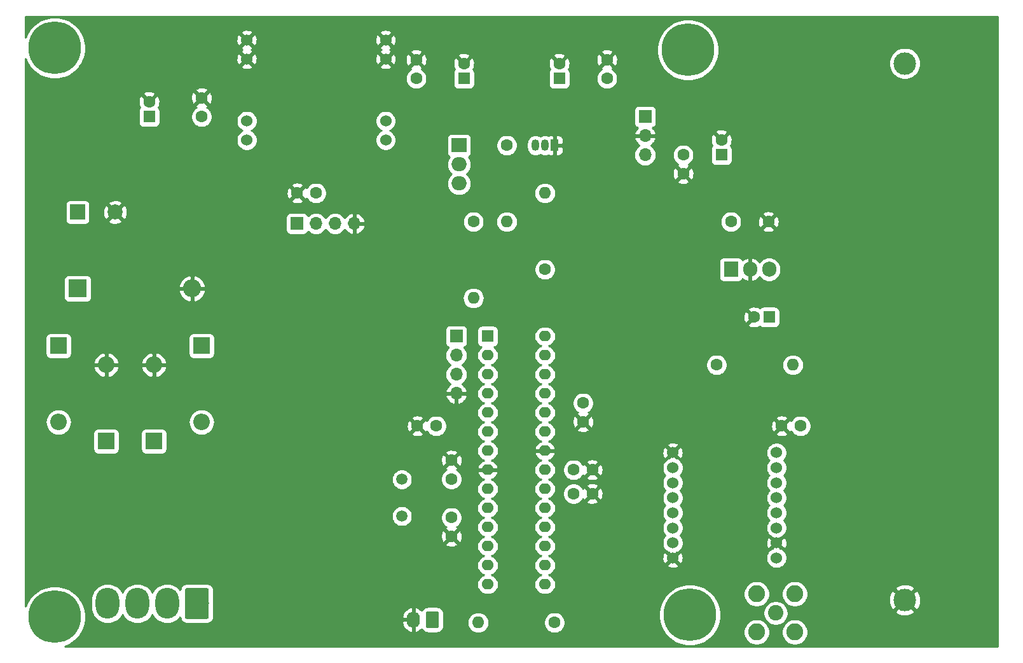
<source format=gbr>
G04 #@! TF.GenerationSoftware,KiCad,Pcbnew,(5.1.2)-1*
G04 #@! TF.CreationDate,2020-02-07T16:14:24+02:00*
G04 #@! TF.ProjectId,PCB,5043422e-6b69-4636-9164-5f7063625858,rev?*
G04 #@! TF.SameCoordinates,Original*
G04 #@! TF.FileFunction,Copper,L2,Bot*
G04 #@! TF.FilePolarity,Positive*
%FSLAX46Y46*%
G04 Gerber Fmt 4.6, Leading zero omitted, Abs format (unit mm)*
G04 Created by KiCad (PCBNEW (5.1.2)-1) date 2020-02-07 16:14:24*
%MOMM*%
%LPD*%
G04 APERTURE LIST*
%ADD10C,1.600000*%
%ADD11C,1.524000*%
%ADD12C,0.800000*%
%ADD13C,7.000000*%
%ADD14C,3.000000*%
%ADD15C,0.100000*%
%ADD16C,3.160000*%
%ADD17O,3.160000X4.100000*%
%ADD18R,1.905000X2.000000*%
%ADD19O,1.905000X2.000000*%
%ADD20R,2.000000X2.000000*%
%ADD21C,2.000000*%
%ADD22R,1.600000X1.600000*%
%ADD23R,2.200000X2.200000*%
%ADD24O,2.200000X2.200000*%
%ADD25R,2.400000X2.400000*%
%ADD26O,2.400000X2.400000*%
%ADD27O,1.600000X1.400000*%
%ADD28R,1.700000X1.700000*%
%ADD29O,1.700000X1.700000*%
%ADD30C,2.050000*%
%ADD31C,2.250000*%
%ADD32O,1.600000X1.600000*%
%ADD33C,1.500000*%
%ADD34O,1.050000X1.500000*%
%ADD35R,1.050000X1.500000*%
%ADD36R,2.000000X1.905000*%
%ADD37O,2.000000X1.905000*%
%ADD38C,1.740000*%
%ADD39O,1.740000X2.200000*%
%ADD40C,0.254000*%
G04 APERTURE END LIST*
D10*
X148376000Y-72898000D03*
X150876000Y-72898000D03*
D11*
X147674000Y-76454000D03*
X147674000Y-78454000D03*
X147674000Y-80454000D03*
X147674000Y-82454000D03*
X147674000Y-84454000D03*
X147674000Y-86454000D03*
X147674000Y-88454000D03*
X147674000Y-90454000D03*
X133858000Y-90454000D03*
X133858000Y-88454000D03*
X133858000Y-86454000D03*
X133858000Y-84454000D03*
X133858000Y-82454000D03*
X133858000Y-80454000D03*
X133858000Y-78454000D03*
X133858000Y-76454000D03*
D12*
X137746155Y-21003845D03*
X135890000Y-20235000D03*
X134033845Y-21003845D03*
X133265000Y-22860000D03*
X134033845Y-24716155D03*
X135890000Y-25485000D03*
X137746155Y-24716155D03*
X138515000Y-22860000D03*
D13*
X135890000Y-22860000D03*
D12*
X138000155Y-96187845D03*
X136144000Y-95419000D03*
X134287845Y-96187845D03*
X133519000Y-98044000D03*
X134287845Y-99900155D03*
X136144000Y-100669000D03*
X138000155Y-99900155D03*
X138769000Y-98044000D03*
D13*
X136144000Y-98044000D03*
D12*
X53418155Y-20749845D03*
X51562000Y-19981000D03*
X49705845Y-20749845D03*
X48937000Y-22606000D03*
X49705845Y-24462155D03*
X51562000Y-25231000D03*
X53418155Y-24462155D03*
X54187000Y-22606000D03*
D13*
X51562000Y-22606000D03*
D12*
X53418155Y-96441845D03*
X51562000Y-95673000D03*
X49705845Y-96441845D03*
X48937000Y-98298000D03*
X49705845Y-100154155D03*
X51562000Y-100923000D03*
X53418155Y-100154155D03*
X54187000Y-98298000D03*
D13*
X51562000Y-98298000D03*
D14*
X164760000Y-96060000D03*
X164760000Y-24660000D03*
D11*
X95631000Y-34844000D03*
X95631000Y-32304000D03*
X95631000Y-21544000D03*
X95631000Y-24084000D03*
X77131000Y-34844000D03*
X77131000Y-32304000D03*
X77131000Y-24084000D03*
X77131000Y-21544000D03*
D15*
G36*
X71839504Y-94471204D02*
G01*
X71863773Y-94474804D01*
X71887571Y-94480765D01*
X71910671Y-94489030D01*
X71932849Y-94499520D01*
X71953893Y-94512133D01*
X71973598Y-94526747D01*
X71991777Y-94543223D01*
X72008253Y-94561402D01*
X72022867Y-94581107D01*
X72035480Y-94602151D01*
X72045970Y-94624329D01*
X72054235Y-94647429D01*
X72060196Y-94671227D01*
X72063796Y-94695496D01*
X72065000Y-94720000D01*
X72065000Y-98320000D01*
X72063796Y-98344504D01*
X72060196Y-98368773D01*
X72054235Y-98392571D01*
X72045970Y-98415671D01*
X72035480Y-98437849D01*
X72022867Y-98458893D01*
X72008253Y-98478598D01*
X71991777Y-98496777D01*
X71973598Y-98513253D01*
X71953893Y-98527867D01*
X71932849Y-98540480D01*
X71910671Y-98550970D01*
X71887571Y-98559235D01*
X71863773Y-98565196D01*
X71839504Y-98568796D01*
X71815000Y-98570000D01*
X69155000Y-98570000D01*
X69130496Y-98568796D01*
X69106227Y-98565196D01*
X69082429Y-98559235D01*
X69059329Y-98550970D01*
X69037151Y-98540480D01*
X69016107Y-98527867D01*
X68996402Y-98513253D01*
X68978223Y-98496777D01*
X68961747Y-98478598D01*
X68947133Y-98458893D01*
X68934520Y-98437849D01*
X68924030Y-98415671D01*
X68915765Y-98392571D01*
X68909804Y-98368773D01*
X68906204Y-98344504D01*
X68905000Y-98320000D01*
X68905000Y-94720000D01*
X68906204Y-94695496D01*
X68909804Y-94671227D01*
X68915765Y-94647429D01*
X68924030Y-94624329D01*
X68934520Y-94602151D01*
X68947133Y-94581107D01*
X68961747Y-94561402D01*
X68978223Y-94543223D01*
X68996402Y-94526747D01*
X69016107Y-94512133D01*
X69037151Y-94499520D01*
X69059329Y-94489030D01*
X69082429Y-94480765D01*
X69106227Y-94474804D01*
X69130496Y-94471204D01*
X69155000Y-94470000D01*
X71815000Y-94470000D01*
X71839504Y-94471204D01*
X71839504Y-94471204D01*
G37*
D16*
X70485000Y-96520000D03*
D17*
X66525000Y-96520000D03*
X62565000Y-96520000D03*
X58605000Y-96520000D03*
D10*
X121920000Y-69850000D03*
X121920000Y-72350000D03*
D18*
X141605000Y-52070000D03*
D19*
X144145000Y-52070000D03*
X146685000Y-52070000D03*
D10*
X123150000Y-81915000D03*
X120650000Y-81915000D03*
X99862000Y-72898000D03*
X102362000Y-72898000D03*
X104394000Y-79970000D03*
X104394000Y-77470000D03*
X104394000Y-85090000D03*
X104394000Y-87590000D03*
X120650000Y-78740000D03*
X123150000Y-78740000D03*
D20*
X54610000Y-44450000D03*
D21*
X59610000Y-44450000D03*
D22*
X64135000Y-31750000D03*
D10*
X64135000Y-29750000D03*
X71120000Y-31750000D03*
X71120000Y-29250000D03*
X141605000Y-45720000D03*
X146605000Y-45720000D03*
X144685000Y-58420000D03*
D22*
X146685000Y-58420000D03*
D10*
X99695000Y-26670000D03*
X99695000Y-24170000D03*
X106045000Y-24670000D03*
D22*
X106045000Y-26670000D03*
X118745000Y-26670000D03*
D10*
X118745000Y-24670000D03*
X125095000Y-26670000D03*
X125095000Y-24170000D03*
X135255000Y-39330000D03*
X135255000Y-36830000D03*
D22*
X140335000Y-36830000D03*
D10*
X140335000Y-34830000D03*
D23*
X64770000Y-74930000D03*
D24*
X64770000Y-64770000D03*
D23*
X58420000Y-74930000D03*
D24*
X58420000Y-64770000D03*
X71120000Y-72390000D03*
D23*
X71120000Y-62230000D03*
D24*
X52070000Y-72390000D03*
D23*
X52070000Y-62230000D03*
D25*
X54610000Y-54610000D03*
D26*
X69850000Y-54610000D03*
D22*
X109220000Y-60960000D03*
D27*
X116840000Y-93980000D03*
X109220000Y-63500000D03*
X116840000Y-91440000D03*
X109220000Y-66040000D03*
X116840000Y-88900000D03*
X109220000Y-68580000D03*
X116840000Y-86360000D03*
X109220000Y-71120000D03*
X116840000Y-83820000D03*
X109220000Y-73660000D03*
X116840000Y-81280000D03*
X109220000Y-76200000D03*
X116840000Y-78740000D03*
X109220000Y-78740000D03*
X116840000Y-76200000D03*
X109220000Y-81280000D03*
X116840000Y-73660000D03*
X109220000Y-83820000D03*
X116840000Y-71120000D03*
X109220000Y-86360000D03*
X116840000Y-68580000D03*
X109220000Y-88900000D03*
X116840000Y-66040000D03*
X109220000Y-91440000D03*
X116840000Y-63500000D03*
X109220000Y-93980000D03*
X116840000Y-60960000D03*
D28*
X130175000Y-31750000D03*
D29*
X130175000Y-34290000D03*
X130175000Y-36830000D03*
D30*
X147574000Y-97790000D03*
D31*
X145034000Y-100330000D03*
X150114000Y-100330000D03*
X150114000Y-95250000D03*
X145034000Y-95250000D03*
D28*
X83820000Y-45974000D03*
D29*
X86360000Y-45974000D03*
X88900000Y-45974000D03*
X91440000Y-45974000D03*
D10*
X107315000Y-45720000D03*
D32*
X107315000Y-55880000D03*
D33*
X97790000Y-80010000D03*
X97790000Y-84890000D03*
D10*
X118110000Y-99060000D03*
D32*
X107950000Y-99060000D03*
D34*
X116840000Y-35560000D03*
X115570000Y-35560000D03*
D35*
X118110000Y-35560000D03*
D36*
X105410000Y-35560000D03*
D37*
X105410000Y-38100000D03*
X105410000Y-40640000D03*
D32*
X116840000Y-41910000D03*
D10*
X116840000Y-52070000D03*
X111760000Y-35560000D03*
D32*
X111760000Y-45720000D03*
D10*
X86360000Y-41910000D03*
X83860000Y-41910000D03*
X139700000Y-64770000D03*
D32*
X149860000Y-64770000D03*
D15*
G36*
X102498505Y-97580204D02*
G01*
X102522773Y-97583804D01*
X102546572Y-97589765D01*
X102569671Y-97598030D01*
X102591850Y-97608520D01*
X102612893Y-97621132D01*
X102632599Y-97635747D01*
X102650777Y-97652223D01*
X102667253Y-97670401D01*
X102681868Y-97690107D01*
X102694480Y-97711150D01*
X102704970Y-97733329D01*
X102713235Y-97756428D01*
X102719196Y-97780227D01*
X102722796Y-97804495D01*
X102724000Y-97828999D01*
X102724000Y-99529001D01*
X102722796Y-99553505D01*
X102719196Y-99577773D01*
X102713235Y-99601572D01*
X102704970Y-99624671D01*
X102694480Y-99646850D01*
X102681868Y-99667893D01*
X102667253Y-99687599D01*
X102650777Y-99705777D01*
X102632599Y-99722253D01*
X102612893Y-99736868D01*
X102591850Y-99749480D01*
X102569671Y-99759970D01*
X102546572Y-99768235D01*
X102522773Y-99774196D01*
X102498505Y-99777796D01*
X102474001Y-99779000D01*
X101233999Y-99779000D01*
X101209495Y-99777796D01*
X101185227Y-99774196D01*
X101161428Y-99768235D01*
X101138329Y-99759970D01*
X101116150Y-99749480D01*
X101095107Y-99736868D01*
X101075401Y-99722253D01*
X101057223Y-99705777D01*
X101040747Y-99687599D01*
X101026132Y-99667893D01*
X101013520Y-99646850D01*
X101003030Y-99624671D01*
X100994765Y-99601572D01*
X100988804Y-99577773D01*
X100985204Y-99553505D01*
X100984000Y-99529001D01*
X100984000Y-97828999D01*
X100985204Y-97804495D01*
X100988804Y-97780227D01*
X100994765Y-97756428D01*
X101003030Y-97733329D01*
X101013520Y-97711150D01*
X101026132Y-97690107D01*
X101040747Y-97670401D01*
X101057223Y-97652223D01*
X101075401Y-97635747D01*
X101095107Y-97621132D01*
X101116150Y-97608520D01*
X101138329Y-97598030D01*
X101161428Y-97589765D01*
X101185227Y-97583804D01*
X101209495Y-97580204D01*
X101233999Y-97579000D01*
X102474001Y-97579000D01*
X102498505Y-97580204D01*
X102498505Y-97580204D01*
G37*
D38*
X101854000Y-98679000D03*
D39*
X99314000Y-98679000D03*
D28*
X105029000Y-60960000D03*
D29*
X105029000Y-63500000D03*
X105029000Y-66040000D03*
X105029000Y-68580000D03*
D40*
G36*
X177140001Y-97757572D02*
G01*
X177140000Y-97757582D01*
X177140001Y-102210000D01*
X52922872Y-102210000D01*
X53520657Y-101962389D01*
X54197909Y-101509864D01*
X54773864Y-100933909D01*
X55226389Y-100256657D01*
X55538094Y-99504135D01*
X55697000Y-98705262D01*
X55697000Y-97890738D01*
X55538094Y-97091865D01*
X55226389Y-96339343D01*
X54960352Y-95941190D01*
X56390000Y-95941190D01*
X56390000Y-97098809D01*
X56422050Y-97424215D01*
X56548706Y-97841744D01*
X56754384Y-98226542D01*
X57031180Y-98563820D01*
X57368458Y-98840616D01*
X57753255Y-99046294D01*
X58170784Y-99172950D01*
X58605000Y-99215717D01*
X59039215Y-99172950D01*
X59456744Y-99046294D01*
X59841542Y-98840616D01*
X60178820Y-98563820D01*
X60455616Y-98226542D01*
X60585000Y-97984481D01*
X60714384Y-98226542D01*
X60991180Y-98563820D01*
X61328458Y-98840616D01*
X61713255Y-99046294D01*
X62130784Y-99172950D01*
X62565000Y-99215717D01*
X62999215Y-99172950D01*
X63416744Y-99046294D01*
X63801542Y-98840616D01*
X64138820Y-98563820D01*
X64415616Y-98226542D01*
X64545000Y-97984481D01*
X64674384Y-98226542D01*
X64951180Y-98563820D01*
X65288458Y-98840616D01*
X65673255Y-99046294D01*
X66090784Y-99172950D01*
X66525000Y-99215717D01*
X66959215Y-99172950D01*
X67376744Y-99046294D01*
X67761542Y-98840616D01*
X68098820Y-98563820D01*
X68270356Y-98354802D01*
X68283992Y-98493254D01*
X68334528Y-98659850D01*
X68416595Y-98813386D01*
X68527038Y-98947962D01*
X68661614Y-99058405D01*
X68815150Y-99140472D01*
X68981746Y-99191008D01*
X69155000Y-99208072D01*
X71815000Y-99208072D01*
X71988254Y-99191008D01*
X72154850Y-99140472D01*
X72308386Y-99058405D01*
X72326694Y-99043380D01*
X97807134Y-99043380D01*
X97862304Y-99334773D01*
X97973262Y-99609804D01*
X98135744Y-99857903D01*
X98343506Y-100069536D01*
X98588563Y-100236571D01*
X98861498Y-100352588D01*
X98953969Y-100370302D01*
X99187000Y-100249246D01*
X99187000Y-98806000D01*
X97963414Y-98806000D01*
X97807134Y-99043380D01*
X72326694Y-99043380D01*
X72442962Y-98947962D01*
X72553405Y-98813386D01*
X72635472Y-98659850D01*
X72686008Y-98493254D01*
X72703072Y-98320000D01*
X72703072Y-98314620D01*
X97807134Y-98314620D01*
X97963414Y-98552000D01*
X99187000Y-98552000D01*
X99187000Y-97108754D01*
X99441000Y-97108754D01*
X99441000Y-98552000D01*
X99461000Y-98552000D01*
X99461000Y-98806000D01*
X99441000Y-98806000D01*
X99441000Y-100249246D01*
X99674031Y-100370302D01*
X99766502Y-100352588D01*
X100039437Y-100236571D01*
X100284494Y-100069536D01*
X100437493Y-99913686D01*
X100495595Y-100022387D01*
X100606038Y-100156962D01*
X100740613Y-100267405D01*
X100894149Y-100349472D01*
X101060745Y-100400008D01*
X101233999Y-100417072D01*
X102474001Y-100417072D01*
X102647255Y-100400008D01*
X102813851Y-100349472D01*
X102967387Y-100267405D01*
X103101962Y-100156962D01*
X103212405Y-100022387D01*
X103294472Y-99868851D01*
X103345008Y-99702255D01*
X103362072Y-99529001D01*
X103362072Y-99060000D01*
X106508057Y-99060000D01*
X106535764Y-99341309D01*
X106617818Y-99611808D01*
X106751068Y-99861101D01*
X106930392Y-100079608D01*
X107148899Y-100258932D01*
X107398192Y-100392182D01*
X107668691Y-100474236D01*
X107879508Y-100495000D01*
X108020492Y-100495000D01*
X108231309Y-100474236D01*
X108501808Y-100392182D01*
X108751101Y-100258932D01*
X108969608Y-100079608D01*
X109148932Y-99861101D01*
X109282182Y-99611808D01*
X109364236Y-99341309D01*
X109391943Y-99060000D01*
X109378023Y-98918665D01*
X116675000Y-98918665D01*
X116675000Y-99201335D01*
X116730147Y-99478574D01*
X116838320Y-99739727D01*
X116995363Y-99974759D01*
X117195241Y-100174637D01*
X117430273Y-100331680D01*
X117691426Y-100439853D01*
X117968665Y-100495000D01*
X118251335Y-100495000D01*
X118528574Y-100439853D01*
X118789727Y-100331680D01*
X119024759Y-100174637D01*
X119224637Y-99974759D01*
X119381680Y-99739727D01*
X119489853Y-99478574D01*
X119545000Y-99201335D01*
X119545000Y-98918665D01*
X119489853Y-98641426D01*
X119381680Y-98380273D01*
X119224637Y-98145241D01*
X119024759Y-97945363D01*
X118789727Y-97788320D01*
X118528574Y-97680147D01*
X118310346Y-97636738D01*
X132009000Y-97636738D01*
X132009000Y-98451262D01*
X132167906Y-99250135D01*
X132479611Y-100002657D01*
X132932136Y-100679909D01*
X133508091Y-101255864D01*
X134185343Y-101708389D01*
X134937865Y-102020094D01*
X135736738Y-102179000D01*
X136551262Y-102179000D01*
X137350135Y-102020094D01*
X138102657Y-101708389D01*
X138779909Y-101255864D01*
X139355864Y-100679909D01*
X139705490Y-100156655D01*
X143274000Y-100156655D01*
X143274000Y-100503345D01*
X143341636Y-100843373D01*
X143474308Y-101163673D01*
X143666919Y-101451935D01*
X143912065Y-101697081D01*
X144200327Y-101889692D01*
X144520627Y-102022364D01*
X144860655Y-102090000D01*
X145207345Y-102090000D01*
X145547373Y-102022364D01*
X145867673Y-101889692D01*
X146155935Y-101697081D01*
X146401081Y-101451935D01*
X146593692Y-101163673D01*
X146726364Y-100843373D01*
X146794000Y-100503345D01*
X146794000Y-100156655D01*
X148354000Y-100156655D01*
X148354000Y-100503345D01*
X148421636Y-100843373D01*
X148554308Y-101163673D01*
X148746919Y-101451935D01*
X148992065Y-101697081D01*
X149280327Y-101889692D01*
X149600627Y-102022364D01*
X149940655Y-102090000D01*
X150287345Y-102090000D01*
X150627373Y-102022364D01*
X150947673Y-101889692D01*
X151235935Y-101697081D01*
X151481081Y-101451935D01*
X151673692Y-101163673D01*
X151806364Y-100843373D01*
X151874000Y-100503345D01*
X151874000Y-100156655D01*
X151806364Y-99816627D01*
X151673692Y-99496327D01*
X151481081Y-99208065D01*
X151235935Y-98962919D01*
X150947673Y-98770308D01*
X150627373Y-98637636D01*
X150287345Y-98570000D01*
X149940655Y-98570000D01*
X149600627Y-98637636D01*
X149280327Y-98770308D01*
X148992065Y-98962919D01*
X148746919Y-99208065D01*
X148554308Y-99496327D01*
X148421636Y-99816627D01*
X148354000Y-100156655D01*
X146794000Y-100156655D01*
X146726364Y-99816627D01*
X146593692Y-99496327D01*
X146401081Y-99208065D01*
X146155935Y-98962919D01*
X145867673Y-98770308D01*
X145547373Y-98637636D01*
X145207345Y-98570000D01*
X144860655Y-98570000D01*
X144520627Y-98637636D01*
X144200327Y-98770308D01*
X143912065Y-98962919D01*
X143666919Y-99208065D01*
X143474308Y-99496327D01*
X143341636Y-99816627D01*
X143274000Y-100156655D01*
X139705490Y-100156655D01*
X139808389Y-100002657D01*
X140120094Y-99250135D01*
X140279000Y-98451262D01*
X140279000Y-97636738D01*
X140276965Y-97626504D01*
X145914000Y-97626504D01*
X145914000Y-97953496D01*
X145977793Y-98274204D01*
X146102927Y-98576305D01*
X146284594Y-98848188D01*
X146515812Y-99079406D01*
X146787695Y-99261073D01*
X147089796Y-99386207D01*
X147410504Y-99450000D01*
X147737496Y-99450000D01*
X148058204Y-99386207D01*
X148360305Y-99261073D01*
X148632188Y-99079406D01*
X148863406Y-98848188D01*
X149045073Y-98576305D01*
X149170207Y-98274204D01*
X149234000Y-97953496D01*
X149234000Y-97626504D01*
X149219112Y-97551653D01*
X163447952Y-97551653D01*
X163603962Y-97867214D01*
X163978745Y-98058020D01*
X164383551Y-98172044D01*
X164802824Y-98204902D01*
X165220451Y-98155334D01*
X165620383Y-98025243D01*
X165916038Y-97867214D01*
X166072048Y-97551653D01*
X164760000Y-96239605D01*
X163447952Y-97551653D01*
X149219112Y-97551653D01*
X149170207Y-97305796D01*
X149045073Y-97003695D01*
X148863406Y-96731812D01*
X148632188Y-96500594D01*
X148360305Y-96318927D01*
X148058204Y-96193793D01*
X147737496Y-96130000D01*
X147410504Y-96130000D01*
X147089796Y-96193793D01*
X146787695Y-96318927D01*
X146515812Y-96500594D01*
X146284594Y-96731812D01*
X146102927Y-97003695D01*
X145977793Y-97305796D01*
X145914000Y-97626504D01*
X140276965Y-97626504D01*
X140120094Y-96837865D01*
X139808389Y-96085343D01*
X139355864Y-95408091D01*
X139024428Y-95076655D01*
X143274000Y-95076655D01*
X143274000Y-95423345D01*
X143341636Y-95763373D01*
X143474308Y-96083673D01*
X143666919Y-96371935D01*
X143912065Y-96617081D01*
X144200327Y-96809692D01*
X144520627Y-96942364D01*
X144860655Y-97010000D01*
X145207345Y-97010000D01*
X145547373Y-96942364D01*
X145867673Y-96809692D01*
X146155935Y-96617081D01*
X146401081Y-96371935D01*
X146593692Y-96083673D01*
X146726364Y-95763373D01*
X146794000Y-95423345D01*
X146794000Y-95076655D01*
X148354000Y-95076655D01*
X148354000Y-95423345D01*
X148421636Y-95763373D01*
X148554308Y-96083673D01*
X148746919Y-96371935D01*
X148992065Y-96617081D01*
X149280327Y-96809692D01*
X149600627Y-96942364D01*
X149940655Y-97010000D01*
X150287345Y-97010000D01*
X150627373Y-96942364D01*
X150947673Y-96809692D01*
X151235935Y-96617081D01*
X151481081Y-96371935D01*
X151660895Y-96102824D01*
X162615098Y-96102824D01*
X162664666Y-96520451D01*
X162794757Y-96920383D01*
X162952786Y-97216038D01*
X163268347Y-97372048D01*
X164580395Y-96060000D01*
X164939605Y-96060000D01*
X166251653Y-97372048D01*
X166567214Y-97216038D01*
X166758020Y-96841255D01*
X166872044Y-96436449D01*
X166904902Y-96017176D01*
X166855334Y-95599549D01*
X166725243Y-95199617D01*
X166567214Y-94903962D01*
X166251653Y-94747952D01*
X164939605Y-96060000D01*
X164580395Y-96060000D01*
X163268347Y-94747952D01*
X162952786Y-94903962D01*
X162761980Y-95278745D01*
X162647956Y-95683551D01*
X162615098Y-96102824D01*
X151660895Y-96102824D01*
X151673692Y-96083673D01*
X151806364Y-95763373D01*
X151874000Y-95423345D01*
X151874000Y-95076655D01*
X151806364Y-94736627D01*
X151736661Y-94568347D01*
X163447952Y-94568347D01*
X164760000Y-95880395D01*
X166072048Y-94568347D01*
X165916038Y-94252786D01*
X165541255Y-94061980D01*
X165136449Y-93947956D01*
X164717176Y-93915098D01*
X164299549Y-93964666D01*
X163899617Y-94094757D01*
X163603962Y-94252786D01*
X163447952Y-94568347D01*
X151736661Y-94568347D01*
X151673692Y-94416327D01*
X151481081Y-94128065D01*
X151235935Y-93882919D01*
X150947673Y-93690308D01*
X150627373Y-93557636D01*
X150287345Y-93490000D01*
X149940655Y-93490000D01*
X149600627Y-93557636D01*
X149280327Y-93690308D01*
X148992065Y-93882919D01*
X148746919Y-94128065D01*
X148554308Y-94416327D01*
X148421636Y-94736627D01*
X148354000Y-95076655D01*
X146794000Y-95076655D01*
X146726364Y-94736627D01*
X146593692Y-94416327D01*
X146401081Y-94128065D01*
X146155935Y-93882919D01*
X145867673Y-93690308D01*
X145547373Y-93557636D01*
X145207345Y-93490000D01*
X144860655Y-93490000D01*
X144520627Y-93557636D01*
X144200327Y-93690308D01*
X143912065Y-93882919D01*
X143666919Y-94128065D01*
X143474308Y-94416327D01*
X143341636Y-94736627D01*
X143274000Y-95076655D01*
X139024428Y-95076655D01*
X138779909Y-94832136D01*
X138102657Y-94379611D01*
X137350135Y-94067906D01*
X136551262Y-93909000D01*
X135736738Y-93909000D01*
X134937865Y-94067906D01*
X134185343Y-94379611D01*
X133508091Y-94832136D01*
X132932136Y-95408091D01*
X132479611Y-96085343D01*
X132167906Y-96837865D01*
X132009000Y-97636738D01*
X118310346Y-97636738D01*
X118251335Y-97625000D01*
X117968665Y-97625000D01*
X117691426Y-97680147D01*
X117430273Y-97788320D01*
X117195241Y-97945363D01*
X116995363Y-98145241D01*
X116838320Y-98380273D01*
X116730147Y-98641426D01*
X116675000Y-98918665D01*
X109378023Y-98918665D01*
X109364236Y-98778691D01*
X109282182Y-98508192D01*
X109148932Y-98258899D01*
X108969608Y-98040392D01*
X108751101Y-97861068D01*
X108501808Y-97727818D01*
X108231309Y-97645764D01*
X108020492Y-97625000D01*
X107879508Y-97625000D01*
X107668691Y-97645764D01*
X107398192Y-97727818D01*
X107148899Y-97861068D01*
X106930392Y-98040392D01*
X106751068Y-98258899D01*
X106617818Y-98508192D01*
X106535764Y-98778691D01*
X106508057Y-99060000D01*
X103362072Y-99060000D01*
X103362072Y-97828999D01*
X103345008Y-97655745D01*
X103294472Y-97489149D01*
X103212405Y-97335613D01*
X103101962Y-97201038D01*
X102967387Y-97090595D01*
X102813851Y-97008528D01*
X102647255Y-96957992D01*
X102474001Y-96940928D01*
X101233999Y-96940928D01*
X101060745Y-96957992D01*
X100894149Y-97008528D01*
X100740613Y-97090595D01*
X100606038Y-97201038D01*
X100495595Y-97335613D01*
X100437493Y-97444314D01*
X100284494Y-97288464D01*
X100039437Y-97121429D01*
X99766502Y-97005412D01*
X99674031Y-96987698D01*
X99441000Y-97108754D01*
X99187000Y-97108754D01*
X98953969Y-96987698D01*
X98861498Y-97005412D01*
X98588563Y-97121429D01*
X98343506Y-97288464D01*
X98135744Y-97500097D01*
X97973262Y-97748196D01*
X97862304Y-98023227D01*
X97807134Y-98314620D01*
X72703072Y-98314620D01*
X72703072Y-94720000D01*
X72686008Y-94546746D01*
X72635472Y-94380150D01*
X72553405Y-94226614D01*
X72442962Y-94092038D01*
X72308386Y-93981595D01*
X72154850Y-93899528D01*
X71988254Y-93848992D01*
X71815000Y-93831928D01*
X69155000Y-93831928D01*
X68981746Y-93848992D01*
X68815150Y-93899528D01*
X68661614Y-93981595D01*
X68527038Y-94092038D01*
X68416595Y-94226614D01*
X68334528Y-94380150D01*
X68283992Y-94546746D01*
X68270356Y-94685198D01*
X68098820Y-94476180D01*
X67761542Y-94199384D01*
X67376745Y-93993706D01*
X66959216Y-93867050D01*
X66525000Y-93824283D01*
X66090785Y-93867050D01*
X65673256Y-93993706D01*
X65288459Y-94199384D01*
X64951181Y-94476180D01*
X64674385Y-94813458D01*
X64545000Y-95055519D01*
X64415616Y-94813458D01*
X64138820Y-94476180D01*
X63801542Y-94199384D01*
X63416745Y-93993706D01*
X62999216Y-93867050D01*
X62565000Y-93824283D01*
X62130785Y-93867050D01*
X61713256Y-93993706D01*
X61328459Y-94199384D01*
X60991181Y-94476180D01*
X60714385Y-94813458D01*
X60585000Y-95055519D01*
X60455616Y-94813458D01*
X60178820Y-94476180D01*
X59841542Y-94199384D01*
X59456745Y-93993706D01*
X59039216Y-93867050D01*
X58605000Y-93824283D01*
X58170785Y-93867050D01*
X57753256Y-93993706D01*
X57368459Y-94199384D01*
X57031181Y-94476180D01*
X56754385Y-94813458D01*
X56548706Y-95198255D01*
X56422050Y-95615784D01*
X56390000Y-95941190D01*
X54960352Y-95941190D01*
X54773864Y-95662091D01*
X54197909Y-95086136D01*
X53520657Y-94633611D01*
X52768135Y-94321906D01*
X51969262Y-94163000D01*
X51154738Y-94163000D01*
X50355865Y-94321906D01*
X49603343Y-94633611D01*
X48926091Y-95086136D01*
X48350136Y-95662091D01*
X47897611Y-96339343D01*
X47650000Y-96937128D01*
X47650000Y-88582702D01*
X103580903Y-88582702D01*
X103652486Y-88826671D01*
X103907996Y-88947571D01*
X104182184Y-89016300D01*
X104464512Y-89030217D01*
X104744130Y-88988787D01*
X105010292Y-88893603D01*
X105135514Y-88826671D01*
X105207097Y-88582702D01*
X104394000Y-87769605D01*
X103580903Y-88582702D01*
X47650000Y-88582702D01*
X47650000Y-87660512D01*
X102953783Y-87660512D01*
X102995213Y-87940130D01*
X103090397Y-88206292D01*
X103157329Y-88331514D01*
X103401298Y-88403097D01*
X104214395Y-87590000D01*
X104573605Y-87590000D01*
X105386702Y-88403097D01*
X105630671Y-88331514D01*
X105751571Y-88076004D01*
X105820300Y-87801816D01*
X105834217Y-87519488D01*
X105792787Y-87239870D01*
X105697603Y-86973708D01*
X105630671Y-86848486D01*
X105386702Y-86776903D01*
X104573605Y-87590000D01*
X104214395Y-87590000D01*
X103401298Y-86776903D01*
X103157329Y-86848486D01*
X103036429Y-87103996D01*
X102967700Y-87378184D01*
X102953783Y-87660512D01*
X47650000Y-87660512D01*
X47650000Y-84753589D01*
X96405000Y-84753589D01*
X96405000Y-85026411D01*
X96458225Y-85293989D01*
X96562629Y-85546043D01*
X96714201Y-85772886D01*
X96907114Y-85965799D01*
X97133957Y-86117371D01*
X97386011Y-86221775D01*
X97653589Y-86275000D01*
X97926411Y-86275000D01*
X98193989Y-86221775D01*
X98446043Y-86117371D01*
X98672886Y-85965799D01*
X98865799Y-85772886D01*
X99017371Y-85546043D01*
X99121775Y-85293989D01*
X99175000Y-85026411D01*
X99175000Y-84948665D01*
X102959000Y-84948665D01*
X102959000Y-85231335D01*
X103014147Y-85508574D01*
X103122320Y-85769727D01*
X103279363Y-86004759D01*
X103479241Y-86204637D01*
X103679869Y-86338692D01*
X103652486Y-86353329D01*
X103580903Y-86597298D01*
X104394000Y-87410395D01*
X105207097Y-86597298D01*
X105135514Y-86353329D01*
X105106659Y-86339676D01*
X105308759Y-86204637D01*
X105508637Y-86004759D01*
X105665680Y-85769727D01*
X105773853Y-85508574D01*
X105829000Y-85231335D01*
X105829000Y-84948665D01*
X105773853Y-84671426D01*
X105665680Y-84410273D01*
X105508637Y-84175241D01*
X105308759Y-83975363D01*
X105073727Y-83818320D01*
X104812574Y-83710147D01*
X104535335Y-83655000D01*
X104252665Y-83655000D01*
X103975426Y-83710147D01*
X103714273Y-83818320D01*
X103479241Y-83975363D01*
X103279363Y-84175241D01*
X103122320Y-84410273D01*
X103014147Y-84671426D01*
X102959000Y-84948665D01*
X99175000Y-84948665D01*
X99175000Y-84753589D01*
X99121775Y-84486011D01*
X99017371Y-84233957D01*
X98865799Y-84007114D01*
X98672886Y-83814201D01*
X98446043Y-83662629D01*
X98193989Y-83558225D01*
X97926411Y-83505000D01*
X97653589Y-83505000D01*
X97386011Y-83558225D01*
X97133957Y-83662629D01*
X96907114Y-83814201D01*
X96714201Y-84007114D01*
X96562629Y-84233957D01*
X96458225Y-84486011D01*
X96405000Y-84753589D01*
X47650000Y-84753589D01*
X47650000Y-79873589D01*
X96405000Y-79873589D01*
X96405000Y-80146411D01*
X96458225Y-80413989D01*
X96562629Y-80666043D01*
X96714201Y-80892886D01*
X96907114Y-81085799D01*
X97133957Y-81237371D01*
X97386011Y-81341775D01*
X97653589Y-81395000D01*
X97926411Y-81395000D01*
X98193989Y-81341775D01*
X98446043Y-81237371D01*
X98672886Y-81085799D01*
X98865799Y-80892886D01*
X99017371Y-80666043D01*
X99121775Y-80413989D01*
X99175000Y-80146411D01*
X99175000Y-79873589D01*
X99166064Y-79828665D01*
X102959000Y-79828665D01*
X102959000Y-80111335D01*
X103014147Y-80388574D01*
X103122320Y-80649727D01*
X103279363Y-80884759D01*
X103479241Y-81084637D01*
X103714273Y-81241680D01*
X103975426Y-81349853D01*
X104252665Y-81405000D01*
X104535335Y-81405000D01*
X104812574Y-81349853D01*
X104981214Y-81280000D01*
X107778541Y-81280000D01*
X107804317Y-81541706D01*
X107880653Y-81793354D01*
X108004618Y-82025275D01*
X108171445Y-82228555D01*
X108374725Y-82395382D01*
X108606646Y-82519347D01*
X108707696Y-82550000D01*
X108606646Y-82580653D01*
X108374725Y-82704618D01*
X108171445Y-82871445D01*
X108004618Y-83074725D01*
X107880653Y-83306646D01*
X107804317Y-83558294D01*
X107778541Y-83820000D01*
X107804317Y-84081706D01*
X107880653Y-84333354D01*
X108004618Y-84565275D01*
X108171445Y-84768555D01*
X108374725Y-84935382D01*
X108606646Y-85059347D01*
X108707696Y-85090000D01*
X108606646Y-85120653D01*
X108374725Y-85244618D01*
X108171445Y-85411445D01*
X108004618Y-85614725D01*
X107880653Y-85846646D01*
X107804317Y-86098294D01*
X107778541Y-86360000D01*
X107804317Y-86621706D01*
X107880653Y-86873354D01*
X108004618Y-87105275D01*
X108171445Y-87308555D01*
X108374725Y-87475382D01*
X108606646Y-87599347D01*
X108707696Y-87630000D01*
X108606646Y-87660653D01*
X108374725Y-87784618D01*
X108171445Y-87951445D01*
X108004618Y-88154725D01*
X107880653Y-88386646D01*
X107804317Y-88638294D01*
X107778541Y-88900000D01*
X107804317Y-89161706D01*
X107880653Y-89413354D01*
X108004618Y-89645275D01*
X108171445Y-89848555D01*
X108374725Y-90015382D01*
X108606646Y-90139347D01*
X108707696Y-90170000D01*
X108606646Y-90200653D01*
X108374725Y-90324618D01*
X108171445Y-90491445D01*
X108004618Y-90694725D01*
X107880653Y-90926646D01*
X107804317Y-91178294D01*
X107778541Y-91440000D01*
X107804317Y-91701706D01*
X107880653Y-91953354D01*
X108004618Y-92185275D01*
X108171445Y-92388555D01*
X108374725Y-92555382D01*
X108606646Y-92679347D01*
X108707696Y-92710000D01*
X108606646Y-92740653D01*
X108374725Y-92864618D01*
X108171445Y-93031445D01*
X108004618Y-93234725D01*
X107880653Y-93466646D01*
X107804317Y-93718294D01*
X107778541Y-93980000D01*
X107804317Y-94241706D01*
X107880653Y-94493354D01*
X108004618Y-94725275D01*
X108171445Y-94928555D01*
X108374725Y-95095382D01*
X108606646Y-95219347D01*
X108858294Y-95295683D01*
X109054421Y-95315000D01*
X109385579Y-95315000D01*
X109581706Y-95295683D01*
X109833354Y-95219347D01*
X110065275Y-95095382D01*
X110268555Y-94928555D01*
X110435382Y-94725275D01*
X110559347Y-94493354D01*
X110635683Y-94241706D01*
X110661459Y-93980000D01*
X110635683Y-93718294D01*
X110559347Y-93466646D01*
X110435382Y-93234725D01*
X110268555Y-93031445D01*
X110065275Y-92864618D01*
X109833354Y-92740653D01*
X109732304Y-92710000D01*
X109833354Y-92679347D01*
X110065275Y-92555382D01*
X110268555Y-92388555D01*
X110435382Y-92185275D01*
X110559347Y-91953354D01*
X110635683Y-91701706D01*
X110661459Y-91440000D01*
X110635683Y-91178294D01*
X110559347Y-90926646D01*
X110435382Y-90694725D01*
X110268555Y-90491445D01*
X110065275Y-90324618D01*
X109833354Y-90200653D01*
X109732304Y-90170000D01*
X109833354Y-90139347D01*
X110065275Y-90015382D01*
X110268555Y-89848555D01*
X110435382Y-89645275D01*
X110559347Y-89413354D01*
X110635683Y-89161706D01*
X110661459Y-88900000D01*
X110635683Y-88638294D01*
X110559347Y-88386646D01*
X110435382Y-88154725D01*
X110268555Y-87951445D01*
X110065275Y-87784618D01*
X109833354Y-87660653D01*
X109732304Y-87630000D01*
X109833354Y-87599347D01*
X110065275Y-87475382D01*
X110268555Y-87308555D01*
X110435382Y-87105275D01*
X110559347Y-86873354D01*
X110635683Y-86621706D01*
X110661459Y-86360000D01*
X110635683Y-86098294D01*
X110559347Y-85846646D01*
X110435382Y-85614725D01*
X110268555Y-85411445D01*
X110065275Y-85244618D01*
X109833354Y-85120653D01*
X109732304Y-85090000D01*
X109833354Y-85059347D01*
X110065275Y-84935382D01*
X110268555Y-84768555D01*
X110435382Y-84565275D01*
X110559347Y-84333354D01*
X110635683Y-84081706D01*
X110661459Y-83820000D01*
X110635683Y-83558294D01*
X110559347Y-83306646D01*
X110435382Y-83074725D01*
X110268555Y-82871445D01*
X110065275Y-82704618D01*
X109833354Y-82580653D01*
X109732304Y-82550000D01*
X109833354Y-82519347D01*
X110065275Y-82395382D01*
X110268555Y-82228555D01*
X110435382Y-82025275D01*
X110559347Y-81793354D01*
X110635683Y-81541706D01*
X110661459Y-81280000D01*
X110635683Y-81018294D01*
X110559347Y-80766646D01*
X110435382Y-80534725D01*
X110268555Y-80331445D01*
X110065275Y-80164618D01*
X109833354Y-80040653D01*
X109720424Y-80006396D01*
X109806953Y-79981936D01*
X110039886Y-79863073D01*
X110245154Y-79701051D01*
X110414869Y-79502096D01*
X110542509Y-79273854D01*
X110612716Y-79073329D01*
X110489374Y-78867000D01*
X109347000Y-78867000D01*
X109347000Y-78887000D01*
X109093000Y-78887000D01*
X109093000Y-78867000D01*
X107950626Y-78867000D01*
X107827284Y-79073329D01*
X107897491Y-79273854D01*
X108025131Y-79502096D01*
X108194846Y-79701051D01*
X108400114Y-79863073D01*
X108633047Y-79981936D01*
X108719576Y-80006396D01*
X108606646Y-80040653D01*
X108374725Y-80164618D01*
X108171445Y-80331445D01*
X108004618Y-80534725D01*
X107880653Y-80766646D01*
X107804317Y-81018294D01*
X107778541Y-81280000D01*
X104981214Y-81280000D01*
X105073727Y-81241680D01*
X105308759Y-81084637D01*
X105508637Y-80884759D01*
X105665680Y-80649727D01*
X105773853Y-80388574D01*
X105829000Y-80111335D01*
X105829000Y-79828665D01*
X105773853Y-79551426D01*
X105665680Y-79290273D01*
X105508637Y-79055241D01*
X105308759Y-78855363D01*
X105136106Y-78740000D01*
X115398541Y-78740000D01*
X115424317Y-79001706D01*
X115500653Y-79253354D01*
X115624618Y-79485275D01*
X115791445Y-79688555D01*
X115994725Y-79855382D01*
X116226646Y-79979347D01*
X116327696Y-80010000D01*
X116226646Y-80040653D01*
X115994725Y-80164618D01*
X115791445Y-80331445D01*
X115624618Y-80534725D01*
X115500653Y-80766646D01*
X115424317Y-81018294D01*
X115398541Y-81280000D01*
X115424317Y-81541706D01*
X115500653Y-81793354D01*
X115624618Y-82025275D01*
X115791445Y-82228555D01*
X115994725Y-82395382D01*
X116226646Y-82519347D01*
X116327696Y-82550000D01*
X116226646Y-82580653D01*
X115994725Y-82704618D01*
X115791445Y-82871445D01*
X115624618Y-83074725D01*
X115500653Y-83306646D01*
X115424317Y-83558294D01*
X115398541Y-83820000D01*
X115424317Y-84081706D01*
X115500653Y-84333354D01*
X115624618Y-84565275D01*
X115791445Y-84768555D01*
X115994725Y-84935382D01*
X116226646Y-85059347D01*
X116327696Y-85090000D01*
X116226646Y-85120653D01*
X115994725Y-85244618D01*
X115791445Y-85411445D01*
X115624618Y-85614725D01*
X115500653Y-85846646D01*
X115424317Y-86098294D01*
X115398541Y-86360000D01*
X115424317Y-86621706D01*
X115500653Y-86873354D01*
X115624618Y-87105275D01*
X115791445Y-87308555D01*
X115994725Y-87475382D01*
X116226646Y-87599347D01*
X116327696Y-87630000D01*
X116226646Y-87660653D01*
X115994725Y-87784618D01*
X115791445Y-87951445D01*
X115624618Y-88154725D01*
X115500653Y-88386646D01*
X115424317Y-88638294D01*
X115398541Y-88900000D01*
X115424317Y-89161706D01*
X115500653Y-89413354D01*
X115624618Y-89645275D01*
X115791445Y-89848555D01*
X115994725Y-90015382D01*
X116226646Y-90139347D01*
X116327696Y-90170000D01*
X116226646Y-90200653D01*
X115994725Y-90324618D01*
X115791445Y-90491445D01*
X115624618Y-90694725D01*
X115500653Y-90926646D01*
X115424317Y-91178294D01*
X115398541Y-91440000D01*
X115424317Y-91701706D01*
X115500653Y-91953354D01*
X115624618Y-92185275D01*
X115791445Y-92388555D01*
X115994725Y-92555382D01*
X116226646Y-92679347D01*
X116327696Y-92710000D01*
X116226646Y-92740653D01*
X115994725Y-92864618D01*
X115791445Y-93031445D01*
X115624618Y-93234725D01*
X115500653Y-93466646D01*
X115424317Y-93718294D01*
X115398541Y-93980000D01*
X115424317Y-94241706D01*
X115500653Y-94493354D01*
X115624618Y-94725275D01*
X115791445Y-94928555D01*
X115994725Y-95095382D01*
X116226646Y-95219347D01*
X116478294Y-95295683D01*
X116674421Y-95315000D01*
X117005579Y-95315000D01*
X117201706Y-95295683D01*
X117453354Y-95219347D01*
X117685275Y-95095382D01*
X117888555Y-94928555D01*
X118055382Y-94725275D01*
X118179347Y-94493354D01*
X118255683Y-94241706D01*
X118281459Y-93980000D01*
X118255683Y-93718294D01*
X118179347Y-93466646D01*
X118055382Y-93234725D01*
X117888555Y-93031445D01*
X117685275Y-92864618D01*
X117453354Y-92740653D01*
X117352304Y-92710000D01*
X117453354Y-92679347D01*
X117685275Y-92555382D01*
X117888555Y-92388555D01*
X118055382Y-92185275D01*
X118179347Y-91953354D01*
X118255683Y-91701706D01*
X118281459Y-91440000D01*
X118279447Y-91419565D01*
X133072040Y-91419565D01*
X133139020Y-91659656D01*
X133388048Y-91776756D01*
X133655135Y-91843023D01*
X133930017Y-91855910D01*
X134202133Y-91814922D01*
X134461023Y-91721636D01*
X134576980Y-91659656D01*
X134643960Y-91419565D01*
X133858000Y-90633605D01*
X133072040Y-91419565D01*
X118279447Y-91419565D01*
X118255683Y-91178294D01*
X118179347Y-90926646D01*
X118055382Y-90694725D01*
X117916928Y-90526017D01*
X132456090Y-90526017D01*
X132497078Y-90798133D01*
X132590364Y-91057023D01*
X132652344Y-91172980D01*
X132892435Y-91239960D01*
X133678395Y-90454000D01*
X134037605Y-90454000D01*
X134823565Y-91239960D01*
X135063656Y-91172980D01*
X135180756Y-90923952D01*
X135247023Y-90656865D01*
X135259910Y-90381983D01*
X135250033Y-90316408D01*
X146277000Y-90316408D01*
X146277000Y-90591592D01*
X146330686Y-90861490D01*
X146435995Y-91115727D01*
X146588880Y-91344535D01*
X146783465Y-91539120D01*
X147012273Y-91692005D01*
X147266510Y-91797314D01*
X147536408Y-91851000D01*
X147811592Y-91851000D01*
X148081490Y-91797314D01*
X148335727Y-91692005D01*
X148564535Y-91539120D01*
X148759120Y-91344535D01*
X148912005Y-91115727D01*
X149017314Y-90861490D01*
X149071000Y-90591592D01*
X149071000Y-90316408D01*
X149017314Y-90046510D01*
X148912005Y-89792273D01*
X148759120Y-89563465D01*
X148564535Y-89368880D01*
X148335727Y-89215995D01*
X148200290Y-89159895D01*
X147674000Y-88633605D01*
X147147710Y-89159895D01*
X147012273Y-89215995D01*
X146783465Y-89368880D01*
X146588880Y-89563465D01*
X146435995Y-89792273D01*
X146330686Y-90046510D01*
X146277000Y-90316408D01*
X135250033Y-90316408D01*
X135218922Y-90109867D01*
X135125636Y-89850977D01*
X135063656Y-89735020D01*
X134823565Y-89668040D01*
X134037605Y-90454000D01*
X133678395Y-90454000D01*
X132892435Y-89668040D01*
X132652344Y-89735020D01*
X132535244Y-89984048D01*
X132468977Y-90251135D01*
X132456090Y-90526017D01*
X117916928Y-90526017D01*
X117888555Y-90491445D01*
X117685275Y-90324618D01*
X117453354Y-90200653D01*
X117352304Y-90170000D01*
X117453354Y-90139347D01*
X117685275Y-90015382D01*
X117888555Y-89848555D01*
X118055382Y-89645275D01*
X118179347Y-89413354D01*
X118255683Y-89161706D01*
X118281459Y-88900000D01*
X118255683Y-88638294D01*
X118179347Y-88386646D01*
X118055382Y-88154725D01*
X117888555Y-87951445D01*
X117685275Y-87784618D01*
X117453354Y-87660653D01*
X117352304Y-87630000D01*
X117453354Y-87599347D01*
X117685275Y-87475382D01*
X117888555Y-87308555D01*
X118055382Y-87105275D01*
X118179347Y-86873354D01*
X118255683Y-86621706D01*
X118281459Y-86360000D01*
X118255683Y-86098294D01*
X118179347Y-85846646D01*
X118055382Y-85614725D01*
X117888555Y-85411445D01*
X117685275Y-85244618D01*
X117453354Y-85120653D01*
X117352304Y-85090000D01*
X117453354Y-85059347D01*
X117685275Y-84935382D01*
X117888555Y-84768555D01*
X118055382Y-84565275D01*
X118179347Y-84333354D01*
X118255683Y-84081706D01*
X118281459Y-83820000D01*
X118255683Y-83558294D01*
X118179347Y-83306646D01*
X118055382Y-83074725D01*
X117888555Y-82871445D01*
X117685275Y-82704618D01*
X117453354Y-82580653D01*
X117352304Y-82550000D01*
X117453354Y-82519347D01*
X117685275Y-82395382D01*
X117888555Y-82228555D01*
X118055382Y-82025275D01*
X118179347Y-81793354D01*
X118185319Y-81773665D01*
X119215000Y-81773665D01*
X119215000Y-82056335D01*
X119270147Y-82333574D01*
X119378320Y-82594727D01*
X119535363Y-82829759D01*
X119735241Y-83029637D01*
X119970273Y-83186680D01*
X120231426Y-83294853D01*
X120508665Y-83350000D01*
X120791335Y-83350000D01*
X121068574Y-83294853D01*
X121329727Y-83186680D01*
X121564759Y-83029637D01*
X121686694Y-82907702D01*
X122336903Y-82907702D01*
X122408486Y-83151671D01*
X122663996Y-83272571D01*
X122938184Y-83341300D01*
X123220512Y-83355217D01*
X123500130Y-83313787D01*
X123766292Y-83218603D01*
X123891514Y-83151671D01*
X123963097Y-82907702D01*
X123150000Y-82094605D01*
X122336903Y-82907702D01*
X121686694Y-82907702D01*
X121764637Y-82829759D01*
X121898692Y-82629131D01*
X121913329Y-82656514D01*
X122157298Y-82728097D01*
X122970395Y-81915000D01*
X123329605Y-81915000D01*
X124142702Y-82728097D01*
X124386671Y-82656514D01*
X124507571Y-82401004D01*
X124576300Y-82126816D01*
X124590217Y-81844488D01*
X124548787Y-81564870D01*
X124453603Y-81298708D01*
X124386671Y-81173486D01*
X124142702Y-81101903D01*
X123329605Y-81915000D01*
X122970395Y-81915000D01*
X122157298Y-81101903D01*
X121913329Y-81173486D01*
X121899676Y-81202341D01*
X121764637Y-81000241D01*
X121686694Y-80922298D01*
X122336903Y-80922298D01*
X123150000Y-81735395D01*
X123963097Y-80922298D01*
X123891514Y-80678329D01*
X123636004Y-80557429D01*
X123361816Y-80488700D01*
X123079488Y-80474783D01*
X122799870Y-80516213D01*
X122533708Y-80611397D01*
X122408486Y-80678329D01*
X122336903Y-80922298D01*
X121686694Y-80922298D01*
X121564759Y-80800363D01*
X121329727Y-80643320D01*
X121068574Y-80535147D01*
X120791335Y-80480000D01*
X120508665Y-80480000D01*
X120231426Y-80535147D01*
X119970273Y-80643320D01*
X119735241Y-80800363D01*
X119535363Y-81000241D01*
X119378320Y-81235273D01*
X119270147Y-81496426D01*
X119215000Y-81773665D01*
X118185319Y-81773665D01*
X118255683Y-81541706D01*
X118281459Y-81280000D01*
X118255683Y-81018294D01*
X118179347Y-80766646D01*
X118055382Y-80534725D01*
X117888555Y-80331445D01*
X117685275Y-80164618D01*
X117453354Y-80040653D01*
X117352304Y-80010000D01*
X117453354Y-79979347D01*
X117685275Y-79855382D01*
X117888555Y-79688555D01*
X118055382Y-79485275D01*
X118179347Y-79253354D01*
X118255683Y-79001706D01*
X118281459Y-78740000D01*
X118267539Y-78598665D01*
X119215000Y-78598665D01*
X119215000Y-78881335D01*
X119270147Y-79158574D01*
X119378320Y-79419727D01*
X119535363Y-79654759D01*
X119735241Y-79854637D01*
X119970273Y-80011680D01*
X120231426Y-80119853D01*
X120508665Y-80175000D01*
X120791335Y-80175000D01*
X121068574Y-80119853D01*
X121329727Y-80011680D01*
X121564759Y-79854637D01*
X121686694Y-79732702D01*
X122336903Y-79732702D01*
X122408486Y-79976671D01*
X122663996Y-80097571D01*
X122938184Y-80166300D01*
X123220512Y-80180217D01*
X123500130Y-80138787D01*
X123766292Y-80043603D01*
X123891514Y-79976671D01*
X123963097Y-79732702D01*
X123150000Y-78919605D01*
X122336903Y-79732702D01*
X121686694Y-79732702D01*
X121764637Y-79654759D01*
X121898692Y-79454131D01*
X121913329Y-79481514D01*
X122157298Y-79553097D01*
X122970395Y-78740000D01*
X123329605Y-78740000D01*
X124142702Y-79553097D01*
X124386671Y-79481514D01*
X124507571Y-79226004D01*
X124576300Y-78951816D01*
X124590217Y-78669488D01*
X124548787Y-78389870D01*
X124522516Y-78316408D01*
X132461000Y-78316408D01*
X132461000Y-78591592D01*
X132514686Y-78861490D01*
X132619995Y-79115727D01*
X132772880Y-79344535D01*
X132882345Y-79454000D01*
X132772880Y-79563465D01*
X132619995Y-79792273D01*
X132514686Y-80046510D01*
X132461000Y-80316408D01*
X132461000Y-80591592D01*
X132514686Y-80861490D01*
X132619995Y-81115727D01*
X132772880Y-81344535D01*
X132882345Y-81454000D01*
X132772880Y-81563465D01*
X132619995Y-81792273D01*
X132514686Y-82046510D01*
X132461000Y-82316408D01*
X132461000Y-82591592D01*
X132514686Y-82861490D01*
X132619995Y-83115727D01*
X132772880Y-83344535D01*
X132882345Y-83454000D01*
X132772880Y-83563465D01*
X132619995Y-83792273D01*
X132514686Y-84046510D01*
X132461000Y-84316408D01*
X132461000Y-84591592D01*
X132514686Y-84861490D01*
X132619995Y-85115727D01*
X132772880Y-85344535D01*
X132882345Y-85454000D01*
X132772880Y-85563465D01*
X132619995Y-85792273D01*
X132514686Y-86046510D01*
X132461000Y-86316408D01*
X132461000Y-86591592D01*
X132514686Y-86861490D01*
X132619995Y-87115727D01*
X132772880Y-87344535D01*
X132882345Y-87454000D01*
X132772880Y-87563465D01*
X132619995Y-87792273D01*
X132514686Y-88046510D01*
X132461000Y-88316408D01*
X132461000Y-88591592D01*
X132514686Y-88861490D01*
X132619995Y-89115727D01*
X132772880Y-89344535D01*
X132967465Y-89539120D01*
X133196273Y-89692005D01*
X133331710Y-89748105D01*
X133858000Y-90274395D01*
X134384290Y-89748105D01*
X134519727Y-89692005D01*
X134748535Y-89539120D01*
X134943120Y-89344535D01*
X135096005Y-89115727D01*
X135201314Y-88861490D01*
X135255000Y-88591592D01*
X135255000Y-88526017D01*
X146272090Y-88526017D01*
X146313078Y-88798133D01*
X146406364Y-89057023D01*
X146468344Y-89172980D01*
X146708435Y-89239960D01*
X147494395Y-88454000D01*
X147853605Y-88454000D01*
X148639565Y-89239960D01*
X148879656Y-89172980D01*
X148996756Y-88923952D01*
X149063023Y-88656865D01*
X149075910Y-88381983D01*
X149034922Y-88109867D01*
X148941636Y-87850977D01*
X148879656Y-87735020D01*
X148639565Y-87668040D01*
X147853605Y-88454000D01*
X147494395Y-88454000D01*
X146708435Y-87668040D01*
X146468344Y-87735020D01*
X146351244Y-87984048D01*
X146284977Y-88251135D01*
X146272090Y-88526017D01*
X135255000Y-88526017D01*
X135255000Y-88316408D01*
X135201314Y-88046510D01*
X135096005Y-87792273D01*
X134943120Y-87563465D01*
X134833655Y-87454000D01*
X134943120Y-87344535D01*
X135096005Y-87115727D01*
X135201314Y-86861490D01*
X135255000Y-86591592D01*
X135255000Y-86316408D01*
X135201314Y-86046510D01*
X135096005Y-85792273D01*
X134943120Y-85563465D01*
X134833655Y-85454000D01*
X134943120Y-85344535D01*
X135096005Y-85115727D01*
X135201314Y-84861490D01*
X135255000Y-84591592D01*
X135255000Y-84316408D01*
X135201314Y-84046510D01*
X135096005Y-83792273D01*
X134943120Y-83563465D01*
X134833655Y-83454000D01*
X134943120Y-83344535D01*
X135096005Y-83115727D01*
X135201314Y-82861490D01*
X135255000Y-82591592D01*
X135255000Y-82316408D01*
X135201314Y-82046510D01*
X135096005Y-81792273D01*
X134943120Y-81563465D01*
X134833655Y-81454000D01*
X134943120Y-81344535D01*
X135096005Y-81115727D01*
X135201314Y-80861490D01*
X135255000Y-80591592D01*
X135255000Y-80316408D01*
X135201314Y-80046510D01*
X135096005Y-79792273D01*
X134943120Y-79563465D01*
X134833655Y-79454000D01*
X134943120Y-79344535D01*
X135096005Y-79115727D01*
X135201314Y-78861490D01*
X135255000Y-78591592D01*
X135255000Y-78316408D01*
X135201314Y-78046510D01*
X135096005Y-77792273D01*
X134943120Y-77563465D01*
X134748535Y-77368880D01*
X134519727Y-77215995D01*
X134384290Y-77159895D01*
X133858000Y-76633605D01*
X133331710Y-77159895D01*
X133196273Y-77215995D01*
X132967465Y-77368880D01*
X132772880Y-77563465D01*
X132619995Y-77792273D01*
X132514686Y-78046510D01*
X132461000Y-78316408D01*
X124522516Y-78316408D01*
X124453603Y-78123708D01*
X124386671Y-77998486D01*
X124142702Y-77926903D01*
X123329605Y-78740000D01*
X122970395Y-78740000D01*
X122157298Y-77926903D01*
X121913329Y-77998486D01*
X121899676Y-78027341D01*
X121764637Y-77825241D01*
X121686694Y-77747298D01*
X122336903Y-77747298D01*
X123150000Y-78560395D01*
X123963097Y-77747298D01*
X123891514Y-77503329D01*
X123636004Y-77382429D01*
X123361816Y-77313700D01*
X123079488Y-77299783D01*
X122799870Y-77341213D01*
X122533708Y-77436397D01*
X122408486Y-77503329D01*
X122336903Y-77747298D01*
X121686694Y-77747298D01*
X121564759Y-77625363D01*
X121329727Y-77468320D01*
X121068574Y-77360147D01*
X120791335Y-77305000D01*
X120508665Y-77305000D01*
X120231426Y-77360147D01*
X119970273Y-77468320D01*
X119735241Y-77625363D01*
X119535363Y-77825241D01*
X119378320Y-78060273D01*
X119270147Y-78321426D01*
X119215000Y-78598665D01*
X118267539Y-78598665D01*
X118255683Y-78478294D01*
X118179347Y-78226646D01*
X118055382Y-77994725D01*
X117888555Y-77791445D01*
X117685275Y-77624618D01*
X117453354Y-77500653D01*
X117340424Y-77466396D01*
X117426953Y-77441936D01*
X117659886Y-77323073D01*
X117865154Y-77161051D01*
X118034869Y-76962096D01*
X118162509Y-76733854D01*
X118232716Y-76533329D01*
X118228345Y-76526017D01*
X132456090Y-76526017D01*
X132497078Y-76798133D01*
X132590364Y-77057023D01*
X132652344Y-77172980D01*
X132892435Y-77239960D01*
X133678395Y-76454000D01*
X134037605Y-76454000D01*
X134823565Y-77239960D01*
X135063656Y-77172980D01*
X135180756Y-76923952D01*
X135247023Y-76656865D01*
X135259910Y-76381983D01*
X135250033Y-76316408D01*
X146277000Y-76316408D01*
X146277000Y-76591592D01*
X146330686Y-76861490D01*
X146435995Y-77115727D01*
X146588880Y-77344535D01*
X146698345Y-77454000D01*
X146588880Y-77563465D01*
X146435995Y-77792273D01*
X146330686Y-78046510D01*
X146277000Y-78316408D01*
X146277000Y-78591592D01*
X146330686Y-78861490D01*
X146435995Y-79115727D01*
X146588880Y-79344535D01*
X146698345Y-79454000D01*
X146588880Y-79563465D01*
X146435995Y-79792273D01*
X146330686Y-80046510D01*
X146277000Y-80316408D01*
X146277000Y-80591592D01*
X146330686Y-80861490D01*
X146435995Y-81115727D01*
X146588880Y-81344535D01*
X146698345Y-81454000D01*
X146588880Y-81563465D01*
X146435995Y-81792273D01*
X146330686Y-82046510D01*
X146277000Y-82316408D01*
X146277000Y-82591592D01*
X146330686Y-82861490D01*
X146435995Y-83115727D01*
X146588880Y-83344535D01*
X146698345Y-83454000D01*
X146588880Y-83563465D01*
X146435995Y-83792273D01*
X146330686Y-84046510D01*
X146277000Y-84316408D01*
X146277000Y-84591592D01*
X146330686Y-84861490D01*
X146435995Y-85115727D01*
X146588880Y-85344535D01*
X146698345Y-85454000D01*
X146588880Y-85563465D01*
X146435995Y-85792273D01*
X146330686Y-86046510D01*
X146277000Y-86316408D01*
X146277000Y-86591592D01*
X146330686Y-86861490D01*
X146435995Y-87115727D01*
X146588880Y-87344535D01*
X146783465Y-87539120D01*
X147012273Y-87692005D01*
X147147710Y-87748105D01*
X147674000Y-88274395D01*
X148200290Y-87748105D01*
X148335727Y-87692005D01*
X148564535Y-87539120D01*
X148759120Y-87344535D01*
X148912005Y-87115727D01*
X149017314Y-86861490D01*
X149071000Y-86591592D01*
X149071000Y-86316408D01*
X149017314Y-86046510D01*
X148912005Y-85792273D01*
X148759120Y-85563465D01*
X148649655Y-85454000D01*
X148759120Y-85344535D01*
X148912005Y-85115727D01*
X149017314Y-84861490D01*
X149071000Y-84591592D01*
X149071000Y-84316408D01*
X149017314Y-84046510D01*
X148912005Y-83792273D01*
X148759120Y-83563465D01*
X148649655Y-83454000D01*
X148759120Y-83344535D01*
X148912005Y-83115727D01*
X149017314Y-82861490D01*
X149071000Y-82591592D01*
X149071000Y-82316408D01*
X149017314Y-82046510D01*
X148912005Y-81792273D01*
X148759120Y-81563465D01*
X148649655Y-81454000D01*
X148759120Y-81344535D01*
X148912005Y-81115727D01*
X149017314Y-80861490D01*
X149071000Y-80591592D01*
X149071000Y-80316408D01*
X149017314Y-80046510D01*
X148912005Y-79792273D01*
X148759120Y-79563465D01*
X148649655Y-79454000D01*
X148759120Y-79344535D01*
X148912005Y-79115727D01*
X149017314Y-78861490D01*
X149071000Y-78591592D01*
X149071000Y-78316408D01*
X149017314Y-78046510D01*
X148912005Y-77792273D01*
X148759120Y-77563465D01*
X148649655Y-77454000D01*
X148759120Y-77344535D01*
X148912005Y-77115727D01*
X149017314Y-76861490D01*
X149071000Y-76591592D01*
X149071000Y-76316408D01*
X149017314Y-76046510D01*
X148912005Y-75792273D01*
X148759120Y-75563465D01*
X148564535Y-75368880D01*
X148335727Y-75215995D01*
X148081490Y-75110686D01*
X147811592Y-75057000D01*
X147536408Y-75057000D01*
X147266510Y-75110686D01*
X147012273Y-75215995D01*
X146783465Y-75368880D01*
X146588880Y-75563465D01*
X146435995Y-75792273D01*
X146330686Y-76046510D01*
X146277000Y-76316408D01*
X135250033Y-76316408D01*
X135218922Y-76109867D01*
X135125636Y-75850977D01*
X135063656Y-75735020D01*
X134823565Y-75668040D01*
X134037605Y-76454000D01*
X133678395Y-76454000D01*
X132892435Y-75668040D01*
X132652344Y-75735020D01*
X132535244Y-75984048D01*
X132468977Y-76251135D01*
X132456090Y-76526017D01*
X118228345Y-76526017D01*
X118109374Y-76327000D01*
X116967000Y-76327000D01*
X116967000Y-76347000D01*
X116713000Y-76347000D01*
X116713000Y-76327000D01*
X115570626Y-76327000D01*
X115447284Y-76533329D01*
X115517491Y-76733854D01*
X115645131Y-76962096D01*
X115814846Y-77161051D01*
X116020114Y-77323073D01*
X116253047Y-77441936D01*
X116339576Y-77466396D01*
X116226646Y-77500653D01*
X115994725Y-77624618D01*
X115791445Y-77791445D01*
X115624618Y-77994725D01*
X115500653Y-78226646D01*
X115424317Y-78478294D01*
X115398541Y-78740000D01*
X105136106Y-78740000D01*
X105108131Y-78721308D01*
X105135514Y-78706671D01*
X105207097Y-78462702D01*
X104394000Y-77649605D01*
X103580903Y-78462702D01*
X103652486Y-78706671D01*
X103681341Y-78720324D01*
X103479241Y-78855363D01*
X103279363Y-79055241D01*
X103122320Y-79290273D01*
X103014147Y-79551426D01*
X102959000Y-79828665D01*
X99166064Y-79828665D01*
X99121775Y-79606011D01*
X99017371Y-79353957D01*
X98865799Y-79127114D01*
X98672886Y-78934201D01*
X98446043Y-78782629D01*
X98193989Y-78678225D01*
X97926411Y-78625000D01*
X97653589Y-78625000D01*
X97386011Y-78678225D01*
X97133957Y-78782629D01*
X96907114Y-78934201D01*
X96714201Y-79127114D01*
X96562629Y-79353957D01*
X96458225Y-79606011D01*
X96405000Y-79873589D01*
X47650000Y-79873589D01*
X47650000Y-77540512D01*
X102953783Y-77540512D01*
X102995213Y-77820130D01*
X103090397Y-78086292D01*
X103157329Y-78211514D01*
X103401298Y-78283097D01*
X104214395Y-77470000D01*
X104573605Y-77470000D01*
X105386702Y-78283097D01*
X105630671Y-78211514D01*
X105751571Y-77956004D01*
X105820300Y-77681816D01*
X105834217Y-77399488D01*
X105792787Y-77119870D01*
X105697603Y-76853708D01*
X105630671Y-76728486D01*
X105386702Y-76656903D01*
X104573605Y-77470000D01*
X104214395Y-77470000D01*
X103401298Y-76656903D01*
X103157329Y-76728486D01*
X103036429Y-76983996D01*
X102967700Y-77258184D01*
X102953783Y-77540512D01*
X47650000Y-77540512D01*
X47650000Y-72390000D01*
X50326606Y-72390000D01*
X50360105Y-72730119D01*
X50459314Y-73057168D01*
X50620421Y-73358578D01*
X50837234Y-73622766D01*
X51101422Y-73839579D01*
X51402832Y-74000686D01*
X51729881Y-74099895D01*
X51984775Y-74125000D01*
X52155225Y-74125000D01*
X52410119Y-74099895D01*
X52737168Y-74000686D01*
X53038578Y-73839579D01*
X53050250Y-73830000D01*
X56681928Y-73830000D01*
X56681928Y-76030000D01*
X56694188Y-76154482D01*
X56730498Y-76274180D01*
X56789463Y-76384494D01*
X56868815Y-76481185D01*
X56965506Y-76560537D01*
X57075820Y-76619502D01*
X57195518Y-76655812D01*
X57320000Y-76668072D01*
X59520000Y-76668072D01*
X59644482Y-76655812D01*
X59764180Y-76619502D01*
X59874494Y-76560537D01*
X59971185Y-76481185D01*
X60050537Y-76384494D01*
X60109502Y-76274180D01*
X60145812Y-76154482D01*
X60158072Y-76030000D01*
X60158072Y-73830000D01*
X63031928Y-73830000D01*
X63031928Y-76030000D01*
X63044188Y-76154482D01*
X63080498Y-76274180D01*
X63139463Y-76384494D01*
X63218815Y-76481185D01*
X63315506Y-76560537D01*
X63425820Y-76619502D01*
X63545518Y-76655812D01*
X63670000Y-76668072D01*
X65870000Y-76668072D01*
X65994482Y-76655812D01*
X66114180Y-76619502D01*
X66224494Y-76560537D01*
X66321185Y-76481185D01*
X66324374Y-76477298D01*
X103580903Y-76477298D01*
X104394000Y-77290395D01*
X105207097Y-76477298D01*
X105135514Y-76233329D01*
X104880004Y-76112429D01*
X104605816Y-76043700D01*
X104323488Y-76029783D01*
X104043870Y-76071213D01*
X103777708Y-76166397D01*
X103652486Y-76233329D01*
X103580903Y-76477298D01*
X66324374Y-76477298D01*
X66400537Y-76384494D01*
X66459502Y-76274180D01*
X66495812Y-76154482D01*
X66508072Y-76030000D01*
X66508072Y-73830000D01*
X66495812Y-73705518D01*
X66459502Y-73585820D01*
X66400537Y-73475506D01*
X66321185Y-73378815D01*
X66224494Y-73299463D01*
X66114180Y-73240498D01*
X65994482Y-73204188D01*
X65870000Y-73191928D01*
X63670000Y-73191928D01*
X63545518Y-73204188D01*
X63425820Y-73240498D01*
X63315506Y-73299463D01*
X63218815Y-73378815D01*
X63139463Y-73475506D01*
X63080498Y-73585820D01*
X63044188Y-73705518D01*
X63031928Y-73830000D01*
X60158072Y-73830000D01*
X60145812Y-73705518D01*
X60109502Y-73585820D01*
X60050537Y-73475506D01*
X59971185Y-73378815D01*
X59874494Y-73299463D01*
X59764180Y-73240498D01*
X59644482Y-73204188D01*
X59520000Y-73191928D01*
X57320000Y-73191928D01*
X57195518Y-73204188D01*
X57075820Y-73240498D01*
X56965506Y-73299463D01*
X56868815Y-73378815D01*
X56789463Y-73475506D01*
X56730498Y-73585820D01*
X56694188Y-73705518D01*
X56681928Y-73830000D01*
X53050250Y-73830000D01*
X53302766Y-73622766D01*
X53519579Y-73358578D01*
X53680686Y-73057168D01*
X53779895Y-72730119D01*
X53813394Y-72390000D01*
X69376606Y-72390000D01*
X69410105Y-72730119D01*
X69509314Y-73057168D01*
X69670421Y-73358578D01*
X69887234Y-73622766D01*
X70151422Y-73839579D01*
X70452832Y-74000686D01*
X70779881Y-74099895D01*
X71034775Y-74125000D01*
X71205225Y-74125000D01*
X71460119Y-74099895D01*
X71787168Y-74000686D01*
X71992933Y-73890702D01*
X99048903Y-73890702D01*
X99120486Y-74134671D01*
X99375996Y-74255571D01*
X99650184Y-74324300D01*
X99932512Y-74338217D01*
X100212130Y-74296787D01*
X100478292Y-74201603D01*
X100603514Y-74134671D01*
X100675097Y-73890702D01*
X99862000Y-73077605D01*
X99048903Y-73890702D01*
X71992933Y-73890702D01*
X72088578Y-73839579D01*
X72352766Y-73622766D01*
X72569579Y-73358578D01*
X72730686Y-73057168D01*
X72757579Y-72968512D01*
X98421783Y-72968512D01*
X98463213Y-73248130D01*
X98558397Y-73514292D01*
X98625329Y-73639514D01*
X98869298Y-73711097D01*
X99682395Y-72898000D01*
X100041605Y-72898000D01*
X100854702Y-73711097D01*
X101098671Y-73639514D01*
X101112324Y-73610659D01*
X101247363Y-73812759D01*
X101447241Y-74012637D01*
X101682273Y-74169680D01*
X101943426Y-74277853D01*
X102220665Y-74333000D01*
X102503335Y-74333000D01*
X102780574Y-74277853D01*
X103041727Y-74169680D01*
X103276759Y-74012637D01*
X103476637Y-73812759D01*
X103633680Y-73577727D01*
X103741853Y-73316574D01*
X103797000Y-73039335D01*
X103797000Y-72756665D01*
X103741853Y-72479426D01*
X103633680Y-72218273D01*
X103476637Y-71983241D01*
X103276759Y-71783363D01*
X103041727Y-71626320D01*
X102780574Y-71518147D01*
X102503335Y-71463000D01*
X102220665Y-71463000D01*
X101943426Y-71518147D01*
X101682273Y-71626320D01*
X101447241Y-71783363D01*
X101247363Y-71983241D01*
X101113308Y-72183869D01*
X101098671Y-72156486D01*
X100854702Y-72084903D01*
X100041605Y-72898000D01*
X99682395Y-72898000D01*
X98869298Y-72084903D01*
X98625329Y-72156486D01*
X98504429Y-72411996D01*
X98435700Y-72686184D01*
X98421783Y-72968512D01*
X72757579Y-72968512D01*
X72829895Y-72730119D01*
X72863394Y-72390000D01*
X72829895Y-72049881D01*
X72786037Y-71905298D01*
X99048903Y-71905298D01*
X99862000Y-72718395D01*
X100675097Y-71905298D01*
X100603514Y-71661329D01*
X100348004Y-71540429D01*
X100073816Y-71471700D01*
X99791488Y-71457783D01*
X99511870Y-71499213D01*
X99245708Y-71594397D01*
X99120486Y-71661329D01*
X99048903Y-71905298D01*
X72786037Y-71905298D01*
X72730686Y-71722832D01*
X72569579Y-71421422D01*
X72352766Y-71157234D01*
X72088578Y-70940421D01*
X71787168Y-70779314D01*
X71460119Y-70680105D01*
X71205225Y-70655000D01*
X71034775Y-70655000D01*
X70779881Y-70680105D01*
X70452832Y-70779314D01*
X70151422Y-70940421D01*
X69887234Y-71157234D01*
X69670421Y-71421422D01*
X69509314Y-71722832D01*
X69410105Y-72049881D01*
X69376606Y-72390000D01*
X53813394Y-72390000D01*
X53779895Y-72049881D01*
X53680686Y-71722832D01*
X53519579Y-71421422D01*
X53302766Y-71157234D01*
X53038578Y-70940421D01*
X52737168Y-70779314D01*
X52410119Y-70680105D01*
X52155225Y-70655000D01*
X51984775Y-70655000D01*
X51729881Y-70680105D01*
X51402832Y-70779314D01*
X51101422Y-70940421D01*
X50837234Y-71157234D01*
X50620421Y-71421422D01*
X50459314Y-71722832D01*
X50360105Y-72049881D01*
X50326606Y-72390000D01*
X47650000Y-72390000D01*
X47650000Y-68936890D01*
X103587524Y-68936890D01*
X103632175Y-69084099D01*
X103757359Y-69346920D01*
X103931412Y-69580269D01*
X104147645Y-69775178D01*
X104397748Y-69924157D01*
X104672109Y-70021481D01*
X104902000Y-69900814D01*
X104902000Y-68707000D01*
X105156000Y-68707000D01*
X105156000Y-69900814D01*
X105385891Y-70021481D01*
X105660252Y-69924157D01*
X105910355Y-69775178D01*
X106126588Y-69580269D01*
X106300641Y-69346920D01*
X106425825Y-69084099D01*
X106470476Y-68936890D01*
X106349155Y-68707000D01*
X105156000Y-68707000D01*
X104902000Y-68707000D01*
X103708845Y-68707000D01*
X103587524Y-68936890D01*
X47650000Y-68936890D01*
X47650000Y-65166123D01*
X56730821Y-65166123D01*
X56840558Y-65488054D01*
X57010992Y-65782391D01*
X57235573Y-66037822D01*
X57505671Y-66244531D01*
X57810906Y-66394575D01*
X58023878Y-66459175D01*
X58293000Y-66341125D01*
X58293000Y-64897000D01*
X58547000Y-64897000D01*
X58547000Y-66341125D01*
X58816122Y-66459175D01*
X59029094Y-66394575D01*
X59334329Y-66244531D01*
X59604427Y-66037822D01*
X59829008Y-65782391D01*
X59999442Y-65488054D01*
X60109179Y-65166123D01*
X63080821Y-65166123D01*
X63190558Y-65488054D01*
X63360992Y-65782391D01*
X63585573Y-66037822D01*
X63855671Y-66244531D01*
X64160906Y-66394575D01*
X64373878Y-66459175D01*
X64643000Y-66341125D01*
X64643000Y-64897000D01*
X64897000Y-64897000D01*
X64897000Y-66341125D01*
X65166122Y-66459175D01*
X65379094Y-66394575D01*
X65684329Y-66244531D01*
X65954427Y-66037822D01*
X66179008Y-65782391D01*
X66349442Y-65488054D01*
X66459179Y-65166123D01*
X66341600Y-64897000D01*
X64897000Y-64897000D01*
X64643000Y-64897000D01*
X63198400Y-64897000D01*
X63080821Y-65166123D01*
X60109179Y-65166123D01*
X59991600Y-64897000D01*
X58547000Y-64897000D01*
X58293000Y-64897000D01*
X56848400Y-64897000D01*
X56730821Y-65166123D01*
X47650000Y-65166123D01*
X47650000Y-64373877D01*
X56730821Y-64373877D01*
X56848400Y-64643000D01*
X58293000Y-64643000D01*
X58293000Y-63198875D01*
X58547000Y-63198875D01*
X58547000Y-64643000D01*
X59991600Y-64643000D01*
X60109179Y-64373877D01*
X63080821Y-64373877D01*
X63198400Y-64643000D01*
X64643000Y-64643000D01*
X64643000Y-63198875D01*
X64897000Y-63198875D01*
X64897000Y-64643000D01*
X66341600Y-64643000D01*
X66459179Y-64373877D01*
X66349442Y-64051946D01*
X66179008Y-63757609D01*
X65954427Y-63502178D01*
X65684329Y-63295469D01*
X65379094Y-63145425D01*
X65166122Y-63080825D01*
X64897000Y-63198875D01*
X64643000Y-63198875D01*
X64373878Y-63080825D01*
X64160906Y-63145425D01*
X63855671Y-63295469D01*
X63585573Y-63502178D01*
X63360992Y-63757609D01*
X63190558Y-64051946D01*
X63080821Y-64373877D01*
X60109179Y-64373877D01*
X59999442Y-64051946D01*
X59829008Y-63757609D01*
X59604427Y-63502178D01*
X59334329Y-63295469D01*
X59029094Y-63145425D01*
X58816122Y-63080825D01*
X58547000Y-63198875D01*
X58293000Y-63198875D01*
X58023878Y-63080825D01*
X57810906Y-63145425D01*
X57505671Y-63295469D01*
X57235573Y-63502178D01*
X57010992Y-63757609D01*
X56840558Y-64051946D01*
X56730821Y-64373877D01*
X47650000Y-64373877D01*
X47650000Y-61130000D01*
X50331928Y-61130000D01*
X50331928Y-63330000D01*
X50344188Y-63454482D01*
X50380498Y-63574180D01*
X50439463Y-63684494D01*
X50518815Y-63781185D01*
X50615506Y-63860537D01*
X50725820Y-63919502D01*
X50845518Y-63955812D01*
X50970000Y-63968072D01*
X53170000Y-63968072D01*
X53294482Y-63955812D01*
X53414180Y-63919502D01*
X53524494Y-63860537D01*
X53621185Y-63781185D01*
X53700537Y-63684494D01*
X53759502Y-63574180D01*
X53795812Y-63454482D01*
X53808072Y-63330000D01*
X53808072Y-61130000D01*
X69381928Y-61130000D01*
X69381928Y-63330000D01*
X69394188Y-63454482D01*
X69430498Y-63574180D01*
X69489463Y-63684494D01*
X69568815Y-63781185D01*
X69665506Y-63860537D01*
X69775820Y-63919502D01*
X69895518Y-63955812D01*
X70020000Y-63968072D01*
X72220000Y-63968072D01*
X72344482Y-63955812D01*
X72464180Y-63919502D01*
X72574494Y-63860537D01*
X72671185Y-63781185D01*
X72750537Y-63684494D01*
X72809502Y-63574180D01*
X72832004Y-63500000D01*
X103536815Y-63500000D01*
X103565487Y-63791111D01*
X103650401Y-64071034D01*
X103788294Y-64329014D01*
X103973866Y-64555134D01*
X104199986Y-64740706D01*
X104254791Y-64770000D01*
X104199986Y-64799294D01*
X103973866Y-64984866D01*
X103788294Y-65210986D01*
X103650401Y-65468966D01*
X103565487Y-65748889D01*
X103536815Y-66040000D01*
X103565487Y-66331111D01*
X103650401Y-66611034D01*
X103788294Y-66869014D01*
X103973866Y-67095134D01*
X104199986Y-67280706D01*
X104264523Y-67315201D01*
X104147645Y-67384822D01*
X103931412Y-67579731D01*
X103757359Y-67813080D01*
X103632175Y-68075901D01*
X103587524Y-68223110D01*
X103708845Y-68453000D01*
X104902000Y-68453000D01*
X104902000Y-68433000D01*
X105156000Y-68433000D01*
X105156000Y-68453000D01*
X106349155Y-68453000D01*
X106470476Y-68223110D01*
X106425825Y-68075901D01*
X106300641Y-67813080D01*
X106126588Y-67579731D01*
X105910355Y-67384822D01*
X105793477Y-67315201D01*
X105858014Y-67280706D01*
X106084134Y-67095134D01*
X106269706Y-66869014D01*
X106407599Y-66611034D01*
X106492513Y-66331111D01*
X106521185Y-66040000D01*
X106492513Y-65748889D01*
X106407599Y-65468966D01*
X106269706Y-65210986D01*
X106084134Y-64984866D01*
X105858014Y-64799294D01*
X105803209Y-64770000D01*
X105858014Y-64740706D01*
X106084134Y-64555134D01*
X106269706Y-64329014D01*
X106407599Y-64071034D01*
X106492513Y-63791111D01*
X106521185Y-63500000D01*
X107778541Y-63500000D01*
X107804317Y-63761706D01*
X107880653Y-64013354D01*
X108004618Y-64245275D01*
X108171445Y-64448555D01*
X108374725Y-64615382D01*
X108606646Y-64739347D01*
X108707696Y-64770000D01*
X108606646Y-64800653D01*
X108374725Y-64924618D01*
X108171445Y-65091445D01*
X108004618Y-65294725D01*
X107880653Y-65526646D01*
X107804317Y-65778294D01*
X107778541Y-66040000D01*
X107804317Y-66301706D01*
X107880653Y-66553354D01*
X108004618Y-66785275D01*
X108171445Y-66988555D01*
X108374725Y-67155382D01*
X108606646Y-67279347D01*
X108707696Y-67310000D01*
X108606646Y-67340653D01*
X108374725Y-67464618D01*
X108171445Y-67631445D01*
X108004618Y-67834725D01*
X107880653Y-68066646D01*
X107804317Y-68318294D01*
X107778541Y-68580000D01*
X107804317Y-68841706D01*
X107880653Y-69093354D01*
X108004618Y-69325275D01*
X108171445Y-69528555D01*
X108374725Y-69695382D01*
X108606646Y-69819347D01*
X108707696Y-69850000D01*
X108606646Y-69880653D01*
X108374725Y-70004618D01*
X108171445Y-70171445D01*
X108004618Y-70374725D01*
X107880653Y-70606646D01*
X107804317Y-70858294D01*
X107778541Y-71120000D01*
X107804317Y-71381706D01*
X107880653Y-71633354D01*
X108004618Y-71865275D01*
X108171445Y-72068555D01*
X108374725Y-72235382D01*
X108606646Y-72359347D01*
X108707696Y-72390000D01*
X108606646Y-72420653D01*
X108374725Y-72544618D01*
X108171445Y-72711445D01*
X108004618Y-72914725D01*
X107880653Y-73146646D01*
X107804317Y-73398294D01*
X107778541Y-73660000D01*
X107804317Y-73921706D01*
X107880653Y-74173354D01*
X108004618Y-74405275D01*
X108171445Y-74608555D01*
X108374725Y-74775382D01*
X108606646Y-74899347D01*
X108707696Y-74930000D01*
X108606646Y-74960653D01*
X108374725Y-75084618D01*
X108171445Y-75251445D01*
X108004618Y-75454725D01*
X107880653Y-75686646D01*
X107804317Y-75938294D01*
X107778541Y-76200000D01*
X107804317Y-76461706D01*
X107880653Y-76713354D01*
X108004618Y-76945275D01*
X108171445Y-77148555D01*
X108374725Y-77315382D01*
X108606646Y-77439347D01*
X108719576Y-77473604D01*
X108633047Y-77498064D01*
X108400114Y-77616927D01*
X108194846Y-77778949D01*
X108025131Y-77977904D01*
X107897491Y-78206146D01*
X107827284Y-78406671D01*
X107950626Y-78613000D01*
X109093000Y-78613000D01*
X109093000Y-78593000D01*
X109347000Y-78593000D01*
X109347000Y-78613000D01*
X110489374Y-78613000D01*
X110612716Y-78406671D01*
X110542509Y-78206146D01*
X110414869Y-77977904D01*
X110245154Y-77778949D01*
X110039886Y-77616927D01*
X109806953Y-77498064D01*
X109720424Y-77473604D01*
X109833354Y-77439347D01*
X110065275Y-77315382D01*
X110268555Y-77148555D01*
X110435382Y-76945275D01*
X110559347Y-76713354D01*
X110635683Y-76461706D01*
X110661459Y-76200000D01*
X110635683Y-75938294D01*
X110559347Y-75686646D01*
X110435382Y-75454725D01*
X110268555Y-75251445D01*
X110065275Y-75084618D01*
X109833354Y-74960653D01*
X109732304Y-74930000D01*
X109833354Y-74899347D01*
X110065275Y-74775382D01*
X110268555Y-74608555D01*
X110435382Y-74405275D01*
X110559347Y-74173354D01*
X110635683Y-73921706D01*
X110661459Y-73660000D01*
X110635683Y-73398294D01*
X110559347Y-73146646D01*
X110435382Y-72914725D01*
X110268555Y-72711445D01*
X110065275Y-72544618D01*
X109833354Y-72420653D01*
X109732304Y-72390000D01*
X109833354Y-72359347D01*
X110065275Y-72235382D01*
X110268555Y-72068555D01*
X110435382Y-71865275D01*
X110559347Y-71633354D01*
X110635683Y-71381706D01*
X110661459Y-71120000D01*
X110635683Y-70858294D01*
X110559347Y-70606646D01*
X110435382Y-70374725D01*
X110268555Y-70171445D01*
X110065275Y-70004618D01*
X109833354Y-69880653D01*
X109732304Y-69850000D01*
X109833354Y-69819347D01*
X110065275Y-69695382D01*
X110268555Y-69528555D01*
X110435382Y-69325275D01*
X110559347Y-69093354D01*
X110635683Y-68841706D01*
X110661459Y-68580000D01*
X110635683Y-68318294D01*
X110559347Y-68066646D01*
X110435382Y-67834725D01*
X110268555Y-67631445D01*
X110065275Y-67464618D01*
X109833354Y-67340653D01*
X109732304Y-67310000D01*
X109833354Y-67279347D01*
X110065275Y-67155382D01*
X110268555Y-66988555D01*
X110435382Y-66785275D01*
X110559347Y-66553354D01*
X110635683Y-66301706D01*
X110661459Y-66040000D01*
X110635683Y-65778294D01*
X110559347Y-65526646D01*
X110435382Y-65294725D01*
X110268555Y-65091445D01*
X110065275Y-64924618D01*
X109833354Y-64800653D01*
X109732304Y-64770000D01*
X109833354Y-64739347D01*
X110065275Y-64615382D01*
X110268555Y-64448555D01*
X110435382Y-64245275D01*
X110559347Y-64013354D01*
X110635683Y-63761706D01*
X110661459Y-63500000D01*
X110635683Y-63238294D01*
X110559347Y-62986646D01*
X110435382Y-62754725D01*
X110268555Y-62551445D01*
X110075061Y-62392649D01*
X110144482Y-62385812D01*
X110264180Y-62349502D01*
X110374494Y-62290537D01*
X110471185Y-62211185D01*
X110550537Y-62114494D01*
X110609502Y-62004180D01*
X110645812Y-61884482D01*
X110658072Y-61760000D01*
X110658072Y-60960000D01*
X115398541Y-60960000D01*
X115424317Y-61221706D01*
X115500653Y-61473354D01*
X115624618Y-61705275D01*
X115791445Y-61908555D01*
X115994725Y-62075382D01*
X116226646Y-62199347D01*
X116327696Y-62230000D01*
X116226646Y-62260653D01*
X115994725Y-62384618D01*
X115791445Y-62551445D01*
X115624618Y-62754725D01*
X115500653Y-62986646D01*
X115424317Y-63238294D01*
X115398541Y-63500000D01*
X115424317Y-63761706D01*
X115500653Y-64013354D01*
X115624618Y-64245275D01*
X115791445Y-64448555D01*
X115994725Y-64615382D01*
X116226646Y-64739347D01*
X116327696Y-64770000D01*
X116226646Y-64800653D01*
X115994725Y-64924618D01*
X115791445Y-65091445D01*
X115624618Y-65294725D01*
X115500653Y-65526646D01*
X115424317Y-65778294D01*
X115398541Y-66040000D01*
X115424317Y-66301706D01*
X115500653Y-66553354D01*
X115624618Y-66785275D01*
X115791445Y-66988555D01*
X115994725Y-67155382D01*
X116226646Y-67279347D01*
X116327696Y-67310000D01*
X116226646Y-67340653D01*
X115994725Y-67464618D01*
X115791445Y-67631445D01*
X115624618Y-67834725D01*
X115500653Y-68066646D01*
X115424317Y-68318294D01*
X115398541Y-68580000D01*
X115424317Y-68841706D01*
X115500653Y-69093354D01*
X115624618Y-69325275D01*
X115791445Y-69528555D01*
X115994725Y-69695382D01*
X116226646Y-69819347D01*
X116327696Y-69850000D01*
X116226646Y-69880653D01*
X115994725Y-70004618D01*
X115791445Y-70171445D01*
X115624618Y-70374725D01*
X115500653Y-70606646D01*
X115424317Y-70858294D01*
X115398541Y-71120000D01*
X115424317Y-71381706D01*
X115500653Y-71633354D01*
X115624618Y-71865275D01*
X115791445Y-72068555D01*
X115994725Y-72235382D01*
X116226646Y-72359347D01*
X116327696Y-72390000D01*
X116226646Y-72420653D01*
X115994725Y-72544618D01*
X115791445Y-72711445D01*
X115624618Y-72914725D01*
X115500653Y-73146646D01*
X115424317Y-73398294D01*
X115398541Y-73660000D01*
X115424317Y-73921706D01*
X115500653Y-74173354D01*
X115624618Y-74405275D01*
X115791445Y-74608555D01*
X115994725Y-74775382D01*
X116226646Y-74899347D01*
X116339576Y-74933604D01*
X116253047Y-74958064D01*
X116020114Y-75076927D01*
X115814846Y-75238949D01*
X115645131Y-75437904D01*
X115517491Y-75666146D01*
X115447284Y-75866671D01*
X115570626Y-76073000D01*
X116713000Y-76073000D01*
X116713000Y-76053000D01*
X116967000Y-76053000D01*
X116967000Y-76073000D01*
X118109374Y-76073000D01*
X118232716Y-75866671D01*
X118162509Y-75666146D01*
X118063128Y-75488435D01*
X133072040Y-75488435D01*
X133858000Y-76274395D01*
X134643960Y-75488435D01*
X134576980Y-75248344D01*
X134327952Y-75131244D01*
X134060865Y-75064977D01*
X133785983Y-75052090D01*
X133513867Y-75093078D01*
X133254977Y-75186364D01*
X133139020Y-75248344D01*
X133072040Y-75488435D01*
X118063128Y-75488435D01*
X118034869Y-75437904D01*
X117865154Y-75238949D01*
X117659886Y-75076927D01*
X117426953Y-74958064D01*
X117340424Y-74933604D01*
X117453354Y-74899347D01*
X117685275Y-74775382D01*
X117888555Y-74608555D01*
X118055382Y-74405275D01*
X118179347Y-74173354D01*
X118255683Y-73921706D01*
X118258736Y-73890702D01*
X147562903Y-73890702D01*
X147634486Y-74134671D01*
X147889996Y-74255571D01*
X148164184Y-74324300D01*
X148446512Y-74338217D01*
X148726130Y-74296787D01*
X148992292Y-74201603D01*
X149117514Y-74134671D01*
X149189097Y-73890702D01*
X148376000Y-73077605D01*
X147562903Y-73890702D01*
X118258736Y-73890702D01*
X118281459Y-73660000D01*
X118255683Y-73398294D01*
X118238820Y-73342702D01*
X121106903Y-73342702D01*
X121178486Y-73586671D01*
X121433996Y-73707571D01*
X121708184Y-73776300D01*
X121990512Y-73790217D01*
X122270130Y-73748787D01*
X122536292Y-73653603D01*
X122661514Y-73586671D01*
X122733097Y-73342702D01*
X121920000Y-72529605D01*
X121106903Y-73342702D01*
X118238820Y-73342702D01*
X118179347Y-73146646D01*
X118055382Y-72914725D01*
X117888555Y-72711445D01*
X117685275Y-72544618D01*
X117453354Y-72420653D01*
X117452890Y-72420512D01*
X120479783Y-72420512D01*
X120521213Y-72700130D01*
X120616397Y-72966292D01*
X120683329Y-73091514D01*
X120927298Y-73163097D01*
X121740395Y-72350000D01*
X122099605Y-72350000D01*
X122912702Y-73163097D01*
X123156671Y-73091514D01*
X123214872Y-72968512D01*
X146935783Y-72968512D01*
X146977213Y-73248130D01*
X147072397Y-73514292D01*
X147139329Y-73639514D01*
X147383298Y-73711097D01*
X148196395Y-72898000D01*
X148555605Y-72898000D01*
X149368702Y-73711097D01*
X149612671Y-73639514D01*
X149626324Y-73610659D01*
X149761363Y-73812759D01*
X149961241Y-74012637D01*
X150196273Y-74169680D01*
X150457426Y-74277853D01*
X150734665Y-74333000D01*
X151017335Y-74333000D01*
X151294574Y-74277853D01*
X151555727Y-74169680D01*
X151790759Y-74012637D01*
X151990637Y-73812759D01*
X152147680Y-73577727D01*
X152255853Y-73316574D01*
X152311000Y-73039335D01*
X152311000Y-72756665D01*
X152255853Y-72479426D01*
X152147680Y-72218273D01*
X151990637Y-71983241D01*
X151790759Y-71783363D01*
X151555727Y-71626320D01*
X151294574Y-71518147D01*
X151017335Y-71463000D01*
X150734665Y-71463000D01*
X150457426Y-71518147D01*
X150196273Y-71626320D01*
X149961241Y-71783363D01*
X149761363Y-71983241D01*
X149627308Y-72183869D01*
X149612671Y-72156486D01*
X149368702Y-72084903D01*
X148555605Y-72898000D01*
X148196395Y-72898000D01*
X147383298Y-72084903D01*
X147139329Y-72156486D01*
X147018429Y-72411996D01*
X146949700Y-72686184D01*
X146935783Y-72968512D01*
X123214872Y-72968512D01*
X123277571Y-72836004D01*
X123346300Y-72561816D01*
X123360217Y-72279488D01*
X123318787Y-71999870D01*
X123284967Y-71905298D01*
X147562903Y-71905298D01*
X148376000Y-72718395D01*
X149189097Y-71905298D01*
X149117514Y-71661329D01*
X148862004Y-71540429D01*
X148587816Y-71471700D01*
X148305488Y-71457783D01*
X148025870Y-71499213D01*
X147759708Y-71594397D01*
X147634486Y-71661329D01*
X147562903Y-71905298D01*
X123284967Y-71905298D01*
X123223603Y-71733708D01*
X123156671Y-71608486D01*
X122912702Y-71536903D01*
X122099605Y-72350000D01*
X121740395Y-72350000D01*
X120927298Y-71536903D01*
X120683329Y-71608486D01*
X120562429Y-71863996D01*
X120493700Y-72138184D01*
X120479783Y-72420512D01*
X117452890Y-72420512D01*
X117352304Y-72390000D01*
X117453354Y-72359347D01*
X117685275Y-72235382D01*
X117888555Y-72068555D01*
X118055382Y-71865275D01*
X118179347Y-71633354D01*
X118255683Y-71381706D01*
X118281459Y-71120000D01*
X118255683Y-70858294D01*
X118179347Y-70606646D01*
X118055382Y-70374725D01*
X117888555Y-70171445D01*
X117685275Y-70004618D01*
X117453354Y-69880653D01*
X117352304Y-69850000D01*
X117453354Y-69819347D01*
X117660424Y-69708665D01*
X120485000Y-69708665D01*
X120485000Y-69991335D01*
X120540147Y-70268574D01*
X120648320Y-70529727D01*
X120805363Y-70764759D01*
X121005241Y-70964637D01*
X121205869Y-71098692D01*
X121178486Y-71113329D01*
X121106903Y-71357298D01*
X121920000Y-72170395D01*
X122733097Y-71357298D01*
X122661514Y-71113329D01*
X122632659Y-71099676D01*
X122834759Y-70964637D01*
X123034637Y-70764759D01*
X123191680Y-70529727D01*
X123299853Y-70268574D01*
X123355000Y-69991335D01*
X123355000Y-69708665D01*
X123299853Y-69431426D01*
X123191680Y-69170273D01*
X123034637Y-68935241D01*
X122834759Y-68735363D01*
X122599727Y-68578320D01*
X122338574Y-68470147D01*
X122061335Y-68415000D01*
X121778665Y-68415000D01*
X121501426Y-68470147D01*
X121240273Y-68578320D01*
X121005241Y-68735363D01*
X120805363Y-68935241D01*
X120648320Y-69170273D01*
X120540147Y-69431426D01*
X120485000Y-69708665D01*
X117660424Y-69708665D01*
X117685275Y-69695382D01*
X117888555Y-69528555D01*
X118055382Y-69325275D01*
X118179347Y-69093354D01*
X118255683Y-68841706D01*
X118281459Y-68580000D01*
X118255683Y-68318294D01*
X118179347Y-68066646D01*
X118055382Y-67834725D01*
X117888555Y-67631445D01*
X117685275Y-67464618D01*
X117453354Y-67340653D01*
X117352304Y-67310000D01*
X117453354Y-67279347D01*
X117685275Y-67155382D01*
X117888555Y-66988555D01*
X118055382Y-66785275D01*
X118179347Y-66553354D01*
X118255683Y-66301706D01*
X118281459Y-66040000D01*
X118255683Y-65778294D01*
X118179347Y-65526646D01*
X118055382Y-65294725D01*
X117888555Y-65091445D01*
X117685275Y-64924618D01*
X117453354Y-64800653D01*
X117352304Y-64770000D01*
X117453354Y-64739347D01*
X117660424Y-64628665D01*
X138265000Y-64628665D01*
X138265000Y-64911335D01*
X138320147Y-65188574D01*
X138428320Y-65449727D01*
X138585363Y-65684759D01*
X138785241Y-65884637D01*
X139020273Y-66041680D01*
X139281426Y-66149853D01*
X139558665Y-66205000D01*
X139841335Y-66205000D01*
X140118574Y-66149853D01*
X140379727Y-66041680D01*
X140614759Y-65884637D01*
X140814637Y-65684759D01*
X140971680Y-65449727D01*
X141079853Y-65188574D01*
X141135000Y-64911335D01*
X141135000Y-64770000D01*
X148418057Y-64770000D01*
X148445764Y-65051309D01*
X148527818Y-65321808D01*
X148661068Y-65571101D01*
X148840392Y-65789608D01*
X149058899Y-65968932D01*
X149308192Y-66102182D01*
X149578691Y-66184236D01*
X149789508Y-66205000D01*
X149930492Y-66205000D01*
X150141309Y-66184236D01*
X150411808Y-66102182D01*
X150661101Y-65968932D01*
X150879608Y-65789608D01*
X151058932Y-65571101D01*
X151192182Y-65321808D01*
X151274236Y-65051309D01*
X151301943Y-64770000D01*
X151274236Y-64488691D01*
X151192182Y-64218192D01*
X151058932Y-63968899D01*
X150879608Y-63750392D01*
X150661101Y-63571068D01*
X150411808Y-63437818D01*
X150141309Y-63355764D01*
X149930492Y-63335000D01*
X149789508Y-63335000D01*
X149578691Y-63355764D01*
X149308192Y-63437818D01*
X149058899Y-63571068D01*
X148840392Y-63750392D01*
X148661068Y-63968899D01*
X148527818Y-64218192D01*
X148445764Y-64488691D01*
X148418057Y-64770000D01*
X141135000Y-64770000D01*
X141135000Y-64628665D01*
X141079853Y-64351426D01*
X140971680Y-64090273D01*
X140814637Y-63855241D01*
X140614759Y-63655363D01*
X140379727Y-63498320D01*
X140118574Y-63390147D01*
X139841335Y-63335000D01*
X139558665Y-63335000D01*
X139281426Y-63390147D01*
X139020273Y-63498320D01*
X138785241Y-63655363D01*
X138585363Y-63855241D01*
X138428320Y-64090273D01*
X138320147Y-64351426D01*
X138265000Y-64628665D01*
X117660424Y-64628665D01*
X117685275Y-64615382D01*
X117888555Y-64448555D01*
X118055382Y-64245275D01*
X118179347Y-64013354D01*
X118255683Y-63761706D01*
X118281459Y-63500000D01*
X118255683Y-63238294D01*
X118179347Y-62986646D01*
X118055382Y-62754725D01*
X117888555Y-62551445D01*
X117685275Y-62384618D01*
X117453354Y-62260653D01*
X117352304Y-62230000D01*
X117453354Y-62199347D01*
X117685275Y-62075382D01*
X117888555Y-61908555D01*
X118055382Y-61705275D01*
X118179347Y-61473354D01*
X118255683Y-61221706D01*
X118281459Y-60960000D01*
X118255683Y-60698294D01*
X118179347Y-60446646D01*
X118055382Y-60214725D01*
X117888555Y-60011445D01*
X117685275Y-59844618D01*
X117453354Y-59720653D01*
X117201706Y-59644317D01*
X117005579Y-59625000D01*
X116674421Y-59625000D01*
X116478294Y-59644317D01*
X116226646Y-59720653D01*
X115994725Y-59844618D01*
X115791445Y-60011445D01*
X115624618Y-60214725D01*
X115500653Y-60446646D01*
X115424317Y-60698294D01*
X115398541Y-60960000D01*
X110658072Y-60960000D01*
X110658072Y-60160000D01*
X110645812Y-60035518D01*
X110609502Y-59915820D01*
X110550537Y-59805506D01*
X110471185Y-59708815D01*
X110374494Y-59629463D01*
X110264180Y-59570498D01*
X110144482Y-59534188D01*
X110020000Y-59521928D01*
X108420000Y-59521928D01*
X108295518Y-59534188D01*
X108175820Y-59570498D01*
X108065506Y-59629463D01*
X107968815Y-59708815D01*
X107889463Y-59805506D01*
X107830498Y-59915820D01*
X107794188Y-60035518D01*
X107781928Y-60160000D01*
X107781928Y-61760000D01*
X107794188Y-61884482D01*
X107830498Y-62004180D01*
X107889463Y-62114494D01*
X107968815Y-62211185D01*
X108065506Y-62290537D01*
X108175820Y-62349502D01*
X108295518Y-62385812D01*
X108364939Y-62392649D01*
X108171445Y-62551445D01*
X108004618Y-62754725D01*
X107880653Y-62986646D01*
X107804317Y-63238294D01*
X107778541Y-63500000D01*
X106521185Y-63500000D01*
X106492513Y-63208889D01*
X106407599Y-62928966D01*
X106269706Y-62670986D01*
X106084134Y-62444866D01*
X106054313Y-62420393D01*
X106123180Y-62399502D01*
X106233494Y-62340537D01*
X106330185Y-62261185D01*
X106409537Y-62164494D01*
X106468502Y-62054180D01*
X106504812Y-61934482D01*
X106517072Y-61810000D01*
X106517072Y-60110000D01*
X106504812Y-59985518D01*
X106468502Y-59865820D01*
X106409537Y-59755506D01*
X106330185Y-59658815D01*
X106233494Y-59579463D01*
X106123180Y-59520498D01*
X106003482Y-59484188D01*
X105879000Y-59471928D01*
X104179000Y-59471928D01*
X104054518Y-59484188D01*
X103934820Y-59520498D01*
X103824506Y-59579463D01*
X103727815Y-59658815D01*
X103648463Y-59755506D01*
X103589498Y-59865820D01*
X103553188Y-59985518D01*
X103540928Y-60110000D01*
X103540928Y-61810000D01*
X103553188Y-61934482D01*
X103589498Y-62054180D01*
X103648463Y-62164494D01*
X103727815Y-62261185D01*
X103824506Y-62340537D01*
X103934820Y-62399502D01*
X104003687Y-62420393D01*
X103973866Y-62444866D01*
X103788294Y-62670986D01*
X103650401Y-62928966D01*
X103565487Y-63208889D01*
X103536815Y-63500000D01*
X72832004Y-63500000D01*
X72845812Y-63454482D01*
X72858072Y-63330000D01*
X72858072Y-61130000D01*
X72845812Y-61005518D01*
X72809502Y-60885820D01*
X72750537Y-60775506D01*
X72671185Y-60678815D01*
X72574494Y-60599463D01*
X72464180Y-60540498D01*
X72344482Y-60504188D01*
X72220000Y-60491928D01*
X70020000Y-60491928D01*
X69895518Y-60504188D01*
X69775820Y-60540498D01*
X69665506Y-60599463D01*
X69568815Y-60678815D01*
X69489463Y-60775506D01*
X69430498Y-60885820D01*
X69394188Y-61005518D01*
X69381928Y-61130000D01*
X53808072Y-61130000D01*
X53795812Y-61005518D01*
X53759502Y-60885820D01*
X53700537Y-60775506D01*
X53621185Y-60678815D01*
X53524494Y-60599463D01*
X53414180Y-60540498D01*
X53294482Y-60504188D01*
X53170000Y-60491928D01*
X50970000Y-60491928D01*
X50845518Y-60504188D01*
X50725820Y-60540498D01*
X50615506Y-60599463D01*
X50518815Y-60678815D01*
X50439463Y-60775506D01*
X50380498Y-60885820D01*
X50344188Y-61005518D01*
X50331928Y-61130000D01*
X47650000Y-61130000D01*
X47650000Y-58490512D01*
X143244783Y-58490512D01*
X143286213Y-58770130D01*
X143381397Y-59036292D01*
X143448329Y-59161514D01*
X143692298Y-59233097D01*
X144505395Y-58420000D01*
X143692298Y-57606903D01*
X143448329Y-57678486D01*
X143327429Y-57933996D01*
X143258700Y-58208184D01*
X143244783Y-58490512D01*
X47650000Y-58490512D01*
X47650000Y-57427298D01*
X143871903Y-57427298D01*
X144685000Y-58240395D01*
X144699143Y-58226253D01*
X144878748Y-58405858D01*
X144864605Y-58420000D01*
X144878748Y-58434143D01*
X144699143Y-58613748D01*
X144685000Y-58599605D01*
X143871903Y-59412702D01*
X143943486Y-59656671D01*
X144198996Y-59777571D01*
X144473184Y-59846300D01*
X144755512Y-59860217D01*
X145035130Y-59818787D01*
X145301292Y-59723603D01*
X145423309Y-59658384D01*
X145433815Y-59671185D01*
X145530506Y-59750537D01*
X145640820Y-59809502D01*
X145760518Y-59845812D01*
X145885000Y-59858072D01*
X147485000Y-59858072D01*
X147609482Y-59845812D01*
X147729180Y-59809502D01*
X147839494Y-59750537D01*
X147936185Y-59671185D01*
X148015537Y-59574494D01*
X148074502Y-59464180D01*
X148110812Y-59344482D01*
X148123072Y-59220000D01*
X148123072Y-57620000D01*
X148110812Y-57495518D01*
X148074502Y-57375820D01*
X148015537Y-57265506D01*
X147936185Y-57168815D01*
X147839494Y-57089463D01*
X147729180Y-57030498D01*
X147609482Y-56994188D01*
X147485000Y-56981928D01*
X145885000Y-56981928D01*
X145760518Y-56994188D01*
X145640820Y-57030498D01*
X145530506Y-57089463D01*
X145433815Y-57168815D01*
X145423193Y-57181758D01*
X145171004Y-57062429D01*
X144896816Y-56993700D01*
X144614488Y-56979783D01*
X144334870Y-57021213D01*
X144068708Y-57116397D01*
X143943486Y-57183329D01*
X143871903Y-57427298D01*
X47650000Y-57427298D01*
X47650000Y-53410000D01*
X52771928Y-53410000D01*
X52771928Y-55810000D01*
X52784188Y-55934482D01*
X52820498Y-56054180D01*
X52879463Y-56164494D01*
X52958815Y-56261185D01*
X53055506Y-56340537D01*
X53165820Y-56399502D01*
X53285518Y-56435812D01*
X53410000Y-56448072D01*
X55810000Y-56448072D01*
X55934482Y-56435812D01*
X56054180Y-56399502D01*
X56164494Y-56340537D01*
X56261185Y-56261185D01*
X56340537Y-56164494D01*
X56399502Y-56054180D01*
X56435812Y-55934482D01*
X56448072Y-55810000D01*
X56448072Y-55021805D01*
X68061805Y-55021805D01*
X68134379Y-55261066D01*
X68294361Y-55583257D01*
X68514125Y-55868046D01*
X68785226Y-56104489D01*
X69097246Y-56283500D01*
X69438194Y-56398199D01*
X69723000Y-56281854D01*
X69723000Y-54737000D01*
X69977000Y-54737000D01*
X69977000Y-56281854D01*
X70261806Y-56398199D01*
X70602754Y-56283500D01*
X70914774Y-56104489D01*
X71172168Y-55880000D01*
X105873057Y-55880000D01*
X105900764Y-56161309D01*
X105982818Y-56431808D01*
X106116068Y-56681101D01*
X106295392Y-56899608D01*
X106513899Y-57078932D01*
X106763192Y-57212182D01*
X107033691Y-57294236D01*
X107244508Y-57315000D01*
X107385492Y-57315000D01*
X107596309Y-57294236D01*
X107866808Y-57212182D01*
X108116101Y-57078932D01*
X108334608Y-56899608D01*
X108513932Y-56681101D01*
X108647182Y-56431808D01*
X108729236Y-56161309D01*
X108756943Y-55880000D01*
X108729236Y-55598691D01*
X108647182Y-55328192D01*
X108513932Y-55078899D01*
X108334608Y-54860392D01*
X108116101Y-54681068D01*
X107866808Y-54547818D01*
X107596309Y-54465764D01*
X107385492Y-54445000D01*
X107244508Y-54445000D01*
X107033691Y-54465764D01*
X106763192Y-54547818D01*
X106513899Y-54681068D01*
X106295392Y-54860392D01*
X106116068Y-55078899D01*
X105982818Y-55328192D01*
X105900764Y-55598691D01*
X105873057Y-55880000D01*
X71172168Y-55880000D01*
X71185875Y-55868046D01*
X71405639Y-55583257D01*
X71565621Y-55261066D01*
X71638195Y-55021805D01*
X71521432Y-54737000D01*
X69977000Y-54737000D01*
X69723000Y-54737000D01*
X68178568Y-54737000D01*
X68061805Y-55021805D01*
X56448072Y-55021805D01*
X56448072Y-54198195D01*
X68061805Y-54198195D01*
X68178568Y-54483000D01*
X69723000Y-54483000D01*
X69723000Y-52938146D01*
X69977000Y-52938146D01*
X69977000Y-54483000D01*
X71521432Y-54483000D01*
X71638195Y-54198195D01*
X71565621Y-53958934D01*
X71405639Y-53636743D01*
X71185875Y-53351954D01*
X70914774Y-53115511D01*
X70602754Y-52936500D01*
X70261806Y-52821801D01*
X69977000Y-52938146D01*
X69723000Y-52938146D01*
X69438194Y-52821801D01*
X69097246Y-52936500D01*
X68785226Y-53115511D01*
X68514125Y-53351954D01*
X68294361Y-53636743D01*
X68134379Y-53958934D01*
X68061805Y-54198195D01*
X56448072Y-54198195D01*
X56448072Y-53410000D01*
X56435812Y-53285518D01*
X56399502Y-53165820D01*
X56340537Y-53055506D01*
X56261185Y-52958815D01*
X56164494Y-52879463D01*
X56054180Y-52820498D01*
X55934482Y-52784188D01*
X55810000Y-52771928D01*
X53410000Y-52771928D01*
X53285518Y-52784188D01*
X53165820Y-52820498D01*
X53055506Y-52879463D01*
X52958815Y-52958815D01*
X52879463Y-53055506D01*
X52820498Y-53165820D01*
X52784188Y-53285518D01*
X52771928Y-53410000D01*
X47650000Y-53410000D01*
X47650000Y-51928665D01*
X115405000Y-51928665D01*
X115405000Y-52211335D01*
X115460147Y-52488574D01*
X115568320Y-52749727D01*
X115725363Y-52984759D01*
X115925241Y-53184637D01*
X116160273Y-53341680D01*
X116421426Y-53449853D01*
X116698665Y-53505000D01*
X116981335Y-53505000D01*
X117258574Y-53449853D01*
X117519727Y-53341680D01*
X117754759Y-53184637D01*
X117954637Y-52984759D01*
X118111680Y-52749727D01*
X118219853Y-52488574D01*
X118275000Y-52211335D01*
X118275000Y-51928665D01*
X118219853Y-51651426D01*
X118111680Y-51390273D01*
X117954637Y-51155241D01*
X117869396Y-51070000D01*
X140014428Y-51070000D01*
X140014428Y-53070000D01*
X140026688Y-53194482D01*
X140062998Y-53314180D01*
X140121963Y-53424494D01*
X140201315Y-53521185D01*
X140298006Y-53600537D01*
X140408320Y-53659502D01*
X140528018Y-53695812D01*
X140652500Y-53708072D01*
X142557500Y-53708072D01*
X142681982Y-53695812D01*
X142801680Y-53659502D01*
X142911994Y-53600537D01*
X143008685Y-53521185D01*
X143088037Y-53424494D01*
X143137059Y-53332781D01*
X143278077Y-53445969D01*
X143553906Y-53589571D01*
X143772020Y-53660563D01*
X144018000Y-53540594D01*
X144018000Y-52197000D01*
X143998000Y-52197000D01*
X143998000Y-51943000D01*
X144018000Y-51943000D01*
X144018000Y-50599406D01*
X144272000Y-50599406D01*
X144272000Y-51943000D01*
X144292000Y-51943000D01*
X144292000Y-52197000D01*
X144272000Y-52197000D01*
X144272000Y-53540594D01*
X144517980Y-53660563D01*
X144736094Y-53589571D01*
X145011923Y-53445969D01*
X145254437Y-53251315D01*
X145409837Y-53066101D01*
X145557037Y-53245463D01*
X145798766Y-53443845D01*
X146074552Y-53591255D01*
X146373797Y-53682030D01*
X146685000Y-53712681D01*
X146996204Y-53682030D01*
X147295449Y-53591255D01*
X147571235Y-53443845D01*
X147812963Y-53245463D01*
X148011345Y-53003734D01*
X148158755Y-52727948D01*
X148249530Y-52428703D01*
X148272500Y-52195485D01*
X148272500Y-51944514D01*
X148249530Y-51711296D01*
X148158755Y-51412051D01*
X148011345Y-51136265D01*
X147812963Y-50894537D01*
X147571234Y-50696155D01*
X147295448Y-50548745D01*
X146996203Y-50457970D01*
X146685000Y-50427319D01*
X146373796Y-50457970D01*
X146074551Y-50548745D01*
X145798765Y-50696155D01*
X145557037Y-50894537D01*
X145409838Y-51073900D01*
X145254437Y-50888685D01*
X145011923Y-50694031D01*
X144736094Y-50550429D01*
X144517980Y-50479437D01*
X144272000Y-50599406D01*
X144018000Y-50599406D01*
X143772020Y-50479437D01*
X143553906Y-50550429D01*
X143278077Y-50694031D01*
X143137059Y-50807219D01*
X143088037Y-50715506D01*
X143008685Y-50618815D01*
X142911994Y-50539463D01*
X142801680Y-50480498D01*
X142681982Y-50444188D01*
X142557500Y-50431928D01*
X140652500Y-50431928D01*
X140528018Y-50444188D01*
X140408320Y-50480498D01*
X140298006Y-50539463D01*
X140201315Y-50618815D01*
X140121963Y-50715506D01*
X140062998Y-50825820D01*
X140026688Y-50945518D01*
X140014428Y-51070000D01*
X117869396Y-51070000D01*
X117754759Y-50955363D01*
X117519727Y-50798320D01*
X117258574Y-50690147D01*
X116981335Y-50635000D01*
X116698665Y-50635000D01*
X116421426Y-50690147D01*
X116160273Y-50798320D01*
X115925241Y-50955363D01*
X115725363Y-51155241D01*
X115568320Y-51390273D01*
X115460147Y-51651426D01*
X115405000Y-51928665D01*
X47650000Y-51928665D01*
X47650000Y-43450000D01*
X52971928Y-43450000D01*
X52971928Y-45450000D01*
X52984188Y-45574482D01*
X53020498Y-45694180D01*
X53079463Y-45804494D01*
X53158815Y-45901185D01*
X53255506Y-45980537D01*
X53365820Y-46039502D01*
X53485518Y-46075812D01*
X53610000Y-46088072D01*
X55610000Y-46088072D01*
X55734482Y-46075812D01*
X55854180Y-46039502D01*
X55964494Y-45980537D01*
X56061185Y-45901185D01*
X56140537Y-45804494D01*
X56199502Y-45694180D01*
X56232496Y-45585413D01*
X58654192Y-45585413D01*
X58749956Y-45849814D01*
X59039571Y-45990704D01*
X59351108Y-46072384D01*
X59672595Y-46091718D01*
X59991675Y-46047961D01*
X60296088Y-45942795D01*
X60470044Y-45849814D01*
X60565808Y-45585413D01*
X59610000Y-44629605D01*
X58654192Y-45585413D01*
X56232496Y-45585413D01*
X56235812Y-45574482D01*
X56248072Y-45450000D01*
X56248072Y-44512595D01*
X57968282Y-44512595D01*
X58012039Y-44831675D01*
X58117205Y-45136088D01*
X58210186Y-45310044D01*
X58474587Y-45405808D01*
X59430395Y-44450000D01*
X59789605Y-44450000D01*
X60745413Y-45405808D01*
X61009814Y-45310044D01*
X61100319Y-45124000D01*
X82331928Y-45124000D01*
X82331928Y-46824000D01*
X82344188Y-46948482D01*
X82380498Y-47068180D01*
X82439463Y-47178494D01*
X82518815Y-47275185D01*
X82615506Y-47354537D01*
X82725820Y-47413502D01*
X82845518Y-47449812D01*
X82970000Y-47462072D01*
X84670000Y-47462072D01*
X84794482Y-47449812D01*
X84914180Y-47413502D01*
X85024494Y-47354537D01*
X85121185Y-47275185D01*
X85200537Y-47178494D01*
X85259502Y-47068180D01*
X85280393Y-46999313D01*
X85304866Y-47029134D01*
X85530986Y-47214706D01*
X85788966Y-47352599D01*
X86068889Y-47437513D01*
X86287050Y-47459000D01*
X86432950Y-47459000D01*
X86651111Y-47437513D01*
X86931034Y-47352599D01*
X87189014Y-47214706D01*
X87415134Y-47029134D01*
X87600706Y-46803014D01*
X87630000Y-46748209D01*
X87659294Y-46803014D01*
X87844866Y-47029134D01*
X88070986Y-47214706D01*
X88328966Y-47352599D01*
X88608889Y-47437513D01*
X88827050Y-47459000D01*
X88972950Y-47459000D01*
X89191111Y-47437513D01*
X89471034Y-47352599D01*
X89729014Y-47214706D01*
X89955134Y-47029134D01*
X90140706Y-46803014D01*
X90175201Y-46738477D01*
X90244822Y-46855355D01*
X90439731Y-47071588D01*
X90673080Y-47245641D01*
X90935901Y-47370825D01*
X91083110Y-47415476D01*
X91313000Y-47294155D01*
X91313000Y-46101000D01*
X91567000Y-46101000D01*
X91567000Y-47294155D01*
X91796890Y-47415476D01*
X91944099Y-47370825D01*
X92206920Y-47245641D01*
X92440269Y-47071588D01*
X92635178Y-46855355D01*
X92784157Y-46605252D01*
X92881481Y-46330891D01*
X92760814Y-46101000D01*
X91567000Y-46101000D01*
X91313000Y-46101000D01*
X91293000Y-46101000D01*
X91293000Y-45847000D01*
X91313000Y-45847000D01*
X91313000Y-44653845D01*
X91567000Y-44653845D01*
X91567000Y-45847000D01*
X92760814Y-45847000D01*
X92881481Y-45617109D01*
X92867844Y-45578665D01*
X105880000Y-45578665D01*
X105880000Y-45861335D01*
X105935147Y-46138574D01*
X106043320Y-46399727D01*
X106200363Y-46634759D01*
X106400241Y-46834637D01*
X106635273Y-46991680D01*
X106896426Y-47099853D01*
X107173665Y-47155000D01*
X107456335Y-47155000D01*
X107733574Y-47099853D01*
X107994727Y-46991680D01*
X108229759Y-46834637D01*
X108429637Y-46634759D01*
X108586680Y-46399727D01*
X108694853Y-46138574D01*
X108750000Y-45861335D01*
X108750000Y-45720000D01*
X110318057Y-45720000D01*
X110345764Y-46001309D01*
X110427818Y-46271808D01*
X110561068Y-46521101D01*
X110740392Y-46739608D01*
X110958899Y-46918932D01*
X111208192Y-47052182D01*
X111478691Y-47134236D01*
X111689508Y-47155000D01*
X111830492Y-47155000D01*
X112041309Y-47134236D01*
X112311808Y-47052182D01*
X112561101Y-46918932D01*
X112779608Y-46739608D01*
X112958932Y-46521101D01*
X113092182Y-46271808D01*
X113174236Y-46001309D01*
X113201943Y-45720000D01*
X113188023Y-45578665D01*
X140170000Y-45578665D01*
X140170000Y-45861335D01*
X140225147Y-46138574D01*
X140333320Y-46399727D01*
X140490363Y-46634759D01*
X140690241Y-46834637D01*
X140925273Y-46991680D01*
X141186426Y-47099853D01*
X141463665Y-47155000D01*
X141746335Y-47155000D01*
X142023574Y-47099853D01*
X142284727Y-46991680D01*
X142519759Y-46834637D01*
X142641694Y-46712702D01*
X145791903Y-46712702D01*
X145863486Y-46956671D01*
X146118996Y-47077571D01*
X146393184Y-47146300D01*
X146675512Y-47160217D01*
X146955130Y-47118787D01*
X147221292Y-47023603D01*
X147346514Y-46956671D01*
X147418097Y-46712702D01*
X146605000Y-45899605D01*
X145791903Y-46712702D01*
X142641694Y-46712702D01*
X142719637Y-46634759D01*
X142876680Y-46399727D01*
X142984853Y-46138574D01*
X143040000Y-45861335D01*
X143040000Y-45790512D01*
X145164783Y-45790512D01*
X145206213Y-46070130D01*
X145301397Y-46336292D01*
X145368329Y-46461514D01*
X145612298Y-46533097D01*
X146425395Y-45720000D01*
X146784605Y-45720000D01*
X147597702Y-46533097D01*
X147841671Y-46461514D01*
X147962571Y-46206004D01*
X148031300Y-45931816D01*
X148045217Y-45649488D01*
X148003787Y-45369870D01*
X147908603Y-45103708D01*
X147841671Y-44978486D01*
X147597702Y-44906903D01*
X146784605Y-45720000D01*
X146425395Y-45720000D01*
X145612298Y-44906903D01*
X145368329Y-44978486D01*
X145247429Y-45233996D01*
X145178700Y-45508184D01*
X145164783Y-45790512D01*
X143040000Y-45790512D01*
X143040000Y-45578665D01*
X142984853Y-45301426D01*
X142876680Y-45040273D01*
X142719637Y-44805241D01*
X142641694Y-44727298D01*
X145791903Y-44727298D01*
X146605000Y-45540395D01*
X147418097Y-44727298D01*
X147346514Y-44483329D01*
X147091004Y-44362429D01*
X146816816Y-44293700D01*
X146534488Y-44279783D01*
X146254870Y-44321213D01*
X145988708Y-44416397D01*
X145863486Y-44483329D01*
X145791903Y-44727298D01*
X142641694Y-44727298D01*
X142519759Y-44605363D01*
X142284727Y-44448320D01*
X142023574Y-44340147D01*
X141746335Y-44285000D01*
X141463665Y-44285000D01*
X141186426Y-44340147D01*
X140925273Y-44448320D01*
X140690241Y-44605363D01*
X140490363Y-44805241D01*
X140333320Y-45040273D01*
X140225147Y-45301426D01*
X140170000Y-45578665D01*
X113188023Y-45578665D01*
X113174236Y-45438691D01*
X113092182Y-45168192D01*
X112958932Y-44918899D01*
X112779608Y-44700392D01*
X112561101Y-44521068D01*
X112311808Y-44387818D01*
X112041309Y-44305764D01*
X111830492Y-44285000D01*
X111689508Y-44285000D01*
X111478691Y-44305764D01*
X111208192Y-44387818D01*
X110958899Y-44521068D01*
X110740392Y-44700392D01*
X110561068Y-44918899D01*
X110427818Y-45168192D01*
X110345764Y-45438691D01*
X110318057Y-45720000D01*
X108750000Y-45720000D01*
X108750000Y-45578665D01*
X108694853Y-45301426D01*
X108586680Y-45040273D01*
X108429637Y-44805241D01*
X108229759Y-44605363D01*
X107994727Y-44448320D01*
X107733574Y-44340147D01*
X107456335Y-44285000D01*
X107173665Y-44285000D01*
X106896426Y-44340147D01*
X106635273Y-44448320D01*
X106400241Y-44605363D01*
X106200363Y-44805241D01*
X106043320Y-45040273D01*
X105935147Y-45301426D01*
X105880000Y-45578665D01*
X92867844Y-45578665D01*
X92784157Y-45342748D01*
X92635178Y-45092645D01*
X92440269Y-44876412D01*
X92206920Y-44702359D01*
X91944099Y-44577175D01*
X91796890Y-44532524D01*
X91567000Y-44653845D01*
X91313000Y-44653845D01*
X91083110Y-44532524D01*
X90935901Y-44577175D01*
X90673080Y-44702359D01*
X90439731Y-44876412D01*
X90244822Y-45092645D01*
X90175201Y-45209523D01*
X90140706Y-45144986D01*
X89955134Y-44918866D01*
X89729014Y-44733294D01*
X89471034Y-44595401D01*
X89191111Y-44510487D01*
X88972950Y-44489000D01*
X88827050Y-44489000D01*
X88608889Y-44510487D01*
X88328966Y-44595401D01*
X88070986Y-44733294D01*
X87844866Y-44918866D01*
X87659294Y-45144986D01*
X87630000Y-45199791D01*
X87600706Y-45144986D01*
X87415134Y-44918866D01*
X87189014Y-44733294D01*
X86931034Y-44595401D01*
X86651111Y-44510487D01*
X86432950Y-44489000D01*
X86287050Y-44489000D01*
X86068889Y-44510487D01*
X85788966Y-44595401D01*
X85530986Y-44733294D01*
X85304866Y-44918866D01*
X85280393Y-44948687D01*
X85259502Y-44879820D01*
X85200537Y-44769506D01*
X85121185Y-44672815D01*
X85024494Y-44593463D01*
X84914180Y-44534498D01*
X84794482Y-44498188D01*
X84670000Y-44485928D01*
X82970000Y-44485928D01*
X82845518Y-44498188D01*
X82725820Y-44534498D01*
X82615506Y-44593463D01*
X82518815Y-44672815D01*
X82439463Y-44769506D01*
X82380498Y-44879820D01*
X82344188Y-44999518D01*
X82331928Y-45124000D01*
X61100319Y-45124000D01*
X61150704Y-45020429D01*
X61232384Y-44708892D01*
X61251718Y-44387405D01*
X61207961Y-44068325D01*
X61102795Y-43763912D01*
X61009814Y-43589956D01*
X60745413Y-43494192D01*
X59789605Y-44450000D01*
X59430395Y-44450000D01*
X58474587Y-43494192D01*
X58210186Y-43589956D01*
X58069296Y-43879571D01*
X57987616Y-44191108D01*
X57968282Y-44512595D01*
X56248072Y-44512595D01*
X56248072Y-43450000D01*
X56235812Y-43325518D01*
X56232497Y-43314587D01*
X58654192Y-43314587D01*
X59610000Y-44270395D01*
X60565808Y-43314587D01*
X60470044Y-43050186D01*
X60180429Y-42909296D01*
X60155279Y-42902702D01*
X83046903Y-42902702D01*
X83118486Y-43146671D01*
X83373996Y-43267571D01*
X83648184Y-43336300D01*
X83930512Y-43350217D01*
X84210130Y-43308787D01*
X84476292Y-43213603D01*
X84601514Y-43146671D01*
X84673097Y-42902702D01*
X83860000Y-42089605D01*
X83046903Y-42902702D01*
X60155279Y-42902702D01*
X59868892Y-42827616D01*
X59547405Y-42808282D01*
X59228325Y-42852039D01*
X58923912Y-42957205D01*
X58749956Y-43050186D01*
X58654192Y-43314587D01*
X56232497Y-43314587D01*
X56199502Y-43205820D01*
X56140537Y-43095506D01*
X56061185Y-42998815D01*
X55964494Y-42919463D01*
X55854180Y-42860498D01*
X55734482Y-42824188D01*
X55610000Y-42811928D01*
X53610000Y-42811928D01*
X53485518Y-42824188D01*
X53365820Y-42860498D01*
X53255506Y-42919463D01*
X53158815Y-42998815D01*
X53079463Y-43095506D01*
X53020498Y-43205820D01*
X52984188Y-43325518D01*
X52971928Y-43450000D01*
X47650000Y-43450000D01*
X47650000Y-41980512D01*
X82419783Y-41980512D01*
X82461213Y-42260130D01*
X82556397Y-42526292D01*
X82623329Y-42651514D01*
X82867298Y-42723097D01*
X83680395Y-41910000D01*
X84039605Y-41910000D01*
X84852702Y-42723097D01*
X85096671Y-42651514D01*
X85110324Y-42622659D01*
X85245363Y-42824759D01*
X85445241Y-43024637D01*
X85680273Y-43181680D01*
X85941426Y-43289853D01*
X86218665Y-43345000D01*
X86501335Y-43345000D01*
X86778574Y-43289853D01*
X87039727Y-43181680D01*
X87274759Y-43024637D01*
X87474637Y-42824759D01*
X87631680Y-42589727D01*
X87739853Y-42328574D01*
X87795000Y-42051335D01*
X87795000Y-41768665D01*
X87739853Y-41491426D01*
X87631680Y-41230273D01*
X87474637Y-40995241D01*
X87274759Y-40795363D01*
X87039727Y-40638320D01*
X86778574Y-40530147D01*
X86501335Y-40475000D01*
X86218665Y-40475000D01*
X85941426Y-40530147D01*
X85680273Y-40638320D01*
X85445241Y-40795363D01*
X85245363Y-40995241D01*
X85111308Y-41195869D01*
X85096671Y-41168486D01*
X84852702Y-41096903D01*
X84039605Y-41910000D01*
X83680395Y-41910000D01*
X82867298Y-41096903D01*
X82623329Y-41168486D01*
X82502429Y-41423996D01*
X82433700Y-41698184D01*
X82419783Y-41980512D01*
X47650000Y-41980512D01*
X47650000Y-40917298D01*
X83046903Y-40917298D01*
X83860000Y-41730395D01*
X84673097Y-40917298D01*
X84601514Y-40673329D01*
X84346004Y-40552429D01*
X84071816Y-40483700D01*
X83789488Y-40469783D01*
X83509870Y-40511213D01*
X83243708Y-40606397D01*
X83118486Y-40673329D01*
X83046903Y-40917298D01*
X47650000Y-40917298D01*
X47650000Y-38100000D01*
X103767319Y-38100000D01*
X103797970Y-38411204D01*
X103888745Y-38710449D01*
X104036155Y-38986235D01*
X104234537Y-39227963D01*
X104407609Y-39370000D01*
X104234537Y-39512037D01*
X104036155Y-39753765D01*
X103888745Y-40029551D01*
X103797970Y-40328796D01*
X103767319Y-40640000D01*
X103797970Y-40951204D01*
X103888745Y-41250449D01*
X104036155Y-41526235D01*
X104234537Y-41767963D01*
X104476265Y-41966345D01*
X104752051Y-42113755D01*
X105051296Y-42204530D01*
X105284514Y-42227500D01*
X105535486Y-42227500D01*
X105768704Y-42204530D01*
X106067949Y-42113755D01*
X106343735Y-41966345D01*
X106412391Y-41910000D01*
X115398057Y-41910000D01*
X115425764Y-42191309D01*
X115507818Y-42461808D01*
X115641068Y-42711101D01*
X115820392Y-42929608D01*
X116038899Y-43108932D01*
X116288192Y-43242182D01*
X116558691Y-43324236D01*
X116769508Y-43345000D01*
X116910492Y-43345000D01*
X117121309Y-43324236D01*
X117391808Y-43242182D01*
X117641101Y-43108932D01*
X117859608Y-42929608D01*
X118038932Y-42711101D01*
X118172182Y-42461808D01*
X118254236Y-42191309D01*
X118281943Y-41910000D01*
X118254236Y-41628691D01*
X118172182Y-41358192D01*
X118038932Y-41108899D01*
X117859608Y-40890392D01*
X117641101Y-40711068D01*
X117391808Y-40577818D01*
X117121309Y-40495764D01*
X116910492Y-40475000D01*
X116769508Y-40475000D01*
X116558691Y-40495764D01*
X116288192Y-40577818D01*
X116038899Y-40711068D01*
X115820392Y-40890392D01*
X115641068Y-41108899D01*
X115507818Y-41358192D01*
X115425764Y-41628691D01*
X115398057Y-41910000D01*
X106412391Y-41910000D01*
X106585463Y-41767963D01*
X106783845Y-41526235D01*
X106931255Y-41250449D01*
X107022030Y-40951204D01*
X107052681Y-40640000D01*
X107022030Y-40328796D01*
X107020182Y-40322702D01*
X134441903Y-40322702D01*
X134513486Y-40566671D01*
X134768996Y-40687571D01*
X135043184Y-40756300D01*
X135325512Y-40770217D01*
X135605130Y-40728787D01*
X135871292Y-40633603D01*
X135996514Y-40566671D01*
X136068097Y-40322702D01*
X135255000Y-39509605D01*
X134441903Y-40322702D01*
X107020182Y-40322702D01*
X106931255Y-40029551D01*
X106783845Y-39753765D01*
X106585463Y-39512037D01*
X106449570Y-39400512D01*
X133814783Y-39400512D01*
X133856213Y-39680130D01*
X133951397Y-39946292D01*
X134018329Y-40071514D01*
X134262298Y-40143097D01*
X135075395Y-39330000D01*
X135434605Y-39330000D01*
X136247702Y-40143097D01*
X136491671Y-40071514D01*
X136612571Y-39816004D01*
X136681300Y-39541816D01*
X136695217Y-39259488D01*
X136653787Y-38979870D01*
X136558603Y-38713708D01*
X136491671Y-38588486D01*
X136247702Y-38516903D01*
X135434605Y-39330000D01*
X135075395Y-39330000D01*
X134262298Y-38516903D01*
X134018329Y-38588486D01*
X133897429Y-38843996D01*
X133828700Y-39118184D01*
X133814783Y-39400512D01*
X106449570Y-39400512D01*
X106412391Y-39370000D01*
X106585463Y-39227963D01*
X106783845Y-38986235D01*
X106931255Y-38710449D01*
X107022030Y-38411204D01*
X107052681Y-38100000D01*
X107022030Y-37788796D01*
X106931255Y-37489551D01*
X106783845Y-37213765D01*
X106680554Y-37087905D01*
X106764494Y-37043037D01*
X106861185Y-36963685D01*
X106940537Y-36866994D01*
X106999502Y-36756680D01*
X107035812Y-36636982D01*
X107048072Y-36512500D01*
X107048072Y-35418665D01*
X110325000Y-35418665D01*
X110325000Y-35701335D01*
X110380147Y-35978574D01*
X110488320Y-36239727D01*
X110645363Y-36474759D01*
X110845241Y-36674637D01*
X111080273Y-36831680D01*
X111341426Y-36939853D01*
X111618665Y-36995000D01*
X111901335Y-36995000D01*
X112178574Y-36939853D01*
X112439727Y-36831680D01*
X112674759Y-36674637D01*
X112874637Y-36474759D01*
X113031680Y-36239727D01*
X113139853Y-35978574D01*
X113195000Y-35701335D01*
X113195000Y-35418665D01*
X113167024Y-35278021D01*
X114410000Y-35278021D01*
X114410000Y-35841978D01*
X114426785Y-36012399D01*
X114493115Y-36231059D01*
X114600829Y-36432578D01*
X114745788Y-36609212D01*
X114922421Y-36754171D01*
X115123940Y-36861885D01*
X115342600Y-36928215D01*
X115570000Y-36950612D01*
X115797399Y-36928215D01*
X116016059Y-36861885D01*
X116204999Y-36760894D01*
X116393940Y-36861885D01*
X116612600Y-36928215D01*
X116840000Y-36950612D01*
X117067399Y-36928215D01*
X117276098Y-36864907D01*
X117340820Y-36899502D01*
X117460518Y-36935812D01*
X117585000Y-36948072D01*
X117824250Y-36945000D01*
X117983000Y-36786250D01*
X117983000Y-36013109D01*
X117983215Y-36012400D01*
X118000000Y-35841979D01*
X118000000Y-35687000D01*
X118237000Y-35687000D01*
X118237000Y-36786250D01*
X118395750Y-36945000D01*
X118635000Y-36948072D01*
X118759482Y-36935812D01*
X118879180Y-36899502D01*
X118989494Y-36840537D01*
X119002333Y-36830000D01*
X128682815Y-36830000D01*
X128711487Y-37121111D01*
X128796401Y-37401034D01*
X128934294Y-37659014D01*
X129119866Y-37885134D01*
X129345986Y-38070706D01*
X129603966Y-38208599D01*
X129883889Y-38293513D01*
X130102050Y-38315000D01*
X130247950Y-38315000D01*
X130466111Y-38293513D01*
X130746034Y-38208599D01*
X131004014Y-38070706D01*
X131230134Y-37885134D01*
X131415706Y-37659014D01*
X131553599Y-37401034D01*
X131638513Y-37121111D01*
X131667185Y-36830000D01*
X131653265Y-36688665D01*
X133820000Y-36688665D01*
X133820000Y-36971335D01*
X133875147Y-37248574D01*
X133983320Y-37509727D01*
X134140363Y-37744759D01*
X134340241Y-37944637D01*
X134540869Y-38078692D01*
X134513486Y-38093329D01*
X134441903Y-38337298D01*
X135255000Y-39150395D01*
X136068097Y-38337298D01*
X135996514Y-38093329D01*
X135967659Y-38079676D01*
X136169759Y-37944637D01*
X136369637Y-37744759D01*
X136526680Y-37509727D01*
X136634853Y-37248574D01*
X136690000Y-36971335D01*
X136690000Y-36688665D01*
X136634853Y-36411426D01*
X136526680Y-36150273D01*
X136369637Y-35915241D01*
X136169759Y-35715363D01*
X135934727Y-35558320D01*
X135673574Y-35450147D01*
X135396335Y-35395000D01*
X135113665Y-35395000D01*
X134836426Y-35450147D01*
X134575273Y-35558320D01*
X134340241Y-35715363D01*
X134140363Y-35915241D01*
X133983320Y-36150273D01*
X133875147Y-36411426D01*
X133820000Y-36688665D01*
X131653265Y-36688665D01*
X131638513Y-36538889D01*
X131553599Y-36258966D01*
X131415706Y-36000986D01*
X131230134Y-35774866D01*
X131004014Y-35589294D01*
X130939477Y-35554799D01*
X131056355Y-35485178D01*
X131272588Y-35290269D01*
X131446641Y-35056920D01*
X131521139Y-34900512D01*
X138894783Y-34900512D01*
X138936213Y-35180130D01*
X139031397Y-35446292D01*
X139096616Y-35568309D01*
X139083815Y-35578815D01*
X139004463Y-35675506D01*
X138945498Y-35785820D01*
X138909188Y-35905518D01*
X138896928Y-36030000D01*
X138896928Y-37630000D01*
X138909188Y-37754482D01*
X138945498Y-37874180D01*
X139004463Y-37984494D01*
X139083815Y-38081185D01*
X139180506Y-38160537D01*
X139290820Y-38219502D01*
X139410518Y-38255812D01*
X139535000Y-38268072D01*
X141135000Y-38268072D01*
X141259482Y-38255812D01*
X141379180Y-38219502D01*
X141489494Y-38160537D01*
X141586185Y-38081185D01*
X141665537Y-37984494D01*
X141724502Y-37874180D01*
X141760812Y-37754482D01*
X141773072Y-37630000D01*
X141773072Y-36030000D01*
X141760812Y-35905518D01*
X141724502Y-35785820D01*
X141665537Y-35675506D01*
X141586185Y-35578815D01*
X141573242Y-35568193D01*
X141692571Y-35316004D01*
X141761300Y-35041816D01*
X141775217Y-34759488D01*
X141733787Y-34479870D01*
X141638603Y-34213708D01*
X141571671Y-34088486D01*
X141327702Y-34016903D01*
X140514605Y-34830000D01*
X140528748Y-34844143D01*
X140349143Y-35023748D01*
X140335000Y-35009605D01*
X140320858Y-35023748D01*
X140141253Y-34844143D01*
X140155395Y-34830000D01*
X139342298Y-34016903D01*
X139098329Y-34088486D01*
X138977429Y-34343996D01*
X138908700Y-34618184D01*
X138894783Y-34900512D01*
X131521139Y-34900512D01*
X131571825Y-34794099D01*
X131616476Y-34646890D01*
X131495155Y-34417000D01*
X130302000Y-34417000D01*
X130302000Y-34437000D01*
X130048000Y-34437000D01*
X130048000Y-34417000D01*
X128854845Y-34417000D01*
X128733524Y-34646890D01*
X128778175Y-34794099D01*
X128903359Y-35056920D01*
X129077412Y-35290269D01*
X129293645Y-35485178D01*
X129410523Y-35554799D01*
X129345986Y-35589294D01*
X129119866Y-35774866D01*
X128934294Y-36000986D01*
X128796401Y-36258966D01*
X128711487Y-36538889D01*
X128682815Y-36830000D01*
X119002333Y-36830000D01*
X119086185Y-36761185D01*
X119165537Y-36664494D01*
X119224502Y-36554180D01*
X119260812Y-36434482D01*
X119273072Y-36310000D01*
X119270000Y-35845750D01*
X119111250Y-35687000D01*
X118237000Y-35687000D01*
X118000000Y-35687000D01*
X118000000Y-35278022D01*
X117983215Y-35107601D01*
X117983000Y-35106892D01*
X117983000Y-34333750D01*
X118237000Y-34333750D01*
X118237000Y-35433000D01*
X119111250Y-35433000D01*
X119270000Y-35274250D01*
X119273072Y-34810000D01*
X119260812Y-34685518D01*
X119224502Y-34565820D01*
X119165537Y-34455506D01*
X119086185Y-34358815D01*
X118989494Y-34279463D01*
X118879180Y-34220498D01*
X118759482Y-34184188D01*
X118635000Y-34171928D01*
X118395750Y-34175000D01*
X118237000Y-34333750D01*
X117983000Y-34333750D01*
X117824250Y-34175000D01*
X117585000Y-34171928D01*
X117460518Y-34184188D01*
X117340820Y-34220498D01*
X117276098Y-34255093D01*
X117067400Y-34191785D01*
X116840000Y-34169388D01*
X116612601Y-34191785D01*
X116393941Y-34258115D01*
X116205001Y-34359106D01*
X116016060Y-34258115D01*
X115797400Y-34191785D01*
X115570000Y-34169388D01*
X115342601Y-34191785D01*
X115123941Y-34258115D01*
X114922422Y-34365829D01*
X114745789Y-34510788D01*
X114600830Y-34687421D01*
X114493115Y-34888940D01*
X114426785Y-35107600D01*
X114410000Y-35278021D01*
X113167024Y-35278021D01*
X113139853Y-35141426D01*
X113031680Y-34880273D01*
X112874637Y-34645241D01*
X112674759Y-34445363D01*
X112439727Y-34288320D01*
X112178574Y-34180147D01*
X111901335Y-34125000D01*
X111618665Y-34125000D01*
X111341426Y-34180147D01*
X111080273Y-34288320D01*
X110845241Y-34445363D01*
X110645363Y-34645241D01*
X110488320Y-34880273D01*
X110380147Y-35141426D01*
X110325000Y-35418665D01*
X107048072Y-35418665D01*
X107048072Y-34607500D01*
X107035812Y-34483018D01*
X106999502Y-34363320D01*
X106940537Y-34253006D01*
X106861185Y-34156315D01*
X106764494Y-34076963D01*
X106654180Y-34017998D01*
X106534482Y-33981688D01*
X106410000Y-33969428D01*
X104410000Y-33969428D01*
X104285518Y-33981688D01*
X104165820Y-34017998D01*
X104055506Y-34076963D01*
X103958815Y-34156315D01*
X103879463Y-34253006D01*
X103820498Y-34363320D01*
X103784188Y-34483018D01*
X103771928Y-34607500D01*
X103771928Y-36512500D01*
X103784188Y-36636982D01*
X103820498Y-36756680D01*
X103879463Y-36866994D01*
X103958815Y-36963685D01*
X104055506Y-37043037D01*
X104139446Y-37087905D01*
X104036155Y-37213765D01*
X103888745Y-37489551D01*
X103797970Y-37788796D01*
X103767319Y-38100000D01*
X47650000Y-38100000D01*
X47650000Y-29820512D01*
X62694783Y-29820512D01*
X62736213Y-30100130D01*
X62831397Y-30366292D01*
X62896616Y-30488309D01*
X62883815Y-30498815D01*
X62804463Y-30595506D01*
X62745498Y-30705820D01*
X62709188Y-30825518D01*
X62696928Y-30950000D01*
X62696928Y-32550000D01*
X62709188Y-32674482D01*
X62745498Y-32794180D01*
X62804463Y-32904494D01*
X62883815Y-33001185D01*
X62980506Y-33080537D01*
X63090820Y-33139502D01*
X63210518Y-33175812D01*
X63335000Y-33188072D01*
X64935000Y-33188072D01*
X65059482Y-33175812D01*
X65179180Y-33139502D01*
X65289494Y-33080537D01*
X65386185Y-33001185D01*
X65465537Y-32904494D01*
X65524502Y-32794180D01*
X65560812Y-32674482D01*
X65573072Y-32550000D01*
X65573072Y-31608665D01*
X69685000Y-31608665D01*
X69685000Y-31891335D01*
X69740147Y-32168574D01*
X69848320Y-32429727D01*
X70005363Y-32664759D01*
X70205241Y-32864637D01*
X70440273Y-33021680D01*
X70701426Y-33129853D01*
X70978665Y-33185000D01*
X71261335Y-33185000D01*
X71538574Y-33129853D01*
X71799727Y-33021680D01*
X72034759Y-32864637D01*
X72234637Y-32664759D01*
X72391680Y-32429727D01*
X72499853Y-32168574D01*
X72500283Y-32166408D01*
X75734000Y-32166408D01*
X75734000Y-32441592D01*
X75787686Y-32711490D01*
X75892995Y-32965727D01*
X76045880Y-33194535D01*
X76240465Y-33389120D01*
X76469273Y-33542005D01*
X76546515Y-33574000D01*
X76469273Y-33605995D01*
X76240465Y-33758880D01*
X76045880Y-33953465D01*
X75892995Y-34182273D01*
X75787686Y-34436510D01*
X75734000Y-34706408D01*
X75734000Y-34981592D01*
X75787686Y-35251490D01*
X75892995Y-35505727D01*
X76045880Y-35734535D01*
X76240465Y-35929120D01*
X76469273Y-36082005D01*
X76723510Y-36187314D01*
X76993408Y-36241000D01*
X77268592Y-36241000D01*
X77538490Y-36187314D01*
X77792727Y-36082005D01*
X78021535Y-35929120D01*
X78216120Y-35734535D01*
X78369005Y-35505727D01*
X78474314Y-35251490D01*
X78528000Y-34981592D01*
X78528000Y-34706408D01*
X78474314Y-34436510D01*
X78369005Y-34182273D01*
X78216120Y-33953465D01*
X78021535Y-33758880D01*
X77792727Y-33605995D01*
X77715485Y-33574000D01*
X77792727Y-33542005D01*
X78021535Y-33389120D01*
X78216120Y-33194535D01*
X78369005Y-32965727D01*
X78474314Y-32711490D01*
X78528000Y-32441592D01*
X78528000Y-32166408D01*
X94234000Y-32166408D01*
X94234000Y-32441592D01*
X94287686Y-32711490D01*
X94392995Y-32965727D01*
X94545880Y-33194535D01*
X94740465Y-33389120D01*
X94969273Y-33542005D01*
X95046515Y-33574000D01*
X94969273Y-33605995D01*
X94740465Y-33758880D01*
X94545880Y-33953465D01*
X94392995Y-34182273D01*
X94287686Y-34436510D01*
X94234000Y-34706408D01*
X94234000Y-34981592D01*
X94287686Y-35251490D01*
X94392995Y-35505727D01*
X94545880Y-35734535D01*
X94740465Y-35929120D01*
X94969273Y-36082005D01*
X95223510Y-36187314D01*
X95493408Y-36241000D01*
X95768592Y-36241000D01*
X96038490Y-36187314D01*
X96292727Y-36082005D01*
X96521535Y-35929120D01*
X96716120Y-35734535D01*
X96869005Y-35505727D01*
X96974314Y-35251490D01*
X97028000Y-34981592D01*
X97028000Y-34706408D01*
X96974314Y-34436510D01*
X96869005Y-34182273D01*
X96716120Y-33953465D01*
X96521535Y-33758880D01*
X96292727Y-33605995D01*
X96215485Y-33574000D01*
X96292727Y-33542005D01*
X96521535Y-33389120D01*
X96716120Y-33194535D01*
X96869005Y-32965727D01*
X96974314Y-32711490D01*
X97028000Y-32441592D01*
X97028000Y-32166408D01*
X96974314Y-31896510D01*
X96869005Y-31642273D01*
X96716120Y-31413465D01*
X96521535Y-31218880D01*
X96292727Y-31065995D01*
X96038490Y-30960686D01*
X95768592Y-30907000D01*
X95493408Y-30907000D01*
X95223510Y-30960686D01*
X94969273Y-31065995D01*
X94740465Y-31218880D01*
X94545880Y-31413465D01*
X94392995Y-31642273D01*
X94287686Y-31896510D01*
X94234000Y-32166408D01*
X78528000Y-32166408D01*
X78474314Y-31896510D01*
X78369005Y-31642273D01*
X78216120Y-31413465D01*
X78021535Y-31218880D01*
X77792727Y-31065995D01*
X77538490Y-30960686D01*
X77268592Y-30907000D01*
X76993408Y-30907000D01*
X76723510Y-30960686D01*
X76469273Y-31065995D01*
X76240465Y-31218880D01*
X76045880Y-31413465D01*
X75892995Y-31642273D01*
X75787686Y-31896510D01*
X75734000Y-32166408D01*
X72500283Y-32166408D01*
X72555000Y-31891335D01*
X72555000Y-31608665D01*
X72499853Y-31331426D01*
X72391680Y-31070273D01*
X72277908Y-30900000D01*
X128686928Y-30900000D01*
X128686928Y-32600000D01*
X128699188Y-32724482D01*
X128735498Y-32844180D01*
X128794463Y-32954494D01*
X128873815Y-33051185D01*
X128970506Y-33130537D01*
X129080820Y-33189502D01*
X129161466Y-33213966D01*
X129077412Y-33289731D01*
X128903359Y-33523080D01*
X128778175Y-33785901D01*
X128733524Y-33933110D01*
X128854845Y-34163000D01*
X130048000Y-34163000D01*
X130048000Y-34143000D01*
X130302000Y-34143000D01*
X130302000Y-34163000D01*
X131495155Y-34163000D01*
X131616476Y-33933110D01*
X131587415Y-33837298D01*
X139521903Y-33837298D01*
X140335000Y-34650395D01*
X141148097Y-33837298D01*
X141076514Y-33593329D01*
X140821004Y-33472429D01*
X140546816Y-33403700D01*
X140264488Y-33389783D01*
X139984870Y-33431213D01*
X139718708Y-33526397D01*
X139593486Y-33593329D01*
X139521903Y-33837298D01*
X131587415Y-33837298D01*
X131571825Y-33785901D01*
X131446641Y-33523080D01*
X131272588Y-33289731D01*
X131188534Y-33213966D01*
X131269180Y-33189502D01*
X131379494Y-33130537D01*
X131476185Y-33051185D01*
X131555537Y-32954494D01*
X131614502Y-32844180D01*
X131650812Y-32724482D01*
X131663072Y-32600000D01*
X131663072Y-30900000D01*
X131650812Y-30775518D01*
X131614502Y-30655820D01*
X131555537Y-30545506D01*
X131476185Y-30448815D01*
X131379494Y-30369463D01*
X131269180Y-30310498D01*
X131149482Y-30274188D01*
X131025000Y-30261928D01*
X129325000Y-30261928D01*
X129200518Y-30274188D01*
X129080820Y-30310498D01*
X128970506Y-30369463D01*
X128873815Y-30448815D01*
X128794463Y-30545506D01*
X128735498Y-30655820D01*
X128699188Y-30775518D01*
X128686928Y-30900000D01*
X72277908Y-30900000D01*
X72234637Y-30835241D01*
X72034759Y-30635363D01*
X71834131Y-30501308D01*
X71861514Y-30486671D01*
X71933097Y-30242702D01*
X71120000Y-29429605D01*
X70306903Y-30242702D01*
X70378486Y-30486671D01*
X70407341Y-30500324D01*
X70205241Y-30635363D01*
X70005363Y-30835241D01*
X69848320Y-31070273D01*
X69740147Y-31331426D01*
X69685000Y-31608665D01*
X65573072Y-31608665D01*
X65573072Y-30950000D01*
X65560812Y-30825518D01*
X65524502Y-30705820D01*
X65465537Y-30595506D01*
X65386185Y-30498815D01*
X65373242Y-30488193D01*
X65492571Y-30236004D01*
X65561300Y-29961816D01*
X65575217Y-29679488D01*
X65533787Y-29399870D01*
X65505408Y-29320512D01*
X69679783Y-29320512D01*
X69721213Y-29600130D01*
X69816397Y-29866292D01*
X69883329Y-29991514D01*
X70127298Y-30063097D01*
X70940395Y-29250000D01*
X71299605Y-29250000D01*
X72112702Y-30063097D01*
X72356671Y-29991514D01*
X72477571Y-29736004D01*
X72546300Y-29461816D01*
X72560217Y-29179488D01*
X72518787Y-28899870D01*
X72423603Y-28633708D01*
X72356671Y-28508486D01*
X72112702Y-28436903D01*
X71299605Y-29250000D01*
X70940395Y-29250000D01*
X70127298Y-28436903D01*
X69883329Y-28508486D01*
X69762429Y-28763996D01*
X69693700Y-29038184D01*
X69679783Y-29320512D01*
X65505408Y-29320512D01*
X65438603Y-29133708D01*
X65371671Y-29008486D01*
X65127702Y-28936903D01*
X64314605Y-29750000D01*
X64328748Y-29764143D01*
X64149143Y-29943748D01*
X64135000Y-29929605D01*
X64120858Y-29943748D01*
X63941253Y-29764143D01*
X63955395Y-29750000D01*
X63142298Y-28936903D01*
X62898329Y-29008486D01*
X62777429Y-29263996D01*
X62708700Y-29538184D01*
X62694783Y-29820512D01*
X47650000Y-29820512D01*
X47650000Y-28757298D01*
X63321903Y-28757298D01*
X64135000Y-29570395D01*
X64948097Y-28757298D01*
X64876514Y-28513329D01*
X64621004Y-28392429D01*
X64346816Y-28323700D01*
X64064488Y-28309783D01*
X63784870Y-28351213D01*
X63518708Y-28446397D01*
X63393486Y-28513329D01*
X63321903Y-28757298D01*
X47650000Y-28757298D01*
X47650000Y-28257298D01*
X70306903Y-28257298D01*
X71120000Y-29070395D01*
X71933097Y-28257298D01*
X71861514Y-28013329D01*
X71606004Y-27892429D01*
X71331816Y-27823700D01*
X71049488Y-27809783D01*
X70769870Y-27851213D01*
X70503708Y-27946397D01*
X70378486Y-28013329D01*
X70306903Y-28257298D01*
X47650000Y-28257298D01*
X47650000Y-23966872D01*
X47897611Y-24564657D01*
X48350136Y-25241909D01*
X48926091Y-25817864D01*
X49603343Y-26270389D01*
X50355865Y-26582094D01*
X51154738Y-26741000D01*
X51969262Y-26741000D01*
X52768135Y-26582094D01*
X52897123Y-26528665D01*
X98260000Y-26528665D01*
X98260000Y-26811335D01*
X98315147Y-27088574D01*
X98423320Y-27349727D01*
X98580363Y-27584759D01*
X98780241Y-27784637D01*
X99015273Y-27941680D01*
X99276426Y-28049853D01*
X99553665Y-28105000D01*
X99836335Y-28105000D01*
X100113574Y-28049853D01*
X100374727Y-27941680D01*
X100609759Y-27784637D01*
X100809637Y-27584759D01*
X100966680Y-27349727D01*
X101074853Y-27088574D01*
X101130000Y-26811335D01*
X101130000Y-26528665D01*
X101074853Y-26251426D01*
X100966680Y-25990273D01*
X100809637Y-25755241D01*
X100609759Y-25555363D01*
X100409131Y-25421308D01*
X100436514Y-25406671D01*
X100508097Y-25162702D01*
X99695000Y-24349605D01*
X98881903Y-25162702D01*
X98953486Y-25406671D01*
X98982341Y-25420324D01*
X98780241Y-25555363D01*
X98580363Y-25755241D01*
X98423320Y-25990273D01*
X98315147Y-26251426D01*
X98260000Y-26528665D01*
X52897123Y-26528665D01*
X53520657Y-26270389D01*
X54197909Y-25817864D01*
X54773864Y-25241909D01*
X54902384Y-25049565D01*
X76345040Y-25049565D01*
X76412020Y-25289656D01*
X76661048Y-25406756D01*
X76928135Y-25473023D01*
X77203017Y-25485910D01*
X77475133Y-25444922D01*
X77734023Y-25351636D01*
X77849980Y-25289656D01*
X77916960Y-25049565D01*
X94845040Y-25049565D01*
X94912020Y-25289656D01*
X95161048Y-25406756D01*
X95428135Y-25473023D01*
X95703017Y-25485910D01*
X95975133Y-25444922D01*
X96234023Y-25351636D01*
X96349980Y-25289656D01*
X96416960Y-25049565D01*
X95631000Y-24263605D01*
X94845040Y-25049565D01*
X77916960Y-25049565D01*
X77131000Y-24263605D01*
X76345040Y-25049565D01*
X54902384Y-25049565D01*
X55226389Y-24564657D01*
X55395653Y-24156017D01*
X75729090Y-24156017D01*
X75770078Y-24428133D01*
X75863364Y-24687023D01*
X75925344Y-24802980D01*
X76165435Y-24869960D01*
X76951395Y-24084000D01*
X77310605Y-24084000D01*
X78096565Y-24869960D01*
X78336656Y-24802980D01*
X78453756Y-24553952D01*
X78520023Y-24286865D01*
X78526157Y-24156017D01*
X94229090Y-24156017D01*
X94270078Y-24428133D01*
X94363364Y-24687023D01*
X94425344Y-24802980D01*
X94665435Y-24869960D01*
X95451395Y-24084000D01*
X95810605Y-24084000D01*
X96596565Y-24869960D01*
X96836656Y-24802980D01*
X96953756Y-24553952D01*
X97020023Y-24286865D01*
X97022196Y-24240512D01*
X98254783Y-24240512D01*
X98296213Y-24520130D01*
X98391397Y-24786292D01*
X98458329Y-24911514D01*
X98702298Y-24983097D01*
X99515395Y-24170000D01*
X99874605Y-24170000D01*
X100687702Y-24983097D01*
X100931671Y-24911514D01*
X101012584Y-24740512D01*
X104604783Y-24740512D01*
X104646213Y-25020130D01*
X104741397Y-25286292D01*
X104806616Y-25408309D01*
X104793815Y-25418815D01*
X104714463Y-25515506D01*
X104655498Y-25625820D01*
X104619188Y-25745518D01*
X104606928Y-25870000D01*
X104606928Y-27470000D01*
X104619188Y-27594482D01*
X104655498Y-27714180D01*
X104714463Y-27824494D01*
X104793815Y-27921185D01*
X104890506Y-28000537D01*
X105000820Y-28059502D01*
X105120518Y-28095812D01*
X105245000Y-28108072D01*
X106845000Y-28108072D01*
X106969482Y-28095812D01*
X107089180Y-28059502D01*
X107199494Y-28000537D01*
X107296185Y-27921185D01*
X107375537Y-27824494D01*
X107434502Y-27714180D01*
X107470812Y-27594482D01*
X107483072Y-27470000D01*
X107483072Y-25870000D01*
X107470812Y-25745518D01*
X107434502Y-25625820D01*
X107375537Y-25515506D01*
X107296185Y-25418815D01*
X107283242Y-25408193D01*
X107402571Y-25156004D01*
X107471300Y-24881816D01*
X107478265Y-24740512D01*
X117304783Y-24740512D01*
X117346213Y-25020130D01*
X117441397Y-25286292D01*
X117506616Y-25408309D01*
X117493815Y-25418815D01*
X117414463Y-25515506D01*
X117355498Y-25625820D01*
X117319188Y-25745518D01*
X117306928Y-25870000D01*
X117306928Y-27470000D01*
X117319188Y-27594482D01*
X117355498Y-27714180D01*
X117414463Y-27824494D01*
X117493815Y-27921185D01*
X117590506Y-28000537D01*
X117700820Y-28059502D01*
X117820518Y-28095812D01*
X117945000Y-28108072D01*
X119545000Y-28108072D01*
X119669482Y-28095812D01*
X119789180Y-28059502D01*
X119899494Y-28000537D01*
X119996185Y-27921185D01*
X120075537Y-27824494D01*
X120134502Y-27714180D01*
X120170812Y-27594482D01*
X120183072Y-27470000D01*
X120183072Y-26528665D01*
X123660000Y-26528665D01*
X123660000Y-26811335D01*
X123715147Y-27088574D01*
X123823320Y-27349727D01*
X123980363Y-27584759D01*
X124180241Y-27784637D01*
X124415273Y-27941680D01*
X124676426Y-28049853D01*
X124953665Y-28105000D01*
X125236335Y-28105000D01*
X125513574Y-28049853D01*
X125774727Y-27941680D01*
X126009759Y-27784637D01*
X126209637Y-27584759D01*
X126366680Y-27349727D01*
X126474853Y-27088574D01*
X126530000Y-26811335D01*
X126530000Y-26528665D01*
X126474853Y-26251426D01*
X126366680Y-25990273D01*
X126209637Y-25755241D01*
X126009759Y-25555363D01*
X125809131Y-25421308D01*
X125836514Y-25406671D01*
X125908097Y-25162702D01*
X125095000Y-24349605D01*
X124281903Y-25162702D01*
X124353486Y-25406671D01*
X124382341Y-25420324D01*
X124180241Y-25555363D01*
X123980363Y-25755241D01*
X123823320Y-25990273D01*
X123715147Y-26251426D01*
X123660000Y-26528665D01*
X120183072Y-26528665D01*
X120183072Y-25870000D01*
X120170812Y-25745518D01*
X120134502Y-25625820D01*
X120075537Y-25515506D01*
X119996185Y-25418815D01*
X119983242Y-25408193D01*
X120102571Y-25156004D01*
X120171300Y-24881816D01*
X120185217Y-24599488D01*
X120143787Y-24319870D01*
X120115408Y-24240512D01*
X123654783Y-24240512D01*
X123696213Y-24520130D01*
X123791397Y-24786292D01*
X123858329Y-24911514D01*
X124102298Y-24983097D01*
X124915395Y-24170000D01*
X125274605Y-24170000D01*
X126087702Y-24983097D01*
X126331671Y-24911514D01*
X126452571Y-24656004D01*
X126521300Y-24381816D01*
X126535217Y-24099488D01*
X126493787Y-23819870D01*
X126398603Y-23553708D01*
X126331671Y-23428486D01*
X126087702Y-23356903D01*
X125274605Y-24170000D01*
X124915395Y-24170000D01*
X124102298Y-23356903D01*
X123858329Y-23428486D01*
X123737429Y-23683996D01*
X123668700Y-23958184D01*
X123654783Y-24240512D01*
X120115408Y-24240512D01*
X120048603Y-24053708D01*
X119981671Y-23928486D01*
X119737702Y-23856903D01*
X118924605Y-24670000D01*
X118938748Y-24684143D01*
X118759143Y-24863748D01*
X118745000Y-24849605D01*
X118730858Y-24863748D01*
X118551253Y-24684143D01*
X118565395Y-24670000D01*
X117752298Y-23856903D01*
X117508329Y-23928486D01*
X117387429Y-24183996D01*
X117318700Y-24458184D01*
X117304783Y-24740512D01*
X107478265Y-24740512D01*
X107485217Y-24599488D01*
X107443787Y-24319870D01*
X107348603Y-24053708D01*
X107281671Y-23928486D01*
X107037702Y-23856903D01*
X106224605Y-24670000D01*
X106238748Y-24684143D01*
X106059143Y-24863748D01*
X106045000Y-24849605D01*
X106030858Y-24863748D01*
X105851253Y-24684143D01*
X105865395Y-24670000D01*
X105052298Y-23856903D01*
X104808329Y-23928486D01*
X104687429Y-24183996D01*
X104618700Y-24458184D01*
X104604783Y-24740512D01*
X101012584Y-24740512D01*
X101052571Y-24656004D01*
X101121300Y-24381816D01*
X101135217Y-24099488D01*
X101093787Y-23819870D01*
X101042801Y-23677298D01*
X105231903Y-23677298D01*
X106045000Y-24490395D01*
X106858097Y-23677298D01*
X117931903Y-23677298D01*
X118745000Y-24490395D01*
X119558097Y-23677298D01*
X119486514Y-23433329D01*
X119231004Y-23312429D01*
X118956816Y-23243700D01*
X118674488Y-23229783D01*
X118394870Y-23271213D01*
X118128708Y-23366397D01*
X118003486Y-23433329D01*
X117931903Y-23677298D01*
X106858097Y-23677298D01*
X106786514Y-23433329D01*
X106531004Y-23312429D01*
X106256816Y-23243700D01*
X105974488Y-23229783D01*
X105694870Y-23271213D01*
X105428708Y-23366397D01*
X105303486Y-23433329D01*
X105231903Y-23677298D01*
X101042801Y-23677298D01*
X100998603Y-23553708D01*
X100931671Y-23428486D01*
X100687702Y-23356903D01*
X99874605Y-24170000D01*
X99515395Y-24170000D01*
X98702298Y-23356903D01*
X98458329Y-23428486D01*
X98337429Y-23683996D01*
X98268700Y-23958184D01*
X98254783Y-24240512D01*
X97022196Y-24240512D01*
X97032910Y-24011983D01*
X96991922Y-23739867D01*
X96898636Y-23480977D01*
X96836656Y-23365020D01*
X96596565Y-23298040D01*
X95810605Y-24084000D01*
X95451395Y-24084000D01*
X94665435Y-23298040D01*
X94425344Y-23365020D01*
X94308244Y-23614048D01*
X94241977Y-23881135D01*
X94229090Y-24156017D01*
X78526157Y-24156017D01*
X78532910Y-24011983D01*
X78491922Y-23739867D01*
X78398636Y-23480977D01*
X78336656Y-23365020D01*
X78096565Y-23298040D01*
X77310605Y-24084000D01*
X76951395Y-24084000D01*
X76165435Y-23298040D01*
X75925344Y-23365020D01*
X75808244Y-23614048D01*
X75741977Y-23881135D01*
X75729090Y-24156017D01*
X55395653Y-24156017D01*
X55538094Y-23812135D01*
X55697000Y-23013262D01*
X55697000Y-22509565D01*
X76345040Y-22509565D01*
X76412020Y-22749656D01*
X76542644Y-22811079D01*
X76527977Y-22816364D01*
X76412020Y-22878344D01*
X76345040Y-23118435D01*
X77131000Y-23904395D01*
X77916960Y-23118435D01*
X77849980Y-22878344D01*
X77719356Y-22816921D01*
X77734023Y-22811636D01*
X77849980Y-22749656D01*
X77916960Y-22509565D01*
X94845040Y-22509565D01*
X94912020Y-22749656D01*
X95042644Y-22811079D01*
X95027977Y-22816364D01*
X94912020Y-22878344D01*
X94845040Y-23118435D01*
X95631000Y-23904395D01*
X96358097Y-23177298D01*
X98881903Y-23177298D01*
X99695000Y-23990395D01*
X100508097Y-23177298D01*
X124281903Y-23177298D01*
X125095000Y-23990395D01*
X125908097Y-23177298D01*
X125836514Y-22933329D01*
X125581004Y-22812429D01*
X125306816Y-22743700D01*
X125024488Y-22729783D01*
X124744870Y-22771213D01*
X124478708Y-22866397D01*
X124353486Y-22933329D01*
X124281903Y-23177298D01*
X100508097Y-23177298D01*
X100436514Y-22933329D01*
X100181004Y-22812429D01*
X99906816Y-22743700D01*
X99624488Y-22729783D01*
X99344870Y-22771213D01*
X99078708Y-22866397D01*
X98953486Y-22933329D01*
X98881903Y-23177298D01*
X96358097Y-23177298D01*
X96416960Y-23118435D01*
X96349980Y-22878344D01*
X96219356Y-22816921D01*
X96234023Y-22811636D01*
X96349980Y-22749656D01*
X96416960Y-22509565D01*
X96360133Y-22452738D01*
X131755000Y-22452738D01*
X131755000Y-23267262D01*
X131913906Y-24066135D01*
X132225611Y-24818657D01*
X132678136Y-25495909D01*
X133254091Y-26071864D01*
X133931343Y-26524389D01*
X134683865Y-26836094D01*
X135482738Y-26995000D01*
X136297262Y-26995000D01*
X137096135Y-26836094D01*
X137848657Y-26524389D01*
X138525909Y-26071864D01*
X139101864Y-25495909D01*
X139554389Y-24818657D01*
X139707207Y-24449721D01*
X162625000Y-24449721D01*
X162625000Y-24870279D01*
X162707047Y-25282756D01*
X162867988Y-25671302D01*
X163101637Y-26020983D01*
X163399017Y-26318363D01*
X163748698Y-26552012D01*
X164137244Y-26712953D01*
X164549721Y-26795000D01*
X164970279Y-26795000D01*
X165382756Y-26712953D01*
X165771302Y-26552012D01*
X166120983Y-26318363D01*
X166418363Y-26020983D01*
X166652012Y-25671302D01*
X166812953Y-25282756D01*
X166895000Y-24870279D01*
X166895000Y-24449721D01*
X166812953Y-24037244D01*
X166652012Y-23648698D01*
X166418363Y-23299017D01*
X166120983Y-23001637D01*
X165771302Y-22767988D01*
X165382756Y-22607047D01*
X164970279Y-22525000D01*
X164549721Y-22525000D01*
X164137244Y-22607047D01*
X163748698Y-22767988D01*
X163399017Y-23001637D01*
X163101637Y-23299017D01*
X162867988Y-23648698D01*
X162707047Y-24037244D01*
X162625000Y-24449721D01*
X139707207Y-24449721D01*
X139866094Y-24066135D01*
X140025000Y-23267262D01*
X140025000Y-22452738D01*
X139866094Y-21653865D01*
X139554389Y-20901343D01*
X139101864Y-20224091D01*
X138525909Y-19648136D01*
X137848657Y-19195611D01*
X137096135Y-18883906D01*
X136297262Y-18725000D01*
X135482738Y-18725000D01*
X134683865Y-18883906D01*
X133931343Y-19195611D01*
X133254091Y-19648136D01*
X132678136Y-20224091D01*
X132225611Y-20901343D01*
X131913906Y-21653865D01*
X131755000Y-22452738D01*
X96360133Y-22452738D01*
X95631000Y-21723605D01*
X94845040Y-22509565D01*
X77916960Y-22509565D01*
X77131000Y-21723605D01*
X76345040Y-22509565D01*
X55697000Y-22509565D01*
X55697000Y-22198738D01*
X55581090Y-21616017D01*
X75729090Y-21616017D01*
X75770078Y-21888133D01*
X75863364Y-22147023D01*
X75925344Y-22262980D01*
X76165435Y-22329960D01*
X76951395Y-21544000D01*
X77310605Y-21544000D01*
X78096565Y-22329960D01*
X78336656Y-22262980D01*
X78453756Y-22013952D01*
X78520023Y-21746865D01*
X78526157Y-21616017D01*
X94229090Y-21616017D01*
X94270078Y-21888133D01*
X94363364Y-22147023D01*
X94425344Y-22262980D01*
X94665435Y-22329960D01*
X95451395Y-21544000D01*
X95810605Y-21544000D01*
X96596565Y-22329960D01*
X96836656Y-22262980D01*
X96953756Y-22013952D01*
X97020023Y-21746865D01*
X97032910Y-21471983D01*
X96991922Y-21199867D01*
X96898636Y-20940977D01*
X96836656Y-20825020D01*
X96596565Y-20758040D01*
X95810605Y-21544000D01*
X95451395Y-21544000D01*
X94665435Y-20758040D01*
X94425344Y-20825020D01*
X94308244Y-21074048D01*
X94241977Y-21341135D01*
X94229090Y-21616017D01*
X78526157Y-21616017D01*
X78532910Y-21471983D01*
X78491922Y-21199867D01*
X78398636Y-20940977D01*
X78336656Y-20825020D01*
X78096565Y-20758040D01*
X77310605Y-21544000D01*
X76951395Y-21544000D01*
X76165435Y-20758040D01*
X75925344Y-20825020D01*
X75808244Y-21074048D01*
X75741977Y-21341135D01*
X75729090Y-21616017D01*
X55581090Y-21616017D01*
X55538094Y-21399865D01*
X55226389Y-20647343D01*
X55180347Y-20578435D01*
X76345040Y-20578435D01*
X77131000Y-21364395D01*
X77916960Y-20578435D01*
X94845040Y-20578435D01*
X95631000Y-21364395D01*
X96416960Y-20578435D01*
X96349980Y-20338344D01*
X96100952Y-20221244D01*
X95833865Y-20154977D01*
X95558983Y-20142090D01*
X95286867Y-20183078D01*
X95027977Y-20276364D01*
X94912020Y-20338344D01*
X94845040Y-20578435D01*
X77916960Y-20578435D01*
X77849980Y-20338344D01*
X77600952Y-20221244D01*
X77333865Y-20154977D01*
X77058983Y-20142090D01*
X76786867Y-20183078D01*
X76527977Y-20276364D01*
X76412020Y-20338344D01*
X76345040Y-20578435D01*
X55180347Y-20578435D01*
X54773864Y-19970091D01*
X54197909Y-19394136D01*
X53520657Y-18941611D01*
X52768135Y-18629906D01*
X51969262Y-18471000D01*
X51154738Y-18471000D01*
X50355865Y-18629906D01*
X49603343Y-18941611D01*
X48926091Y-19394136D01*
X48350136Y-19970091D01*
X47897611Y-20647343D01*
X47650000Y-21245128D01*
X47650000Y-18440000D01*
X177140000Y-18440000D01*
X177140001Y-97757572D01*
X177140001Y-97757572D01*
G37*
X177140001Y-97757572D02*
X177140000Y-97757582D01*
X177140001Y-102210000D01*
X52922872Y-102210000D01*
X53520657Y-101962389D01*
X54197909Y-101509864D01*
X54773864Y-100933909D01*
X55226389Y-100256657D01*
X55538094Y-99504135D01*
X55697000Y-98705262D01*
X55697000Y-97890738D01*
X55538094Y-97091865D01*
X55226389Y-96339343D01*
X54960352Y-95941190D01*
X56390000Y-95941190D01*
X56390000Y-97098809D01*
X56422050Y-97424215D01*
X56548706Y-97841744D01*
X56754384Y-98226542D01*
X57031180Y-98563820D01*
X57368458Y-98840616D01*
X57753255Y-99046294D01*
X58170784Y-99172950D01*
X58605000Y-99215717D01*
X59039215Y-99172950D01*
X59456744Y-99046294D01*
X59841542Y-98840616D01*
X60178820Y-98563820D01*
X60455616Y-98226542D01*
X60585000Y-97984481D01*
X60714384Y-98226542D01*
X60991180Y-98563820D01*
X61328458Y-98840616D01*
X61713255Y-99046294D01*
X62130784Y-99172950D01*
X62565000Y-99215717D01*
X62999215Y-99172950D01*
X63416744Y-99046294D01*
X63801542Y-98840616D01*
X64138820Y-98563820D01*
X64415616Y-98226542D01*
X64545000Y-97984481D01*
X64674384Y-98226542D01*
X64951180Y-98563820D01*
X65288458Y-98840616D01*
X65673255Y-99046294D01*
X66090784Y-99172950D01*
X66525000Y-99215717D01*
X66959215Y-99172950D01*
X67376744Y-99046294D01*
X67761542Y-98840616D01*
X68098820Y-98563820D01*
X68270356Y-98354802D01*
X68283992Y-98493254D01*
X68334528Y-98659850D01*
X68416595Y-98813386D01*
X68527038Y-98947962D01*
X68661614Y-99058405D01*
X68815150Y-99140472D01*
X68981746Y-99191008D01*
X69155000Y-99208072D01*
X71815000Y-99208072D01*
X71988254Y-99191008D01*
X72154850Y-99140472D01*
X72308386Y-99058405D01*
X72326694Y-99043380D01*
X97807134Y-99043380D01*
X97862304Y-99334773D01*
X97973262Y-99609804D01*
X98135744Y-99857903D01*
X98343506Y-100069536D01*
X98588563Y-100236571D01*
X98861498Y-100352588D01*
X98953969Y-100370302D01*
X99187000Y-100249246D01*
X99187000Y-98806000D01*
X97963414Y-98806000D01*
X97807134Y-99043380D01*
X72326694Y-99043380D01*
X72442962Y-98947962D01*
X72553405Y-98813386D01*
X72635472Y-98659850D01*
X72686008Y-98493254D01*
X72703072Y-98320000D01*
X72703072Y-98314620D01*
X97807134Y-98314620D01*
X97963414Y-98552000D01*
X99187000Y-98552000D01*
X99187000Y-97108754D01*
X99441000Y-97108754D01*
X99441000Y-98552000D01*
X99461000Y-98552000D01*
X99461000Y-98806000D01*
X99441000Y-98806000D01*
X99441000Y-100249246D01*
X99674031Y-100370302D01*
X99766502Y-100352588D01*
X100039437Y-100236571D01*
X100284494Y-100069536D01*
X100437493Y-99913686D01*
X100495595Y-100022387D01*
X100606038Y-100156962D01*
X100740613Y-100267405D01*
X100894149Y-100349472D01*
X101060745Y-100400008D01*
X101233999Y-100417072D01*
X102474001Y-100417072D01*
X102647255Y-100400008D01*
X102813851Y-100349472D01*
X102967387Y-100267405D01*
X103101962Y-100156962D01*
X103212405Y-100022387D01*
X103294472Y-99868851D01*
X103345008Y-99702255D01*
X103362072Y-99529001D01*
X103362072Y-99060000D01*
X106508057Y-99060000D01*
X106535764Y-99341309D01*
X106617818Y-99611808D01*
X106751068Y-99861101D01*
X106930392Y-100079608D01*
X107148899Y-100258932D01*
X107398192Y-100392182D01*
X107668691Y-100474236D01*
X107879508Y-100495000D01*
X108020492Y-100495000D01*
X108231309Y-100474236D01*
X108501808Y-100392182D01*
X108751101Y-100258932D01*
X108969608Y-100079608D01*
X109148932Y-99861101D01*
X109282182Y-99611808D01*
X109364236Y-99341309D01*
X109391943Y-99060000D01*
X109378023Y-98918665D01*
X116675000Y-98918665D01*
X116675000Y-99201335D01*
X116730147Y-99478574D01*
X116838320Y-99739727D01*
X116995363Y-99974759D01*
X117195241Y-100174637D01*
X117430273Y-100331680D01*
X117691426Y-100439853D01*
X117968665Y-100495000D01*
X118251335Y-100495000D01*
X118528574Y-100439853D01*
X118789727Y-100331680D01*
X119024759Y-100174637D01*
X119224637Y-99974759D01*
X119381680Y-99739727D01*
X119489853Y-99478574D01*
X119545000Y-99201335D01*
X119545000Y-98918665D01*
X119489853Y-98641426D01*
X119381680Y-98380273D01*
X119224637Y-98145241D01*
X119024759Y-97945363D01*
X118789727Y-97788320D01*
X118528574Y-97680147D01*
X118310346Y-97636738D01*
X132009000Y-97636738D01*
X132009000Y-98451262D01*
X132167906Y-99250135D01*
X132479611Y-100002657D01*
X132932136Y-100679909D01*
X133508091Y-101255864D01*
X134185343Y-101708389D01*
X134937865Y-102020094D01*
X135736738Y-102179000D01*
X136551262Y-102179000D01*
X137350135Y-102020094D01*
X138102657Y-101708389D01*
X138779909Y-101255864D01*
X139355864Y-100679909D01*
X139705490Y-100156655D01*
X143274000Y-100156655D01*
X143274000Y-100503345D01*
X143341636Y-100843373D01*
X143474308Y-101163673D01*
X143666919Y-101451935D01*
X143912065Y-101697081D01*
X144200327Y-101889692D01*
X144520627Y-102022364D01*
X144860655Y-102090000D01*
X145207345Y-102090000D01*
X145547373Y-102022364D01*
X145867673Y-101889692D01*
X146155935Y-101697081D01*
X146401081Y-101451935D01*
X146593692Y-101163673D01*
X146726364Y-100843373D01*
X146794000Y-100503345D01*
X146794000Y-100156655D01*
X148354000Y-100156655D01*
X148354000Y-100503345D01*
X148421636Y-100843373D01*
X148554308Y-101163673D01*
X148746919Y-101451935D01*
X148992065Y-101697081D01*
X149280327Y-101889692D01*
X149600627Y-102022364D01*
X149940655Y-102090000D01*
X150287345Y-102090000D01*
X150627373Y-102022364D01*
X150947673Y-101889692D01*
X151235935Y-101697081D01*
X151481081Y-101451935D01*
X151673692Y-101163673D01*
X151806364Y-100843373D01*
X151874000Y-100503345D01*
X151874000Y-100156655D01*
X151806364Y-99816627D01*
X151673692Y-99496327D01*
X151481081Y-99208065D01*
X151235935Y-98962919D01*
X150947673Y-98770308D01*
X150627373Y-98637636D01*
X150287345Y-98570000D01*
X149940655Y-98570000D01*
X149600627Y-98637636D01*
X149280327Y-98770308D01*
X148992065Y-98962919D01*
X148746919Y-99208065D01*
X148554308Y-99496327D01*
X148421636Y-99816627D01*
X148354000Y-100156655D01*
X146794000Y-100156655D01*
X146726364Y-99816627D01*
X146593692Y-99496327D01*
X146401081Y-99208065D01*
X146155935Y-98962919D01*
X145867673Y-98770308D01*
X145547373Y-98637636D01*
X145207345Y-98570000D01*
X144860655Y-98570000D01*
X144520627Y-98637636D01*
X144200327Y-98770308D01*
X143912065Y-98962919D01*
X143666919Y-99208065D01*
X143474308Y-99496327D01*
X143341636Y-99816627D01*
X143274000Y-100156655D01*
X139705490Y-100156655D01*
X139808389Y-100002657D01*
X140120094Y-99250135D01*
X140279000Y-98451262D01*
X140279000Y-97636738D01*
X140276965Y-97626504D01*
X145914000Y-97626504D01*
X145914000Y-97953496D01*
X145977793Y-98274204D01*
X146102927Y-98576305D01*
X146284594Y-98848188D01*
X146515812Y-99079406D01*
X146787695Y-99261073D01*
X147089796Y-99386207D01*
X147410504Y-99450000D01*
X147737496Y-99450000D01*
X148058204Y-99386207D01*
X148360305Y-99261073D01*
X148632188Y-99079406D01*
X148863406Y-98848188D01*
X149045073Y-98576305D01*
X149170207Y-98274204D01*
X149234000Y-97953496D01*
X149234000Y-97626504D01*
X149219112Y-97551653D01*
X163447952Y-97551653D01*
X163603962Y-97867214D01*
X163978745Y-98058020D01*
X164383551Y-98172044D01*
X164802824Y-98204902D01*
X165220451Y-98155334D01*
X165620383Y-98025243D01*
X165916038Y-97867214D01*
X166072048Y-97551653D01*
X164760000Y-96239605D01*
X163447952Y-97551653D01*
X149219112Y-97551653D01*
X149170207Y-97305796D01*
X149045073Y-97003695D01*
X148863406Y-96731812D01*
X148632188Y-96500594D01*
X148360305Y-96318927D01*
X148058204Y-96193793D01*
X147737496Y-96130000D01*
X147410504Y-96130000D01*
X147089796Y-96193793D01*
X146787695Y-96318927D01*
X146515812Y-96500594D01*
X146284594Y-96731812D01*
X146102927Y-97003695D01*
X145977793Y-97305796D01*
X145914000Y-97626504D01*
X140276965Y-97626504D01*
X140120094Y-96837865D01*
X139808389Y-96085343D01*
X139355864Y-95408091D01*
X139024428Y-95076655D01*
X143274000Y-95076655D01*
X143274000Y-95423345D01*
X143341636Y-95763373D01*
X143474308Y-96083673D01*
X143666919Y-96371935D01*
X143912065Y-96617081D01*
X144200327Y-96809692D01*
X144520627Y-96942364D01*
X144860655Y-97010000D01*
X145207345Y-97010000D01*
X145547373Y-96942364D01*
X145867673Y-96809692D01*
X146155935Y-96617081D01*
X146401081Y-96371935D01*
X146593692Y-96083673D01*
X146726364Y-95763373D01*
X146794000Y-95423345D01*
X146794000Y-95076655D01*
X148354000Y-95076655D01*
X148354000Y-95423345D01*
X148421636Y-95763373D01*
X148554308Y-96083673D01*
X148746919Y-96371935D01*
X148992065Y-96617081D01*
X149280327Y-96809692D01*
X149600627Y-96942364D01*
X149940655Y-97010000D01*
X150287345Y-97010000D01*
X150627373Y-96942364D01*
X150947673Y-96809692D01*
X151235935Y-96617081D01*
X151481081Y-96371935D01*
X151660895Y-96102824D01*
X162615098Y-96102824D01*
X162664666Y-96520451D01*
X162794757Y-96920383D01*
X162952786Y-97216038D01*
X163268347Y-97372048D01*
X164580395Y-96060000D01*
X164939605Y-96060000D01*
X166251653Y-97372048D01*
X166567214Y-97216038D01*
X166758020Y-96841255D01*
X166872044Y-96436449D01*
X166904902Y-96017176D01*
X166855334Y-95599549D01*
X166725243Y-95199617D01*
X166567214Y-94903962D01*
X166251653Y-94747952D01*
X164939605Y-96060000D01*
X164580395Y-96060000D01*
X163268347Y-94747952D01*
X162952786Y-94903962D01*
X162761980Y-95278745D01*
X162647956Y-95683551D01*
X162615098Y-96102824D01*
X151660895Y-96102824D01*
X151673692Y-96083673D01*
X151806364Y-95763373D01*
X151874000Y-95423345D01*
X151874000Y-95076655D01*
X151806364Y-94736627D01*
X151736661Y-94568347D01*
X163447952Y-94568347D01*
X164760000Y-95880395D01*
X166072048Y-94568347D01*
X165916038Y-94252786D01*
X165541255Y-94061980D01*
X165136449Y-93947956D01*
X164717176Y-93915098D01*
X164299549Y-93964666D01*
X163899617Y-94094757D01*
X163603962Y-94252786D01*
X163447952Y-94568347D01*
X151736661Y-94568347D01*
X151673692Y-94416327D01*
X151481081Y-94128065D01*
X151235935Y-93882919D01*
X150947673Y-93690308D01*
X150627373Y-93557636D01*
X150287345Y-93490000D01*
X149940655Y-93490000D01*
X149600627Y-93557636D01*
X149280327Y-93690308D01*
X148992065Y-93882919D01*
X148746919Y-94128065D01*
X148554308Y-94416327D01*
X148421636Y-94736627D01*
X148354000Y-95076655D01*
X146794000Y-95076655D01*
X146726364Y-94736627D01*
X146593692Y-94416327D01*
X146401081Y-94128065D01*
X146155935Y-93882919D01*
X145867673Y-93690308D01*
X145547373Y-93557636D01*
X145207345Y-93490000D01*
X144860655Y-93490000D01*
X144520627Y-93557636D01*
X144200327Y-93690308D01*
X143912065Y-93882919D01*
X143666919Y-94128065D01*
X143474308Y-94416327D01*
X143341636Y-94736627D01*
X143274000Y-95076655D01*
X139024428Y-95076655D01*
X138779909Y-94832136D01*
X138102657Y-94379611D01*
X137350135Y-94067906D01*
X136551262Y-93909000D01*
X135736738Y-93909000D01*
X134937865Y-94067906D01*
X134185343Y-94379611D01*
X133508091Y-94832136D01*
X132932136Y-95408091D01*
X132479611Y-96085343D01*
X132167906Y-96837865D01*
X132009000Y-97636738D01*
X118310346Y-97636738D01*
X118251335Y-97625000D01*
X117968665Y-97625000D01*
X117691426Y-97680147D01*
X117430273Y-97788320D01*
X117195241Y-97945363D01*
X116995363Y-98145241D01*
X116838320Y-98380273D01*
X116730147Y-98641426D01*
X116675000Y-98918665D01*
X109378023Y-98918665D01*
X109364236Y-98778691D01*
X109282182Y-98508192D01*
X109148932Y-98258899D01*
X108969608Y-98040392D01*
X108751101Y-97861068D01*
X108501808Y-97727818D01*
X108231309Y-97645764D01*
X108020492Y-97625000D01*
X107879508Y-97625000D01*
X107668691Y-97645764D01*
X107398192Y-97727818D01*
X107148899Y-97861068D01*
X106930392Y-98040392D01*
X106751068Y-98258899D01*
X106617818Y-98508192D01*
X106535764Y-98778691D01*
X106508057Y-99060000D01*
X103362072Y-99060000D01*
X103362072Y-97828999D01*
X103345008Y-97655745D01*
X103294472Y-97489149D01*
X103212405Y-97335613D01*
X103101962Y-97201038D01*
X102967387Y-97090595D01*
X102813851Y-97008528D01*
X102647255Y-96957992D01*
X102474001Y-96940928D01*
X101233999Y-96940928D01*
X101060745Y-96957992D01*
X100894149Y-97008528D01*
X100740613Y-97090595D01*
X100606038Y-97201038D01*
X100495595Y-97335613D01*
X100437493Y-97444314D01*
X100284494Y-97288464D01*
X100039437Y-97121429D01*
X99766502Y-97005412D01*
X99674031Y-96987698D01*
X99441000Y-97108754D01*
X99187000Y-97108754D01*
X98953969Y-96987698D01*
X98861498Y-97005412D01*
X98588563Y-97121429D01*
X98343506Y-97288464D01*
X98135744Y-97500097D01*
X97973262Y-97748196D01*
X97862304Y-98023227D01*
X97807134Y-98314620D01*
X72703072Y-98314620D01*
X72703072Y-94720000D01*
X72686008Y-94546746D01*
X72635472Y-94380150D01*
X72553405Y-94226614D01*
X72442962Y-94092038D01*
X72308386Y-93981595D01*
X72154850Y-93899528D01*
X71988254Y-93848992D01*
X71815000Y-93831928D01*
X69155000Y-93831928D01*
X68981746Y-93848992D01*
X68815150Y-93899528D01*
X68661614Y-93981595D01*
X68527038Y-94092038D01*
X68416595Y-94226614D01*
X68334528Y-94380150D01*
X68283992Y-94546746D01*
X68270356Y-94685198D01*
X68098820Y-94476180D01*
X67761542Y-94199384D01*
X67376745Y-93993706D01*
X66959216Y-93867050D01*
X66525000Y-93824283D01*
X66090785Y-93867050D01*
X65673256Y-93993706D01*
X65288459Y-94199384D01*
X64951181Y-94476180D01*
X64674385Y-94813458D01*
X64545000Y-95055519D01*
X64415616Y-94813458D01*
X64138820Y-94476180D01*
X63801542Y-94199384D01*
X63416745Y-93993706D01*
X62999216Y-93867050D01*
X62565000Y-93824283D01*
X62130785Y-93867050D01*
X61713256Y-93993706D01*
X61328459Y-94199384D01*
X60991181Y-94476180D01*
X60714385Y-94813458D01*
X60585000Y-95055519D01*
X60455616Y-94813458D01*
X60178820Y-94476180D01*
X59841542Y-94199384D01*
X59456745Y-93993706D01*
X59039216Y-93867050D01*
X58605000Y-93824283D01*
X58170785Y-93867050D01*
X57753256Y-93993706D01*
X57368459Y-94199384D01*
X57031181Y-94476180D01*
X56754385Y-94813458D01*
X56548706Y-95198255D01*
X56422050Y-95615784D01*
X56390000Y-95941190D01*
X54960352Y-95941190D01*
X54773864Y-95662091D01*
X54197909Y-95086136D01*
X53520657Y-94633611D01*
X52768135Y-94321906D01*
X51969262Y-94163000D01*
X51154738Y-94163000D01*
X50355865Y-94321906D01*
X49603343Y-94633611D01*
X48926091Y-95086136D01*
X48350136Y-95662091D01*
X47897611Y-96339343D01*
X47650000Y-96937128D01*
X47650000Y-88582702D01*
X103580903Y-88582702D01*
X103652486Y-88826671D01*
X103907996Y-88947571D01*
X104182184Y-89016300D01*
X104464512Y-89030217D01*
X104744130Y-88988787D01*
X105010292Y-88893603D01*
X105135514Y-88826671D01*
X105207097Y-88582702D01*
X104394000Y-87769605D01*
X103580903Y-88582702D01*
X47650000Y-88582702D01*
X47650000Y-87660512D01*
X102953783Y-87660512D01*
X102995213Y-87940130D01*
X103090397Y-88206292D01*
X103157329Y-88331514D01*
X103401298Y-88403097D01*
X104214395Y-87590000D01*
X104573605Y-87590000D01*
X105386702Y-88403097D01*
X105630671Y-88331514D01*
X105751571Y-88076004D01*
X105820300Y-87801816D01*
X105834217Y-87519488D01*
X105792787Y-87239870D01*
X105697603Y-86973708D01*
X105630671Y-86848486D01*
X105386702Y-86776903D01*
X104573605Y-87590000D01*
X104214395Y-87590000D01*
X103401298Y-86776903D01*
X103157329Y-86848486D01*
X103036429Y-87103996D01*
X102967700Y-87378184D01*
X102953783Y-87660512D01*
X47650000Y-87660512D01*
X47650000Y-84753589D01*
X96405000Y-84753589D01*
X96405000Y-85026411D01*
X96458225Y-85293989D01*
X96562629Y-85546043D01*
X96714201Y-85772886D01*
X96907114Y-85965799D01*
X97133957Y-86117371D01*
X97386011Y-86221775D01*
X97653589Y-86275000D01*
X97926411Y-86275000D01*
X98193989Y-86221775D01*
X98446043Y-86117371D01*
X98672886Y-85965799D01*
X98865799Y-85772886D01*
X99017371Y-85546043D01*
X99121775Y-85293989D01*
X99175000Y-85026411D01*
X99175000Y-84948665D01*
X102959000Y-84948665D01*
X102959000Y-85231335D01*
X103014147Y-85508574D01*
X103122320Y-85769727D01*
X103279363Y-86004759D01*
X103479241Y-86204637D01*
X103679869Y-86338692D01*
X103652486Y-86353329D01*
X103580903Y-86597298D01*
X104394000Y-87410395D01*
X105207097Y-86597298D01*
X105135514Y-86353329D01*
X105106659Y-86339676D01*
X105308759Y-86204637D01*
X105508637Y-86004759D01*
X105665680Y-85769727D01*
X105773853Y-85508574D01*
X105829000Y-85231335D01*
X105829000Y-84948665D01*
X105773853Y-84671426D01*
X105665680Y-84410273D01*
X105508637Y-84175241D01*
X105308759Y-83975363D01*
X105073727Y-83818320D01*
X104812574Y-83710147D01*
X104535335Y-83655000D01*
X104252665Y-83655000D01*
X103975426Y-83710147D01*
X103714273Y-83818320D01*
X103479241Y-83975363D01*
X103279363Y-84175241D01*
X103122320Y-84410273D01*
X103014147Y-84671426D01*
X102959000Y-84948665D01*
X99175000Y-84948665D01*
X99175000Y-84753589D01*
X99121775Y-84486011D01*
X99017371Y-84233957D01*
X98865799Y-84007114D01*
X98672886Y-83814201D01*
X98446043Y-83662629D01*
X98193989Y-83558225D01*
X97926411Y-83505000D01*
X97653589Y-83505000D01*
X97386011Y-83558225D01*
X97133957Y-83662629D01*
X96907114Y-83814201D01*
X96714201Y-84007114D01*
X96562629Y-84233957D01*
X96458225Y-84486011D01*
X96405000Y-84753589D01*
X47650000Y-84753589D01*
X47650000Y-79873589D01*
X96405000Y-79873589D01*
X96405000Y-80146411D01*
X96458225Y-80413989D01*
X96562629Y-80666043D01*
X96714201Y-80892886D01*
X96907114Y-81085799D01*
X97133957Y-81237371D01*
X97386011Y-81341775D01*
X97653589Y-81395000D01*
X97926411Y-81395000D01*
X98193989Y-81341775D01*
X98446043Y-81237371D01*
X98672886Y-81085799D01*
X98865799Y-80892886D01*
X99017371Y-80666043D01*
X99121775Y-80413989D01*
X99175000Y-80146411D01*
X99175000Y-79873589D01*
X99166064Y-79828665D01*
X102959000Y-79828665D01*
X102959000Y-80111335D01*
X103014147Y-80388574D01*
X103122320Y-80649727D01*
X103279363Y-80884759D01*
X103479241Y-81084637D01*
X103714273Y-81241680D01*
X103975426Y-81349853D01*
X104252665Y-81405000D01*
X104535335Y-81405000D01*
X104812574Y-81349853D01*
X104981214Y-81280000D01*
X107778541Y-81280000D01*
X107804317Y-81541706D01*
X107880653Y-81793354D01*
X108004618Y-82025275D01*
X108171445Y-82228555D01*
X108374725Y-82395382D01*
X108606646Y-82519347D01*
X108707696Y-82550000D01*
X108606646Y-82580653D01*
X108374725Y-82704618D01*
X108171445Y-82871445D01*
X108004618Y-83074725D01*
X107880653Y-83306646D01*
X107804317Y-83558294D01*
X107778541Y-83820000D01*
X107804317Y-84081706D01*
X107880653Y-84333354D01*
X108004618Y-84565275D01*
X108171445Y-84768555D01*
X108374725Y-84935382D01*
X108606646Y-85059347D01*
X108707696Y-85090000D01*
X108606646Y-85120653D01*
X108374725Y-85244618D01*
X108171445Y-85411445D01*
X108004618Y-85614725D01*
X107880653Y-85846646D01*
X107804317Y-86098294D01*
X107778541Y-86360000D01*
X107804317Y-86621706D01*
X107880653Y-86873354D01*
X108004618Y-87105275D01*
X108171445Y-87308555D01*
X108374725Y-87475382D01*
X108606646Y-87599347D01*
X108707696Y-87630000D01*
X108606646Y-87660653D01*
X108374725Y-87784618D01*
X108171445Y-87951445D01*
X108004618Y-88154725D01*
X107880653Y-88386646D01*
X107804317Y-88638294D01*
X107778541Y-88900000D01*
X107804317Y-89161706D01*
X107880653Y-89413354D01*
X108004618Y-89645275D01*
X108171445Y-89848555D01*
X108374725Y-90015382D01*
X108606646Y-90139347D01*
X108707696Y-90170000D01*
X108606646Y-90200653D01*
X108374725Y-90324618D01*
X108171445Y-90491445D01*
X108004618Y-90694725D01*
X107880653Y-90926646D01*
X107804317Y-91178294D01*
X107778541Y-91440000D01*
X107804317Y-91701706D01*
X107880653Y-91953354D01*
X108004618Y-92185275D01*
X108171445Y-92388555D01*
X108374725Y-92555382D01*
X108606646Y-92679347D01*
X108707696Y-92710000D01*
X108606646Y-92740653D01*
X108374725Y-92864618D01*
X108171445Y-93031445D01*
X108004618Y-93234725D01*
X107880653Y-93466646D01*
X107804317Y-93718294D01*
X107778541Y-93980000D01*
X107804317Y-94241706D01*
X107880653Y-94493354D01*
X108004618Y-94725275D01*
X108171445Y-94928555D01*
X108374725Y-95095382D01*
X108606646Y-95219347D01*
X108858294Y-95295683D01*
X109054421Y-95315000D01*
X109385579Y-95315000D01*
X109581706Y-95295683D01*
X109833354Y-95219347D01*
X110065275Y-95095382D01*
X110268555Y-94928555D01*
X110435382Y-94725275D01*
X110559347Y-94493354D01*
X110635683Y-94241706D01*
X110661459Y-93980000D01*
X110635683Y-93718294D01*
X110559347Y-93466646D01*
X110435382Y-93234725D01*
X110268555Y-93031445D01*
X110065275Y-92864618D01*
X109833354Y-92740653D01*
X109732304Y-92710000D01*
X109833354Y-92679347D01*
X110065275Y-92555382D01*
X110268555Y-92388555D01*
X110435382Y-92185275D01*
X110559347Y-91953354D01*
X110635683Y-91701706D01*
X110661459Y-91440000D01*
X110635683Y-91178294D01*
X110559347Y-90926646D01*
X110435382Y-90694725D01*
X110268555Y-90491445D01*
X110065275Y-90324618D01*
X109833354Y-90200653D01*
X109732304Y-90170000D01*
X109833354Y-90139347D01*
X110065275Y-90015382D01*
X110268555Y-89848555D01*
X110435382Y-89645275D01*
X110559347Y-89413354D01*
X110635683Y-89161706D01*
X110661459Y-88900000D01*
X110635683Y-88638294D01*
X110559347Y-88386646D01*
X110435382Y-88154725D01*
X110268555Y-87951445D01*
X110065275Y-87784618D01*
X109833354Y-87660653D01*
X109732304Y-87630000D01*
X109833354Y-87599347D01*
X110065275Y-87475382D01*
X110268555Y-87308555D01*
X110435382Y-87105275D01*
X110559347Y-86873354D01*
X110635683Y-86621706D01*
X110661459Y-86360000D01*
X110635683Y-86098294D01*
X110559347Y-85846646D01*
X110435382Y-85614725D01*
X110268555Y-85411445D01*
X110065275Y-85244618D01*
X109833354Y-85120653D01*
X109732304Y-85090000D01*
X109833354Y-85059347D01*
X110065275Y-84935382D01*
X110268555Y-84768555D01*
X110435382Y-84565275D01*
X110559347Y-84333354D01*
X110635683Y-84081706D01*
X110661459Y-83820000D01*
X110635683Y-83558294D01*
X110559347Y-83306646D01*
X110435382Y-83074725D01*
X110268555Y-82871445D01*
X110065275Y-82704618D01*
X109833354Y-82580653D01*
X109732304Y-82550000D01*
X109833354Y-82519347D01*
X110065275Y-82395382D01*
X110268555Y-82228555D01*
X110435382Y-82025275D01*
X110559347Y-81793354D01*
X110635683Y-81541706D01*
X110661459Y-81280000D01*
X110635683Y-81018294D01*
X110559347Y-80766646D01*
X110435382Y-80534725D01*
X110268555Y-80331445D01*
X110065275Y-80164618D01*
X109833354Y-80040653D01*
X109720424Y-80006396D01*
X109806953Y-79981936D01*
X110039886Y-79863073D01*
X110245154Y-79701051D01*
X110414869Y-79502096D01*
X110542509Y-79273854D01*
X110612716Y-79073329D01*
X110489374Y-78867000D01*
X109347000Y-78867000D01*
X109347000Y-78887000D01*
X109093000Y-78887000D01*
X109093000Y-78867000D01*
X107950626Y-78867000D01*
X107827284Y-79073329D01*
X107897491Y-79273854D01*
X108025131Y-79502096D01*
X108194846Y-79701051D01*
X108400114Y-79863073D01*
X108633047Y-79981936D01*
X108719576Y-80006396D01*
X108606646Y-80040653D01*
X108374725Y-80164618D01*
X108171445Y-80331445D01*
X108004618Y-80534725D01*
X107880653Y-80766646D01*
X107804317Y-81018294D01*
X107778541Y-81280000D01*
X104981214Y-81280000D01*
X105073727Y-81241680D01*
X105308759Y-81084637D01*
X105508637Y-80884759D01*
X105665680Y-80649727D01*
X105773853Y-80388574D01*
X105829000Y-80111335D01*
X105829000Y-79828665D01*
X105773853Y-79551426D01*
X105665680Y-79290273D01*
X105508637Y-79055241D01*
X105308759Y-78855363D01*
X105136106Y-78740000D01*
X115398541Y-78740000D01*
X115424317Y-79001706D01*
X115500653Y-79253354D01*
X115624618Y-79485275D01*
X115791445Y-79688555D01*
X115994725Y-79855382D01*
X116226646Y-79979347D01*
X116327696Y-80010000D01*
X116226646Y-80040653D01*
X115994725Y-80164618D01*
X115791445Y-80331445D01*
X115624618Y-80534725D01*
X115500653Y-80766646D01*
X115424317Y-81018294D01*
X115398541Y-81280000D01*
X115424317Y-81541706D01*
X115500653Y-81793354D01*
X115624618Y-82025275D01*
X115791445Y-82228555D01*
X115994725Y-82395382D01*
X116226646Y-82519347D01*
X116327696Y-82550000D01*
X116226646Y-82580653D01*
X115994725Y-82704618D01*
X115791445Y-82871445D01*
X115624618Y-83074725D01*
X115500653Y-83306646D01*
X115424317Y-83558294D01*
X115398541Y-83820000D01*
X115424317Y-84081706D01*
X115500653Y-84333354D01*
X115624618Y-84565275D01*
X115791445Y-84768555D01*
X115994725Y-84935382D01*
X116226646Y-85059347D01*
X116327696Y-85090000D01*
X116226646Y-85120653D01*
X115994725Y-85244618D01*
X115791445Y-85411445D01*
X115624618Y-85614725D01*
X115500653Y-85846646D01*
X115424317Y-86098294D01*
X115398541Y-86360000D01*
X115424317Y-86621706D01*
X115500653Y-86873354D01*
X115624618Y-87105275D01*
X115791445Y-87308555D01*
X115994725Y-87475382D01*
X116226646Y-87599347D01*
X116327696Y-87630000D01*
X116226646Y-87660653D01*
X115994725Y-87784618D01*
X115791445Y-87951445D01*
X115624618Y-88154725D01*
X115500653Y-88386646D01*
X115424317Y-88638294D01*
X115398541Y-88900000D01*
X115424317Y-89161706D01*
X115500653Y-89413354D01*
X115624618Y-89645275D01*
X115791445Y-89848555D01*
X115994725Y-90015382D01*
X116226646Y-90139347D01*
X116327696Y-90170000D01*
X116226646Y-90200653D01*
X115994725Y-90324618D01*
X115791445Y-90491445D01*
X115624618Y-90694725D01*
X115500653Y-90926646D01*
X115424317Y-91178294D01*
X115398541Y-91440000D01*
X115424317Y-91701706D01*
X115500653Y-91953354D01*
X115624618Y-92185275D01*
X115791445Y-92388555D01*
X115994725Y-92555382D01*
X116226646Y-92679347D01*
X116327696Y-92710000D01*
X116226646Y-92740653D01*
X115994725Y-92864618D01*
X115791445Y-93031445D01*
X115624618Y-93234725D01*
X115500653Y-93466646D01*
X115424317Y-93718294D01*
X115398541Y-93980000D01*
X115424317Y-94241706D01*
X115500653Y-94493354D01*
X115624618Y-94725275D01*
X115791445Y-94928555D01*
X115994725Y-95095382D01*
X116226646Y-95219347D01*
X116478294Y-95295683D01*
X116674421Y-95315000D01*
X117005579Y-95315000D01*
X117201706Y-95295683D01*
X117453354Y-95219347D01*
X117685275Y-95095382D01*
X117888555Y-94928555D01*
X118055382Y-94725275D01*
X118179347Y-94493354D01*
X118255683Y-94241706D01*
X118281459Y-93980000D01*
X118255683Y-93718294D01*
X118179347Y-93466646D01*
X118055382Y-93234725D01*
X117888555Y-93031445D01*
X117685275Y-92864618D01*
X117453354Y-92740653D01*
X117352304Y-92710000D01*
X117453354Y-92679347D01*
X117685275Y-92555382D01*
X117888555Y-92388555D01*
X118055382Y-92185275D01*
X118179347Y-91953354D01*
X118255683Y-91701706D01*
X118281459Y-91440000D01*
X118279447Y-91419565D01*
X133072040Y-91419565D01*
X133139020Y-91659656D01*
X133388048Y-91776756D01*
X133655135Y-91843023D01*
X133930017Y-91855910D01*
X134202133Y-91814922D01*
X134461023Y-91721636D01*
X134576980Y-91659656D01*
X134643960Y-91419565D01*
X133858000Y-90633605D01*
X133072040Y-91419565D01*
X118279447Y-91419565D01*
X118255683Y-91178294D01*
X118179347Y-90926646D01*
X118055382Y-90694725D01*
X117916928Y-90526017D01*
X132456090Y-90526017D01*
X132497078Y-90798133D01*
X132590364Y-91057023D01*
X132652344Y-91172980D01*
X132892435Y-91239960D01*
X133678395Y-90454000D01*
X134037605Y-90454000D01*
X134823565Y-91239960D01*
X135063656Y-91172980D01*
X135180756Y-90923952D01*
X135247023Y-90656865D01*
X135259910Y-90381983D01*
X135250033Y-90316408D01*
X146277000Y-90316408D01*
X146277000Y-90591592D01*
X146330686Y-90861490D01*
X146435995Y-91115727D01*
X146588880Y-91344535D01*
X146783465Y-91539120D01*
X147012273Y-91692005D01*
X147266510Y-91797314D01*
X147536408Y-91851000D01*
X147811592Y-91851000D01*
X148081490Y-91797314D01*
X148335727Y-91692005D01*
X148564535Y-91539120D01*
X148759120Y-91344535D01*
X148912005Y-91115727D01*
X149017314Y-90861490D01*
X149071000Y-90591592D01*
X149071000Y-90316408D01*
X149017314Y-90046510D01*
X148912005Y-89792273D01*
X148759120Y-89563465D01*
X148564535Y-89368880D01*
X148335727Y-89215995D01*
X148200290Y-89159895D01*
X147674000Y-88633605D01*
X147147710Y-89159895D01*
X147012273Y-89215995D01*
X146783465Y-89368880D01*
X146588880Y-89563465D01*
X146435995Y-89792273D01*
X146330686Y-90046510D01*
X146277000Y-90316408D01*
X135250033Y-90316408D01*
X135218922Y-90109867D01*
X135125636Y-89850977D01*
X135063656Y-89735020D01*
X134823565Y-89668040D01*
X134037605Y-90454000D01*
X133678395Y-90454000D01*
X132892435Y-89668040D01*
X132652344Y-89735020D01*
X132535244Y-89984048D01*
X132468977Y-90251135D01*
X132456090Y-90526017D01*
X117916928Y-90526017D01*
X117888555Y-90491445D01*
X117685275Y-90324618D01*
X117453354Y-90200653D01*
X117352304Y-90170000D01*
X117453354Y-90139347D01*
X117685275Y-90015382D01*
X117888555Y-89848555D01*
X118055382Y-89645275D01*
X118179347Y-89413354D01*
X118255683Y-89161706D01*
X118281459Y-88900000D01*
X118255683Y-88638294D01*
X118179347Y-88386646D01*
X118055382Y-88154725D01*
X117888555Y-87951445D01*
X117685275Y-87784618D01*
X117453354Y-87660653D01*
X117352304Y-87630000D01*
X117453354Y-87599347D01*
X117685275Y-87475382D01*
X117888555Y-87308555D01*
X118055382Y-87105275D01*
X118179347Y-86873354D01*
X118255683Y-86621706D01*
X118281459Y-86360000D01*
X118255683Y-86098294D01*
X118179347Y-85846646D01*
X118055382Y-85614725D01*
X117888555Y-85411445D01*
X117685275Y-85244618D01*
X117453354Y-85120653D01*
X117352304Y-85090000D01*
X117453354Y-85059347D01*
X117685275Y-84935382D01*
X117888555Y-84768555D01*
X118055382Y-84565275D01*
X118179347Y-84333354D01*
X118255683Y-84081706D01*
X118281459Y-83820000D01*
X118255683Y-83558294D01*
X118179347Y-83306646D01*
X118055382Y-83074725D01*
X117888555Y-82871445D01*
X117685275Y-82704618D01*
X117453354Y-82580653D01*
X117352304Y-82550000D01*
X117453354Y-82519347D01*
X117685275Y-82395382D01*
X117888555Y-82228555D01*
X118055382Y-82025275D01*
X118179347Y-81793354D01*
X118185319Y-81773665D01*
X119215000Y-81773665D01*
X119215000Y-82056335D01*
X119270147Y-82333574D01*
X119378320Y-82594727D01*
X119535363Y-82829759D01*
X119735241Y-83029637D01*
X119970273Y-83186680D01*
X120231426Y-83294853D01*
X120508665Y-83350000D01*
X120791335Y-83350000D01*
X121068574Y-83294853D01*
X121329727Y-83186680D01*
X121564759Y-83029637D01*
X121686694Y-82907702D01*
X122336903Y-82907702D01*
X122408486Y-83151671D01*
X122663996Y-83272571D01*
X122938184Y-83341300D01*
X123220512Y-83355217D01*
X123500130Y-83313787D01*
X123766292Y-83218603D01*
X123891514Y-83151671D01*
X123963097Y-82907702D01*
X123150000Y-82094605D01*
X122336903Y-82907702D01*
X121686694Y-82907702D01*
X121764637Y-82829759D01*
X121898692Y-82629131D01*
X121913329Y-82656514D01*
X122157298Y-82728097D01*
X122970395Y-81915000D01*
X123329605Y-81915000D01*
X124142702Y-82728097D01*
X124386671Y-82656514D01*
X124507571Y-82401004D01*
X124576300Y-82126816D01*
X124590217Y-81844488D01*
X124548787Y-81564870D01*
X124453603Y-81298708D01*
X124386671Y-81173486D01*
X124142702Y-81101903D01*
X123329605Y-81915000D01*
X122970395Y-81915000D01*
X122157298Y-81101903D01*
X121913329Y-81173486D01*
X121899676Y-81202341D01*
X121764637Y-81000241D01*
X121686694Y-80922298D01*
X122336903Y-80922298D01*
X123150000Y-81735395D01*
X123963097Y-80922298D01*
X123891514Y-80678329D01*
X123636004Y-80557429D01*
X123361816Y-80488700D01*
X123079488Y-80474783D01*
X122799870Y-80516213D01*
X122533708Y-80611397D01*
X122408486Y-80678329D01*
X122336903Y-80922298D01*
X121686694Y-80922298D01*
X121564759Y-80800363D01*
X121329727Y-80643320D01*
X121068574Y-80535147D01*
X120791335Y-80480000D01*
X120508665Y-80480000D01*
X120231426Y-80535147D01*
X119970273Y-80643320D01*
X119735241Y-80800363D01*
X119535363Y-81000241D01*
X119378320Y-81235273D01*
X119270147Y-81496426D01*
X119215000Y-81773665D01*
X118185319Y-81773665D01*
X118255683Y-81541706D01*
X118281459Y-81280000D01*
X118255683Y-81018294D01*
X118179347Y-80766646D01*
X118055382Y-80534725D01*
X117888555Y-80331445D01*
X117685275Y-80164618D01*
X117453354Y-80040653D01*
X117352304Y-80010000D01*
X117453354Y-79979347D01*
X117685275Y-79855382D01*
X117888555Y-79688555D01*
X118055382Y-79485275D01*
X118179347Y-79253354D01*
X118255683Y-79001706D01*
X118281459Y-78740000D01*
X118267539Y-78598665D01*
X119215000Y-78598665D01*
X119215000Y-78881335D01*
X119270147Y-79158574D01*
X119378320Y-79419727D01*
X119535363Y-79654759D01*
X119735241Y-79854637D01*
X119970273Y-80011680D01*
X120231426Y-80119853D01*
X120508665Y-80175000D01*
X120791335Y-80175000D01*
X121068574Y-80119853D01*
X121329727Y-80011680D01*
X121564759Y-79854637D01*
X121686694Y-79732702D01*
X122336903Y-79732702D01*
X122408486Y-79976671D01*
X122663996Y-80097571D01*
X122938184Y-80166300D01*
X123220512Y-80180217D01*
X123500130Y-80138787D01*
X123766292Y-80043603D01*
X123891514Y-79976671D01*
X123963097Y-79732702D01*
X123150000Y-78919605D01*
X122336903Y-79732702D01*
X121686694Y-79732702D01*
X121764637Y-79654759D01*
X121898692Y-79454131D01*
X121913329Y-79481514D01*
X122157298Y-79553097D01*
X122970395Y-78740000D01*
X123329605Y-78740000D01*
X124142702Y-79553097D01*
X124386671Y-79481514D01*
X124507571Y-79226004D01*
X124576300Y-78951816D01*
X124590217Y-78669488D01*
X124548787Y-78389870D01*
X124522516Y-78316408D01*
X132461000Y-78316408D01*
X132461000Y-78591592D01*
X132514686Y-78861490D01*
X132619995Y-79115727D01*
X132772880Y-79344535D01*
X132882345Y-79454000D01*
X132772880Y-79563465D01*
X132619995Y-79792273D01*
X132514686Y-80046510D01*
X132461000Y-80316408D01*
X132461000Y-80591592D01*
X132514686Y-80861490D01*
X132619995Y-81115727D01*
X132772880Y-81344535D01*
X132882345Y-81454000D01*
X132772880Y-81563465D01*
X132619995Y-81792273D01*
X132514686Y-82046510D01*
X132461000Y-82316408D01*
X132461000Y-82591592D01*
X132514686Y-82861490D01*
X132619995Y-83115727D01*
X132772880Y-83344535D01*
X132882345Y-83454000D01*
X132772880Y-83563465D01*
X132619995Y-83792273D01*
X132514686Y-84046510D01*
X132461000Y-84316408D01*
X132461000Y-84591592D01*
X132514686Y-84861490D01*
X132619995Y-85115727D01*
X132772880Y-85344535D01*
X132882345Y-85454000D01*
X132772880Y-85563465D01*
X132619995Y-85792273D01*
X132514686Y-86046510D01*
X132461000Y-86316408D01*
X132461000Y-86591592D01*
X132514686Y-86861490D01*
X132619995Y-87115727D01*
X132772880Y-87344535D01*
X132882345Y-87454000D01*
X132772880Y-87563465D01*
X132619995Y-87792273D01*
X132514686Y-88046510D01*
X132461000Y-88316408D01*
X132461000Y-88591592D01*
X132514686Y-88861490D01*
X132619995Y-89115727D01*
X132772880Y-89344535D01*
X132967465Y-89539120D01*
X133196273Y-89692005D01*
X133331710Y-89748105D01*
X133858000Y-90274395D01*
X134384290Y-89748105D01*
X134519727Y-89692005D01*
X134748535Y-89539120D01*
X134943120Y-89344535D01*
X135096005Y-89115727D01*
X135201314Y-88861490D01*
X135255000Y-88591592D01*
X135255000Y-88526017D01*
X146272090Y-88526017D01*
X146313078Y-88798133D01*
X146406364Y-89057023D01*
X146468344Y-89172980D01*
X146708435Y-89239960D01*
X147494395Y-88454000D01*
X147853605Y-88454000D01*
X148639565Y-89239960D01*
X148879656Y-89172980D01*
X148996756Y-88923952D01*
X149063023Y-88656865D01*
X149075910Y-88381983D01*
X149034922Y-88109867D01*
X148941636Y-87850977D01*
X148879656Y-87735020D01*
X148639565Y-87668040D01*
X147853605Y-88454000D01*
X147494395Y-88454000D01*
X146708435Y-87668040D01*
X146468344Y-87735020D01*
X146351244Y-87984048D01*
X146284977Y-88251135D01*
X146272090Y-88526017D01*
X135255000Y-88526017D01*
X135255000Y-88316408D01*
X135201314Y-88046510D01*
X135096005Y-87792273D01*
X134943120Y-87563465D01*
X134833655Y-87454000D01*
X134943120Y-87344535D01*
X135096005Y-87115727D01*
X135201314Y-86861490D01*
X135255000Y-86591592D01*
X135255000Y-86316408D01*
X135201314Y-86046510D01*
X135096005Y-85792273D01*
X134943120Y-85563465D01*
X134833655Y-85454000D01*
X134943120Y-85344535D01*
X135096005Y-85115727D01*
X135201314Y-84861490D01*
X135255000Y-84591592D01*
X135255000Y-84316408D01*
X135201314Y-84046510D01*
X135096005Y-83792273D01*
X134943120Y-83563465D01*
X134833655Y-83454000D01*
X134943120Y-83344535D01*
X135096005Y-83115727D01*
X135201314Y-82861490D01*
X135255000Y-82591592D01*
X135255000Y-82316408D01*
X135201314Y-82046510D01*
X135096005Y-81792273D01*
X134943120Y-81563465D01*
X134833655Y-81454000D01*
X134943120Y-81344535D01*
X135096005Y-81115727D01*
X135201314Y-80861490D01*
X135255000Y-80591592D01*
X135255000Y-80316408D01*
X135201314Y-80046510D01*
X135096005Y-79792273D01*
X134943120Y-79563465D01*
X134833655Y-79454000D01*
X134943120Y-79344535D01*
X135096005Y-79115727D01*
X135201314Y-78861490D01*
X135255000Y-78591592D01*
X135255000Y-78316408D01*
X135201314Y-78046510D01*
X135096005Y-77792273D01*
X134943120Y-77563465D01*
X134748535Y-77368880D01*
X134519727Y-77215995D01*
X134384290Y-77159895D01*
X133858000Y-76633605D01*
X133331710Y-77159895D01*
X133196273Y-77215995D01*
X132967465Y-77368880D01*
X132772880Y-77563465D01*
X132619995Y-77792273D01*
X132514686Y-78046510D01*
X132461000Y-78316408D01*
X124522516Y-78316408D01*
X124453603Y-78123708D01*
X124386671Y-77998486D01*
X124142702Y-77926903D01*
X123329605Y-78740000D01*
X122970395Y-78740000D01*
X122157298Y-77926903D01*
X121913329Y-77998486D01*
X121899676Y-78027341D01*
X121764637Y-77825241D01*
X121686694Y-77747298D01*
X122336903Y-77747298D01*
X123150000Y-78560395D01*
X123963097Y-77747298D01*
X123891514Y-77503329D01*
X123636004Y-77382429D01*
X123361816Y-77313700D01*
X123079488Y-77299783D01*
X122799870Y-77341213D01*
X122533708Y-77436397D01*
X122408486Y-77503329D01*
X122336903Y-77747298D01*
X121686694Y-77747298D01*
X121564759Y-77625363D01*
X121329727Y-77468320D01*
X121068574Y-77360147D01*
X120791335Y-77305000D01*
X120508665Y-77305000D01*
X120231426Y-77360147D01*
X119970273Y-77468320D01*
X119735241Y-77625363D01*
X119535363Y-77825241D01*
X119378320Y-78060273D01*
X119270147Y-78321426D01*
X119215000Y-78598665D01*
X118267539Y-78598665D01*
X118255683Y-78478294D01*
X118179347Y-78226646D01*
X118055382Y-77994725D01*
X117888555Y-77791445D01*
X117685275Y-77624618D01*
X117453354Y-77500653D01*
X117340424Y-77466396D01*
X117426953Y-77441936D01*
X117659886Y-77323073D01*
X117865154Y-77161051D01*
X118034869Y-76962096D01*
X118162509Y-76733854D01*
X118232716Y-76533329D01*
X118228345Y-76526017D01*
X132456090Y-76526017D01*
X132497078Y-76798133D01*
X132590364Y-77057023D01*
X132652344Y-77172980D01*
X132892435Y-77239960D01*
X133678395Y-76454000D01*
X134037605Y-76454000D01*
X134823565Y-77239960D01*
X135063656Y-77172980D01*
X135180756Y-76923952D01*
X135247023Y-76656865D01*
X135259910Y-76381983D01*
X135250033Y-76316408D01*
X146277000Y-76316408D01*
X146277000Y-76591592D01*
X146330686Y-76861490D01*
X146435995Y-77115727D01*
X146588880Y-77344535D01*
X146698345Y-77454000D01*
X146588880Y-77563465D01*
X146435995Y-77792273D01*
X146330686Y-78046510D01*
X146277000Y-78316408D01*
X146277000Y-78591592D01*
X146330686Y-78861490D01*
X146435995Y-79115727D01*
X146588880Y-79344535D01*
X146698345Y-79454000D01*
X146588880Y-79563465D01*
X146435995Y-79792273D01*
X146330686Y-80046510D01*
X146277000Y-80316408D01*
X146277000Y-80591592D01*
X146330686Y-80861490D01*
X146435995Y-81115727D01*
X146588880Y-81344535D01*
X146698345Y-81454000D01*
X146588880Y-81563465D01*
X146435995Y-81792273D01*
X146330686Y-82046510D01*
X146277000Y-82316408D01*
X146277000Y-82591592D01*
X146330686Y-82861490D01*
X146435995Y-83115727D01*
X146588880Y-83344535D01*
X146698345Y-83454000D01*
X146588880Y-83563465D01*
X146435995Y-83792273D01*
X146330686Y-84046510D01*
X146277000Y-84316408D01*
X146277000Y-84591592D01*
X146330686Y-84861490D01*
X146435995Y-85115727D01*
X146588880Y-85344535D01*
X146698345Y-85454000D01*
X146588880Y-85563465D01*
X146435995Y-85792273D01*
X146330686Y-86046510D01*
X146277000Y-86316408D01*
X146277000Y-86591592D01*
X146330686Y-86861490D01*
X146435995Y-87115727D01*
X146588880Y-87344535D01*
X146783465Y-87539120D01*
X147012273Y-87692005D01*
X147147710Y-87748105D01*
X147674000Y-88274395D01*
X148200290Y-87748105D01*
X148335727Y-87692005D01*
X148564535Y-87539120D01*
X148759120Y-87344535D01*
X148912005Y-87115727D01*
X149017314Y-86861490D01*
X149071000Y-86591592D01*
X149071000Y-86316408D01*
X149017314Y-86046510D01*
X148912005Y-85792273D01*
X148759120Y-85563465D01*
X148649655Y-85454000D01*
X148759120Y-85344535D01*
X148912005Y-85115727D01*
X149017314Y-84861490D01*
X149071000Y-84591592D01*
X149071000Y-84316408D01*
X149017314Y-84046510D01*
X148912005Y-83792273D01*
X148759120Y-83563465D01*
X148649655Y-83454000D01*
X148759120Y-83344535D01*
X148912005Y-83115727D01*
X149017314Y-82861490D01*
X149071000Y-82591592D01*
X149071000Y-82316408D01*
X149017314Y-82046510D01*
X148912005Y-81792273D01*
X148759120Y-81563465D01*
X148649655Y-81454000D01*
X148759120Y-81344535D01*
X148912005Y-81115727D01*
X149017314Y-80861490D01*
X149071000Y-80591592D01*
X149071000Y-80316408D01*
X149017314Y-80046510D01*
X148912005Y-79792273D01*
X148759120Y-79563465D01*
X148649655Y-79454000D01*
X148759120Y-79344535D01*
X148912005Y-79115727D01*
X149017314Y-78861490D01*
X149071000Y-78591592D01*
X149071000Y-78316408D01*
X149017314Y-78046510D01*
X148912005Y-77792273D01*
X148759120Y-77563465D01*
X148649655Y-77454000D01*
X148759120Y-77344535D01*
X148912005Y-77115727D01*
X149017314Y-76861490D01*
X149071000Y-76591592D01*
X149071000Y-76316408D01*
X149017314Y-76046510D01*
X148912005Y-75792273D01*
X148759120Y-75563465D01*
X148564535Y-75368880D01*
X148335727Y-75215995D01*
X148081490Y-75110686D01*
X147811592Y-75057000D01*
X147536408Y-75057000D01*
X147266510Y-75110686D01*
X147012273Y-75215995D01*
X146783465Y-75368880D01*
X146588880Y-75563465D01*
X146435995Y-75792273D01*
X146330686Y-76046510D01*
X146277000Y-76316408D01*
X135250033Y-76316408D01*
X135218922Y-76109867D01*
X135125636Y-75850977D01*
X135063656Y-75735020D01*
X134823565Y-75668040D01*
X134037605Y-76454000D01*
X133678395Y-76454000D01*
X132892435Y-75668040D01*
X132652344Y-75735020D01*
X132535244Y-75984048D01*
X132468977Y-76251135D01*
X132456090Y-76526017D01*
X118228345Y-76526017D01*
X118109374Y-76327000D01*
X116967000Y-76327000D01*
X116967000Y-76347000D01*
X116713000Y-76347000D01*
X116713000Y-76327000D01*
X115570626Y-76327000D01*
X115447284Y-76533329D01*
X115517491Y-76733854D01*
X115645131Y-76962096D01*
X115814846Y-77161051D01*
X116020114Y-77323073D01*
X116253047Y-77441936D01*
X116339576Y-77466396D01*
X116226646Y-77500653D01*
X115994725Y-77624618D01*
X115791445Y-77791445D01*
X115624618Y-77994725D01*
X115500653Y-78226646D01*
X115424317Y-78478294D01*
X115398541Y-78740000D01*
X105136106Y-78740000D01*
X105108131Y-78721308D01*
X105135514Y-78706671D01*
X105207097Y-78462702D01*
X104394000Y-77649605D01*
X103580903Y-78462702D01*
X103652486Y-78706671D01*
X103681341Y-78720324D01*
X103479241Y-78855363D01*
X103279363Y-79055241D01*
X103122320Y-79290273D01*
X103014147Y-79551426D01*
X102959000Y-79828665D01*
X99166064Y-79828665D01*
X99121775Y-79606011D01*
X99017371Y-79353957D01*
X98865799Y-79127114D01*
X98672886Y-78934201D01*
X98446043Y-78782629D01*
X98193989Y-78678225D01*
X97926411Y-78625000D01*
X97653589Y-78625000D01*
X97386011Y-78678225D01*
X97133957Y-78782629D01*
X96907114Y-78934201D01*
X96714201Y-79127114D01*
X96562629Y-79353957D01*
X96458225Y-79606011D01*
X96405000Y-79873589D01*
X47650000Y-79873589D01*
X47650000Y-77540512D01*
X102953783Y-77540512D01*
X102995213Y-77820130D01*
X103090397Y-78086292D01*
X103157329Y-78211514D01*
X103401298Y-78283097D01*
X104214395Y-77470000D01*
X104573605Y-77470000D01*
X105386702Y-78283097D01*
X105630671Y-78211514D01*
X105751571Y-77956004D01*
X105820300Y-77681816D01*
X105834217Y-77399488D01*
X105792787Y-77119870D01*
X105697603Y-76853708D01*
X105630671Y-76728486D01*
X105386702Y-76656903D01*
X104573605Y-77470000D01*
X104214395Y-77470000D01*
X103401298Y-76656903D01*
X103157329Y-76728486D01*
X103036429Y-76983996D01*
X102967700Y-77258184D01*
X102953783Y-77540512D01*
X47650000Y-77540512D01*
X47650000Y-72390000D01*
X50326606Y-72390000D01*
X50360105Y-72730119D01*
X50459314Y-73057168D01*
X50620421Y-73358578D01*
X50837234Y-73622766D01*
X51101422Y-73839579D01*
X51402832Y-74000686D01*
X51729881Y-74099895D01*
X51984775Y-74125000D01*
X52155225Y-74125000D01*
X52410119Y-74099895D01*
X52737168Y-74000686D01*
X53038578Y-73839579D01*
X53050250Y-73830000D01*
X56681928Y-73830000D01*
X56681928Y-76030000D01*
X56694188Y-76154482D01*
X56730498Y-76274180D01*
X56789463Y-76384494D01*
X56868815Y-76481185D01*
X56965506Y-76560537D01*
X57075820Y-76619502D01*
X57195518Y-76655812D01*
X57320000Y-76668072D01*
X59520000Y-76668072D01*
X59644482Y-76655812D01*
X59764180Y-76619502D01*
X59874494Y-76560537D01*
X59971185Y-76481185D01*
X60050537Y-76384494D01*
X60109502Y-76274180D01*
X60145812Y-76154482D01*
X60158072Y-76030000D01*
X60158072Y-73830000D01*
X63031928Y-73830000D01*
X63031928Y-76030000D01*
X63044188Y-76154482D01*
X63080498Y-76274180D01*
X63139463Y-76384494D01*
X63218815Y-76481185D01*
X63315506Y-76560537D01*
X63425820Y-76619502D01*
X63545518Y-76655812D01*
X63670000Y-76668072D01*
X65870000Y-76668072D01*
X65994482Y-76655812D01*
X66114180Y-76619502D01*
X66224494Y-76560537D01*
X66321185Y-76481185D01*
X66324374Y-76477298D01*
X103580903Y-76477298D01*
X104394000Y-77290395D01*
X105207097Y-76477298D01*
X105135514Y-76233329D01*
X104880004Y-76112429D01*
X104605816Y-76043700D01*
X104323488Y-76029783D01*
X104043870Y-76071213D01*
X103777708Y-76166397D01*
X103652486Y-76233329D01*
X103580903Y-76477298D01*
X66324374Y-76477298D01*
X66400537Y-76384494D01*
X66459502Y-76274180D01*
X66495812Y-76154482D01*
X66508072Y-76030000D01*
X66508072Y-73830000D01*
X66495812Y-73705518D01*
X66459502Y-73585820D01*
X66400537Y-73475506D01*
X66321185Y-73378815D01*
X66224494Y-73299463D01*
X66114180Y-73240498D01*
X65994482Y-73204188D01*
X65870000Y-73191928D01*
X63670000Y-73191928D01*
X63545518Y-73204188D01*
X63425820Y-73240498D01*
X63315506Y-73299463D01*
X63218815Y-73378815D01*
X63139463Y-73475506D01*
X63080498Y-73585820D01*
X63044188Y-73705518D01*
X63031928Y-73830000D01*
X60158072Y-73830000D01*
X60145812Y-73705518D01*
X60109502Y-73585820D01*
X60050537Y-73475506D01*
X59971185Y-73378815D01*
X59874494Y-73299463D01*
X59764180Y-73240498D01*
X59644482Y-73204188D01*
X59520000Y-73191928D01*
X57320000Y-73191928D01*
X57195518Y-73204188D01*
X57075820Y-73240498D01*
X56965506Y-73299463D01*
X56868815Y-73378815D01*
X56789463Y-73475506D01*
X56730498Y-73585820D01*
X56694188Y-73705518D01*
X56681928Y-73830000D01*
X53050250Y-73830000D01*
X53302766Y-73622766D01*
X53519579Y-73358578D01*
X53680686Y-73057168D01*
X53779895Y-72730119D01*
X53813394Y-72390000D01*
X69376606Y-72390000D01*
X69410105Y-72730119D01*
X69509314Y-73057168D01*
X69670421Y-73358578D01*
X69887234Y-73622766D01*
X70151422Y-73839579D01*
X70452832Y-74000686D01*
X70779881Y-74099895D01*
X71034775Y-74125000D01*
X71205225Y-74125000D01*
X71460119Y-74099895D01*
X71787168Y-74000686D01*
X71992933Y-73890702D01*
X99048903Y-73890702D01*
X99120486Y-74134671D01*
X99375996Y-74255571D01*
X99650184Y-74324300D01*
X99932512Y-74338217D01*
X100212130Y-74296787D01*
X100478292Y-74201603D01*
X100603514Y-74134671D01*
X100675097Y-73890702D01*
X99862000Y-73077605D01*
X99048903Y-73890702D01*
X71992933Y-73890702D01*
X72088578Y-73839579D01*
X72352766Y-73622766D01*
X72569579Y-73358578D01*
X72730686Y-73057168D01*
X72757579Y-72968512D01*
X98421783Y-72968512D01*
X98463213Y-73248130D01*
X98558397Y-73514292D01*
X98625329Y-73639514D01*
X98869298Y-73711097D01*
X99682395Y-72898000D01*
X100041605Y-72898000D01*
X100854702Y-73711097D01*
X101098671Y-73639514D01*
X101112324Y-73610659D01*
X101247363Y-73812759D01*
X101447241Y-74012637D01*
X101682273Y-74169680D01*
X101943426Y-74277853D01*
X102220665Y-74333000D01*
X102503335Y-74333000D01*
X102780574Y-74277853D01*
X103041727Y-74169680D01*
X103276759Y-74012637D01*
X103476637Y-73812759D01*
X103633680Y-73577727D01*
X103741853Y-73316574D01*
X103797000Y-73039335D01*
X103797000Y-72756665D01*
X103741853Y-72479426D01*
X103633680Y-72218273D01*
X103476637Y-71983241D01*
X103276759Y-71783363D01*
X103041727Y-71626320D01*
X102780574Y-71518147D01*
X102503335Y-71463000D01*
X102220665Y-71463000D01*
X101943426Y-71518147D01*
X101682273Y-71626320D01*
X101447241Y-71783363D01*
X101247363Y-71983241D01*
X101113308Y-72183869D01*
X101098671Y-72156486D01*
X100854702Y-72084903D01*
X100041605Y-72898000D01*
X99682395Y-72898000D01*
X98869298Y-72084903D01*
X98625329Y-72156486D01*
X98504429Y-72411996D01*
X98435700Y-72686184D01*
X98421783Y-72968512D01*
X72757579Y-72968512D01*
X72829895Y-72730119D01*
X72863394Y-72390000D01*
X72829895Y-72049881D01*
X72786037Y-71905298D01*
X99048903Y-71905298D01*
X99862000Y-72718395D01*
X100675097Y-71905298D01*
X100603514Y-71661329D01*
X100348004Y-71540429D01*
X100073816Y-71471700D01*
X99791488Y-71457783D01*
X99511870Y-71499213D01*
X99245708Y-71594397D01*
X99120486Y-71661329D01*
X99048903Y-71905298D01*
X72786037Y-71905298D01*
X72730686Y-71722832D01*
X72569579Y-71421422D01*
X72352766Y-71157234D01*
X72088578Y-70940421D01*
X71787168Y-70779314D01*
X71460119Y-70680105D01*
X71205225Y-70655000D01*
X71034775Y-70655000D01*
X70779881Y-70680105D01*
X70452832Y-70779314D01*
X70151422Y-70940421D01*
X69887234Y-71157234D01*
X69670421Y-71421422D01*
X69509314Y-71722832D01*
X69410105Y-72049881D01*
X69376606Y-72390000D01*
X53813394Y-72390000D01*
X53779895Y-72049881D01*
X53680686Y-71722832D01*
X53519579Y-71421422D01*
X53302766Y-71157234D01*
X53038578Y-70940421D01*
X52737168Y-70779314D01*
X52410119Y-70680105D01*
X52155225Y-70655000D01*
X51984775Y-70655000D01*
X51729881Y-70680105D01*
X51402832Y-70779314D01*
X51101422Y-70940421D01*
X50837234Y-71157234D01*
X50620421Y-71421422D01*
X50459314Y-71722832D01*
X50360105Y-72049881D01*
X50326606Y-72390000D01*
X47650000Y-72390000D01*
X47650000Y-68936890D01*
X103587524Y-68936890D01*
X103632175Y-69084099D01*
X103757359Y-69346920D01*
X103931412Y-69580269D01*
X104147645Y-69775178D01*
X104397748Y-69924157D01*
X104672109Y-70021481D01*
X104902000Y-69900814D01*
X104902000Y-68707000D01*
X105156000Y-68707000D01*
X105156000Y-69900814D01*
X105385891Y-70021481D01*
X105660252Y-69924157D01*
X105910355Y-69775178D01*
X106126588Y-69580269D01*
X106300641Y-69346920D01*
X106425825Y-69084099D01*
X106470476Y-68936890D01*
X106349155Y-68707000D01*
X105156000Y-68707000D01*
X104902000Y-68707000D01*
X103708845Y-68707000D01*
X103587524Y-68936890D01*
X47650000Y-68936890D01*
X47650000Y-65166123D01*
X56730821Y-65166123D01*
X56840558Y-65488054D01*
X57010992Y-65782391D01*
X57235573Y-66037822D01*
X57505671Y-66244531D01*
X57810906Y-66394575D01*
X58023878Y-66459175D01*
X58293000Y-66341125D01*
X58293000Y-64897000D01*
X58547000Y-64897000D01*
X58547000Y-66341125D01*
X58816122Y-66459175D01*
X59029094Y-66394575D01*
X59334329Y-66244531D01*
X59604427Y-66037822D01*
X59829008Y-65782391D01*
X59999442Y-65488054D01*
X60109179Y-65166123D01*
X63080821Y-65166123D01*
X63190558Y-65488054D01*
X63360992Y-65782391D01*
X63585573Y-66037822D01*
X63855671Y-66244531D01*
X64160906Y-66394575D01*
X64373878Y-66459175D01*
X64643000Y-66341125D01*
X64643000Y-64897000D01*
X64897000Y-64897000D01*
X64897000Y-66341125D01*
X65166122Y-66459175D01*
X65379094Y-66394575D01*
X65684329Y-66244531D01*
X65954427Y-66037822D01*
X66179008Y-65782391D01*
X66349442Y-65488054D01*
X66459179Y-65166123D01*
X66341600Y-64897000D01*
X64897000Y-64897000D01*
X64643000Y-64897000D01*
X63198400Y-64897000D01*
X63080821Y-65166123D01*
X60109179Y-65166123D01*
X59991600Y-64897000D01*
X58547000Y-64897000D01*
X58293000Y-64897000D01*
X56848400Y-64897000D01*
X56730821Y-65166123D01*
X47650000Y-65166123D01*
X47650000Y-64373877D01*
X56730821Y-64373877D01*
X56848400Y-64643000D01*
X58293000Y-64643000D01*
X58293000Y-63198875D01*
X58547000Y-63198875D01*
X58547000Y-64643000D01*
X59991600Y-64643000D01*
X60109179Y-64373877D01*
X63080821Y-64373877D01*
X63198400Y-64643000D01*
X64643000Y-64643000D01*
X64643000Y-63198875D01*
X64897000Y-63198875D01*
X64897000Y-64643000D01*
X66341600Y-64643000D01*
X66459179Y-64373877D01*
X66349442Y-64051946D01*
X66179008Y-63757609D01*
X65954427Y-63502178D01*
X65684329Y-63295469D01*
X65379094Y-63145425D01*
X65166122Y-63080825D01*
X64897000Y-63198875D01*
X64643000Y-63198875D01*
X64373878Y-63080825D01*
X64160906Y-63145425D01*
X63855671Y-63295469D01*
X63585573Y-63502178D01*
X63360992Y-63757609D01*
X63190558Y-64051946D01*
X63080821Y-64373877D01*
X60109179Y-64373877D01*
X59999442Y-64051946D01*
X59829008Y-63757609D01*
X59604427Y-63502178D01*
X59334329Y-63295469D01*
X59029094Y-63145425D01*
X58816122Y-63080825D01*
X58547000Y-63198875D01*
X58293000Y-63198875D01*
X58023878Y-63080825D01*
X57810906Y-63145425D01*
X57505671Y-63295469D01*
X57235573Y-63502178D01*
X57010992Y-63757609D01*
X56840558Y-64051946D01*
X56730821Y-64373877D01*
X47650000Y-64373877D01*
X47650000Y-61130000D01*
X50331928Y-61130000D01*
X50331928Y-63330000D01*
X50344188Y-63454482D01*
X50380498Y-63574180D01*
X50439463Y-63684494D01*
X50518815Y-63781185D01*
X50615506Y-63860537D01*
X50725820Y-63919502D01*
X50845518Y-63955812D01*
X50970000Y-63968072D01*
X53170000Y-63968072D01*
X53294482Y-63955812D01*
X53414180Y-63919502D01*
X53524494Y-63860537D01*
X53621185Y-63781185D01*
X53700537Y-63684494D01*
X53759502Y-63574180D01*
X53795812Y-63454482D01*
X53808072Y-63330000D01*
X53808072Y-61130000D01*
X69381928Y-61130000D01*
X69381928Y-63330000D01*
X69394188Y-63454482D01*
X69430498Y-63574180D01*
X69489463Y-63684494D01*
X69568815Y-63781185D01*
X69665506Y-63860537D01*
X69775820Y-63919502D01*
X69895518Y-63955812D01*
X70020000Y-63968072D01*
X72220000Y-63968072D01*
X72344482Y-63955812D01*
X72464180Y-63919502D01*
X72574494Y-63860537D01*
X72671185Y-63781185D01*
X72750537Y-63684494D01*
X72809502Y-63574180D01*
X72832004Y-63500000D01*
X103536815Y-63500000D01*
X103565487Y-63791111D01*
X103650401Y-64071034D01*
X103788294Y-64329014D01*
X103973866Y-64555134D01*
X104199986Y-64740706D01*
X104254791Y-64770000D01*
X104199986Y-64799294D01*
X103973866Y-64984866D01*
X103788294Y-65210986D01*
X103650401Y-65468966D01*
X103565487Y-65748889D01*
X103536815Y-66040000D01*
X103565487Y-66331111D01*
X103650401Y-66611034D01*
X103788294Y-66869014D01*
X103973866Y-67095134D01*
X104199986Y-67280706D01*
X104264523Y-67315201D01*
X104147645Y-67384822D01*
X103931412Y-67579731D01*
X103757359Y-67813080D01*
X103632175Y-68075901D01*
X103587524Y-68223110D01*
X103708845Y-68453000D01*
X104902000Y-68453000D01*
X104902000Y-68433000D01*
X105156000Y-68433000D01*
X105156000Y-68453000D01*
X106349155Y-68453000D01*
X106470476Y-68223110D01*
X106425825Y-68075901D01*
X106300641Y-67813080D01*
X106126588Y-67579731D01*
X105910355Y-67384822D01*
X105793477Y-67315201D01*
X105858014Y-67280706D01*
X106084134Y-67095134D01*
X106269706Y-66869014D01*
X106407599Y-66611034D01*
X106492513Y-66331111D01*
X106521185Y-66040000D01*
X106492513Y-65748889D01*
X106407599Y-65468966D01*
X106269706Y-65210986D01*
X106084134Y-64984866D01*
X105858014Y-64799294D01*
X105803209Y-64770000D01*
X105858014Y-64740706D01*
X106084134Y-64555134D01*
X106269706Y-64329014D01*
X106407599Y-64071034D01*
X106492513Y-63791111D01*
X106521185Y-63500000D01*
X107778541Y-63500000D01*
X107804317Y-63761706D01*
X107880653Y-64013354D01*
X108004618Y-64245275D01*
X108171445Y-64448555D01*
X108374725Y-64615382D01*
X108606646Y-64739347D01*
X108707696Y-64770000D01*
X108606646Y-64800653D01*
X108374725Y-64924618D01*
X108171445Y-65091445D01*
X108004618Y-65294725D01*
X107880653Y-65526646D01*
X107804317Y-65778294D01*
X107778541Y-66040000D01*
X107804317Y-66301706D01*
X107880653Y-66553354D01*
X108004618Y-66785275D01*
X108171445Y-66988555D01*
X108374725Y-67155382D01*
X108606646Y-67279347D01*
X108707696Y-67310000D01*
X108606646Y-67340653D01*
X108374725Y-67464618D01*
X108171445Y-67631445D01*
X108004618Y-67834725D01*
X107880653Y-68066646D01*
X107804317Y-68318294D01*
X107778541Y-68580000D01*
X107804317Y-68841706D01*
X107880653Y-69093354D01*
X108004618Y-69325275D01*
X108171445Y-69528555D01*
X108374725Y-69695382D01*
X108606646Y-69819347D01*
X108707696Y-69850000D01*
X108606646Y-69880653D01*
X108374725Y-70004618D01*
X108171445Y-70171445D01*
X108004618Y-70374725D01*
X107880653Y-70606646D01*
X107804317Y-70858294D01*
X107778541Y-71120000D01*
X107804317Y-71381706D01*
X107880653Y-71633354D01*
X108004618Y-71865275D01*
X108171445Y-72068555D01*
X108374725Y-72235382D01*
X108606646Y-72359347D01*
X108707696Y-72390000D01*
X108606646Y-72420653D01*
X108374725Y-72544618D01*
X108171445Y-72711445D01*
X108004618Y-72914725D01*
X107880653Y-73146646D01*
X107804317Y-73398294D01*
X107778541Y-73660000D01*
X107804317Y-73921706D01*
X107880653Y-74173354D01*
X108004618Y-74405275D01*
X108171445Y-74608555D01*
X108374725Y-74775382D01*
X108606646Y-74899347D01*
X108707696Y-74930000D01*
X108606646Y-74960653D01*
X108374725Y-75084618D01*
X108171445Y-75251445D01*
X108004618Y-75454725D01*
X107880653Y-75686646D01*
X107804317Y-75938294D01*
X107778541Y-76200000D01*
X107804317Y-76461706D01*
X107880653Y-76713354D01*
X108004618Y-76945275D01*
X108171445Y-77148555D01*
X108374725Y-77315382D01*
X108606646Y-77439347D01*
X108719576Y-77473604D01*
X108633047Y-77498064D01*
X108400114Y-77616927D01*
X108194846Y-77778949D01*
X108025131Y-77977904D01*
X107897491Y-78206146D01*
X107827284Y-78406671D01*
X107950626Y-78613000D01*
X109093000Y-78613000D01*
X109093000Y-78593000D01*
X109347000Y-78593000D01*
X109347000Y-78613000D01*
X110489374Y-78613000D01*
X110612716Y-78406671D01*
X110542509Y-78206146D01*
X110414869Y-77977904D01*
X110245154Y-77778949D01*
X110039886Y-77616927D01*
X109806953Y-77498064D01*
X109720424Y-77473604D01*
X109833354Y-77439347D01*
X110065275Y-77315382D01*
X110268555Y-77148555D01*
X110435382Y-76945275D01*
X110559347Y-76713354D01*
X110635683Y-76461706D01*
X110661459Y-76200000D01*
X110635683Y-75938294D01*
X110559347Y-75686646D01*
X110435382Y-75454725D01*
X110268555Y-75251445D01*
X110065275Y-75084618D01*
X109833354Y-74960653D01*
X109732304Y-74930000D01*
X109833354Y-74899347D01*
X110065275Y-74775382D01*
X110268555Y-74608555D01*
X110435382Y-74405275D01*
X110559347Y-74173354D01*
X110635683Y-73921706D01*
X110661459Y-73660000D01*
X110635683Y-73398294D01*
X110559347Y-73146646D01*
X110435382Y-72914725D01*
X110268555Y-72711445D01*
X110065275Y-72544618D01*
X109833354Y-72420653D01*
X109732304Y-72390000D01*
X109833354Y-72359347D01*
X110065275Y-72235382D01*
X110268555Y-72068555D01*
X110435382Y-71865275D01*
X110559347Y-71633354D01*
X110635683Y-71381706D01*
X110661459Y-71120000D01*
X110635683Y-70858294D01*
X110559347Y-70606646D01*
X110435382Y-70374725D01*
X110268555Y-70171445D01*
X110065275Y-70004618D01*
X109833354Y-69880653D01*
X109732304Y-69850000D01*
X109833354Y-69819347D01*
X110065275Y-69695382D01*
X110268555Y-69528555D01*
X110435382Y-69325275D01*
X110559347Y-69093354D01*
X110635683Y-68841706D01*
X110661459Y-68580000D01*
X110635683Y-68318294D01*
X110559347Y-68066646D01*
X110435382Y-67834725D01*
X110268555Y-67631445D01*
X110065275Y-67464618D01*
X109833354Y-67340653D01*
X109732304Y-67310000D01*
X109833354Y-67279347D01*
X110065275Y-67155382D01*
X110268555Y-66988555D01*
X110435382Y-66785275D01*
X110559347Y-66553354D01*
X110635683Y-66301706D01*
X110661459Y-66040000D01*
X110635683Y-65778294D01*
X110559347Y-65526646D01*
X110435382Y-65294725D01*
X110268555Y-65091445D01*
X110065275Y-64924618D01*
X109833354Y-64800653D01*
X109732304Y-64770000D01*
X109833354Y-64739347D01*
X110065275Y-64615382D01*
X110268555Y-64448555D01*
X110435382Y-64245275D01*
X110559347Y-64013354D01*
X110635683Y-63761706D01*
X110661459Y-63500000D01*
X110635683Y-63238294D01*
X110559347Y-62986646D01*
X110435382Y-62754725D01*
X110268555Y-62551445D01*
X110075061Y-62392649D01*
X110144482Y-62385812D01*
X110264180Y-62349502D01*
X110374494Y-62290537D01*
X110471185Y-62211185D01*
X110550537Y-62114494D01*
X110609502Y-62004180D01*
X110645812Y-61884482D01*
X110658072Y-61760000D01*
X110658072Y-60960000D01*
X115398541Y-60960000D01*
X115424317Y-61221706D01*
X115500653Y-61473354D01*
X115624618Y-61705275D01*
X115791445Y-61908555D01*
X115994725Y-62075382D01*
X116226646Y-62199347D01*
X116327696Y-62230000D01*
X116226646Y-62260653D01*
X115994725Y-62384618D01*
X115791445Y-62551445D01*
X115624618Y-62754725D01*
X115500653Y-62986646D01*
X115424317Y-63238294D01*
X115398541Y-63500000D01*
X115424317Y-63761706D01*
X115500653Y-64013354D01*
X115624618Y-64245275D01*
X115791445Y-64448555D01*
X115994725Y-64615382D01*
X116226646Y-64739347D01*
X116327696Y-64770000D01*
X116226646Y-64800653D01*
X115994725Y-64924618D01*
X115791445Y-65091445D01*
X115624618Y-65294725D01*
X115500653Y-65526646D01*
X115424317Y-65778294D01*
X115398541Y-66040000D01*
X115424317Y-66301706D01*
X115500653Y-66553354D01*
X115624618Y-66785275D01*
X115791445Y-66988555D01*
X115994725Y-67155382D01*
X116226646Y-67279347D01*
X116327696Y-67310000D01*
X116226646Y-67340653D01*
X115994725Y-67464618D01*
X115791445Y-67631445D01*
X115624618Y-67834725D01*
X115500653Y-68066646D01*
X115424317Y-68318294D01*
X115398541Y-68580000D01*
X115424317Y-68841706D01*
X115500653Y-69093354D01*
X115624618Y-69325275D01*
X115791445Y-69528555D01*
X115994725Y-69695382D01*
X116226646Y-69819347D01*
X116327696Y-69850000D01*
X116226646Y-69880653D01*
X115994725Y-70004618D01*
X115791445Y-70171445D01*
X115624618Y-70374725D01*
X115500653Y-70606646D01*
X115424317Y-70858294D01*
X115398541Y-71120000D01*
X115424317Y-71381706D01*
X115500653Y-71633354D01*
X115624618Y-71865275D01*
X115791445Y-72068555D01*
X115994725Y-72235382D01*
X116226646Y-72359347D01*
X116327696Y-72390000D01*
X116226646Y-72420653D01*
X115994725Y-72544618D01*
X115791445Y-72711445D01*
X115624618Y-72914725D01*
X115500653Y-73146646D01*
X115424317Y-73398294D01*
X115398541Y-73660000D01*
X115424317Y-73921706D01*
X115500653Y-74173354D01*
X115624618Y-74405275D01*
X115791445Y-74608555D01*
X115994725Y-74775382D01*
X116226646Y-74899347D01*
X116339576Y-74933604D01*
X116253047Y-74958064D01*
X116020114Y-75076927D01*
X115814846Y-75238949D01*
X115645131Y-75437904D01*
X115517491Y-75666146D01*
X115447284Y-75866671D01*
X115570626Y-76073000D01*
X116713000Y-76073000D01*
X116713000Y-76053000D01*
X116967000Y-76053000D01*
X116967000Y-76073000D01*
X118109374Y-76073000D01*
X118232716Y-75866671D01*
X118162509Y-75666146D01*
X118063128Y-75488435D01*
X133072040Y-75488435D01*
X133858000Y-76274395D01*
X134643960Y-75488435D01*
X134576980Y-75248344D01*
X134327952Y-75131244D01*
X134060865Y-75064977D01*
X133785983Y-75052090D01*
X133513867Y-75093078D01*
X133254977Y-75186364D01*
X133139020Y-75248344D01*
X133072040Y-75488435D01*
X118063128Y-75488435D01*
X118034869Y-75437904D01*
X117865154Y-75238949D01*
X117659886Y-75076927D01*
X117426953Y-74958064D01*
X117340424Y-74933604D01*
X117453354Y-74899347D01*
X117685275Y-74775382D01*
X117888555Y-74608555D01*
X118055382Y-74405275D01*
X118179347Y-74173354D01*
X118255683Y-73921706D01*
X118258736Y-73890702D01*
X147562903Y-73890702D01*
X147634486Y-74134671D01*
X147889996Y-74255571D01*
X148164184Y-74324300D01*
X148446512Y-74338217D01*
X148726130Y-74296787D01*
X148992292Y-74201603D01*
X149117514Y-74134671D01*
X149189097Y-73890702D01*
X148376000Y-73077605D01*
X147562903Y-73890702D01*
X118258736Y-73890702D01*
X118281459Y-73660000D01*
X118255683Y-73398294D01*
X118238820Y-73342702D01*
X121106903Y-73342702D01*
X121178486Y-73586671D01*
X121433996Y-73707571D01*
X121708184Y-73776300D01*
X121990512Y-73790217D01*
X122270130Y-73748787D01*
X122536292Y-73653603D01*
X122661514Y-73586671D01*
X122733097Y-73342702D01*
X121920000Y-72529605D01*
X121106903Y-73342702D01*
X118238820Y-73342702D01*
X118179347Y-73146646D01*
X118055382Y-72914725D01*
X117888555Y-72711445D01*
X117685275Y-72544618D01*
X117453354Y-72420653D01*
X117452890Y-72420512D01*
X120479783Y-72420512D01*
X120521213Y-72700130D01*
X120616397Y-72966292D01*
X120683329Y-73091514D01*
X120927298Y-73163097D01*
X121740395Y-72350000D01*
X122099605Y-72350000D01*
X122912702Y-73163097D01*
X123156671Y-73091514D01*
X123214872Y-72968512D01*
X146935783Y-72968512D01*
X146977213Y-73248130D01*
X147072397Y-73514292D01*
X147139329Y-73639514D01*
X147383298Y-73711097D01*
X148196395Y-72898000D01*
X148555605Y-72898000D01*
X149368702Y-73711097D01*
X149612671Y-73639514D01*
X149626324Y-73610659D01*
X149761363Y-73812759D01*
X149961241Y-74012637D01*
X150196273Y-74169680D01*
X150457426Y-74277853D01*
X150734665Y-74333000D01*
X151017335Y-74333000D01*
X151294574Y-74277853D01*
X151555727Y-74169680D01*
X151790759Y-74012637D01*
X151990637Y-73812759D01*
X152147680Y-73577727D01*
X152255853Y-73316574D01*
X152311000Y-73039335D01*
X152311000Y-72756665D01*
X152255853Y-72479426D01*
X152147680Y-72218273D01*
X151990637Y-71983241D01*
X151790759Y-71783363D01*
X151555727Y-71626320D01*
X151294574Y-71518147D01*
X151017335Y-71463000D01*
X150734665Y-71463000D01*
X150457426Y-71518147D01*
X150196273Y-71626320D01*
X149961241Y-71783363D01*
X149761363Y-71983241D01*
X149627308Y-72183869D01*
X149612671Y-72156486D01*
X149368702Y-72084903D01*
X148555605Y-72898000D01*
X148196395Y-72898000D01*
X147383298Y-72084903D01*
X147139329Y-72156486D01*
X147018429Y-72411996D01*
X146949700Y-72686184D01*
X146935783Y-72968512D01*
X123214872Y-72968512D01*
X123277571Y-72836004D01*
X123346300Y-72561816D01*
X123360217Y-72279488D01*
X123318787Y-71999870D01*
X123284967Y-71905298D01*
X147562903Y-71905298D01*
X148376000Y-72718395D01*
X149189097Y-71905298D01*
X149117514Y-71661329D01*
X148862004Y-71540429D01*
X148587816Y-71471700D01*
X148305488Y-71457783D01*
X148025870Y-71499213D01*
X147759708Y-71594397D01*
X147634486Y-71661329D01*
X147562903Y-71905298D01*
X123284967Y-71905298D01*
X123223603Y-71733708D01*
X123156671Y-71608486D01*
X122912702Y-71536903D01*
X122099605Y-72350000D01*
X121740395Y-72350000D01*
X120927298Y-71536903D01*
X120683329Y-71608486D01*
X120562429Y-71863996D01*
X120493700Y-72138184D01*
X120479783Y-72420512D01*
X117452890Y-72420512D01*
X117352304Y-72390000D01*
X117453354Y-72359347D01*
X117685275Y-72235382D01*
X117888555Y-72068555D01*
X118055382Y-71865275D01*
X118179347Y-71633354D01*
X118255683Y-71381706D01*
X118281459Y-71120000D01*
X118255683Y-70858294D01*
X118179347Y-70606646D01*
X118055382Y-70374725D01*
X117888555Y-70171445D01*
X117685275Y-70004618D01*
X117453354Y-69880653D01*
X117352304Y-69850000D01*
X117453354Y-69819347D01*
X117660424Y-69708665D01*
X120485000Y-69708665D01*
X120485000Y-69991335D01*
X120540147Y-70268574D01*
X120648320Y-70529727D01*
X120805363Y-70764759D01*
X121005241Y-70964637D01*
X121205869Y-71098692D01*
X121178486Y-71113329D01*
X121106903Y-71357298D01*
X121920000Y-72170395D01*
X122733097Y-71357298D01*
X122661514Y-71113329D01*
X122632659Y-71099676D01*
X122834759Y-70964637D01*
X123034637Y-70764759D01*
X123191680Y-70529727D01*
X123299853Y-70268574D01*
X123355000Y-69991335D01*
X123355000Y-69708665D01*
X123299853Y-69431426D01*
X123191680Y-69170273D01*
X123034637Y-68935241D01*
X122834759Y-68735363D01*
X122599727Y-68578320D01*
X122338574Y-68470147D01*
X122061335Y-68415000D01*
X121778665Y-68415000D01*
X121501426Y-68470147D01*
X121240273Y-68578320D01*
X121005241Y-68735363D01*
X120805363Y-68935241D01*
X120648320Y-69170273D01*
X120540147Y-69431426D01*
X120485000Y-69708665D01*
X117660424Y-69708665D01*
X117685275Y-69695382D01*
X117888555Y-69528555D01*
X118055382Y-69325275D01*
X118179347Y-69093354D01*
X118255683Y-68841706D01*
X118281459Y-68580000D01*
X118255683Y-68318294D01*
X118179347Y-68066646D01*
X118055382Y-67834725D01*
X117888555Y-67631445D01*
X117685275Y-67464618D01*
X117453354Y-67340653D01*
X117352304Y-67310000D01*
X117453354Y-67279347D01*
X117685275Y-67155382D01*
X117888555Y-66988555D01*
X118055382Y-66785275D01*
X118179347Y-66553354D01*
X118255683Y-66301706D01*
X118281459Y-66040000D01*
X118255683Y-65778294D01*
X118179347Y-65526646D01*
X118055382Y-65294725D01*
X117888555Y-65091445D01*
X117685275Y-64924618D01*
X117453354Y-64800653D01*
X117352304Y-64770000D01*
X117453354Y-64739347D01*
X117660424Y-64628665D01*
X138265000Y-64628665D01*
X138265000Y-64911335D01*
X138320147Y-65188574D01*
X138428320Y-65449727D01*
X138585363Y-65684759D01*
X138785241Y-65884637D01*
X139020273Y-66041680D01*
X139281426Y-66149853D01*
X139558665Y-66205000D01*
X139841335Y-66205000D01*
X140118574Y-66149853D01*
X140379727Y-66041680D01*
X140614759Y-65884637D01*
X140814637Y-65684759D01*
X140971680Y-65449727D01*
X141079853Y-65188574D01*
X141135000Y-64911335D01*
X141135000Y-64770000D01*
X148418057Y-64770000D01*
X148445764Y-65051309D01*
X148527818Y-65321808D01*
X148661068Y-65571101D01*
X148840392Y-65789608D01*
X149058899Y-65968932D01*
X149308192Y-66102182D01*
X149578691Y-66184236D01*
X149789508Y-66205000D01*
X149930492Y-66205000D01*
X150141309Y-66184236D01*
X150411808Y-66102182D01*
X150661101Y-65968932D01*
X150879608Y-65789608D01*
X151058932Y-65571101D01*
X151192182Y-65321808D01*
X151274236Y-65051309D01*
X151301943Y-64770000D01*
X151274236Y-64488691D01*
X151192182Y-64218192D01*
X151058932Y-63968899D01*
X150879608Y-63750392D01*
X150661101Y-63571068D01*
X150411808Y-63437818D01*
X150141309Y-63355764D01*
X149930492Y-63335000D01*
X149789508Y-63335000D01*
X149578691Y-63355764D01*
X149308192Y-63437818D01*
X149058899Y-63571068D01*
X148840392Y-63750392D01*
X148661068Y-63968899D01*
X148527818Y-64218192D01*
X148445764Y-64488691D01*
X148418057Y-64770000D01*
X141135000Y-64770000D01*
X141135000Y-64628665D01*
X141079853Y-64351426D01*
X140971680Y-64090273D01*
X140814637Y-63855241D01*
X140614759Y-63655363D01*
X140379727Y-63498320D01*
X140118574Y-63390147D01*
X139841335Y-63335000D01*
X139558665Y-63335000D01*
X139281426Y-63390147D01*
X139020273Y-63498320D01*
X138785241Y-63655363D01*
X138585363Y-63855241D01*
X138428320Y-64090273D01*
X138320147Y-64351426D01*
X138265000Y-64628665D01*
X117660424Y-64628665D01*
X117685275Y-64615382D01*
X117888555Y-64448555D01*
X118055382Y-64245275D01*
X118179347Y-64013354D01*
X118255683Y-63761706D01*
X118281459Y-63500000D01*
X118255683Y-63238294D01*
X118179347Y-62986646D01*
X118055382Y-62754725D01*
X117888555Y-62551445D01*
X117685275Y-62384618D01*
X117453354Y-62260653D01*
X117352304Y-62230000D01*
X117453354Y-62199347D01*
X117685275Y-62075382D01*
X117888555Y-61908555D01*
X118055382Y-61705275D01*
X118179347Y-61473354D01*
X118255683Y-61221706D01*
X118281459Y-60960000D01*
X118255683Y-60698294D01*
X118179347Y-60446646D01*
X118055382Y-60214725D01*
X117888555Y-60011445D01*
X117685275Y-59844618D01*
X117453354Y-59720653D01*
X117201706Y-59644317D01*
X117005579Y-59625000D01*
X116674421Y-59625000D01*
X116478294Y-59644317D01*
X116226646Y-59720653D01*
X115994725Y-59844618D01*
X115791445Y-60011445D01*
X115624618Y-60214725D01*
X115500653Y-60446646D01*
X115424317Y-60698294D01*
X115398541Y-60960000D01*
X110658072Y-60960000D01*
X110658072Y-60160000D01*
X110645812Y-60035518D01*
X110609502Y-59915820D01*
X110550537Y-59805506D01*
X110471185Y-59708815D01*
X110374494Y-59629463D01*
X110264180Y-59570498D01*
X110144482Y-59534188D01*
X110020000Y-59521928D01*
X108420000Y-59521928D01*
X108295518Y-59534188D01*
X108
... [53517 chars truncated]
</source>
